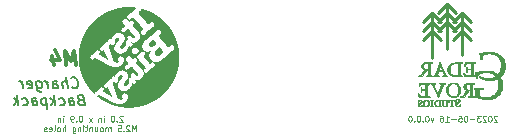
<source format=gbo>
G04 #@! TF.GenerationSoftware,KiCad,Pcbnew,(6.0.0-0)*
G04 #@! TF.CreationDate,2023-05-16T16:06:40-07:00*
G04 #@! TF.ProjectId,ItsyBitsy breadboard,49747379-4269-4747-9379-206272656164,0.0.0*
G04 #@! TF.SameCoordinates,Original*
G04 #@! TF.FileFunction,Legend,Bot*
G04 #@! TF.FilePolarity,Positive*
%FSLAX46Y46*%
G04 Gerber Fmt 4.6, Leading zero omitted, Abs format (unit mm)*
G04 Created by KiCad (PCBNEW (6.0.0-0)) date 2023-05-16 16:06:40*
%MOMM*%
%LPD*%
G01*
G04 APERTURE LIST*
%ADD10C,0.100000*%
%ADD11C,0.300000*%
%ADD12C,0.200000*%
%ADD13C,0.250000*%
%ADD14C,0.010000*%
G04 APERTURE END LIST*
D10*
X155461904Y-112973809D02*
X155438095Y-112950000D01*
X155390476Y-112926190D01*
X155271428Y-112926190D01*
X155223809Y-112950000D01*
X155200000Y-112973809D01*
X155176190Y-113021428D01*
X155176190Y-113069047D01*
X155200000Y-113140476D01*
X155485714Y-113426190D01*
X155176190Y-113426190D01*
X154866666Y-112926190D02*
X154819047Y-112926190D01*
X154771428Y-112950000D01*
X154747619Y-112973809D01*
X154723809Y-113021428D01*
X154700000Y-113116666D01*
X154700000Y-113235714D01*
X154723809Y-113330952D01*
X154747619Y-113378571D01*
X154771428Y-113402380D01*
X154819047Y-113426190D01*
X154866666Y-113426190D01*
X154914285Y-113402380D01*
X154938095Y-113378571D01*
X154961904Y-113330952D01*
X154985714Y-113235714D01*
X154985714Y-113116666D01*
X154961904Y-113021428D01*
X154938095Y-112973809D01*
X154914285Y-112950000D01*
X154866666Y-112926190D01*
X154509523Y-112973809D02*
X154485714Y-112950000D01*
X154438095Y-112926190D01*
X154319047Y-112926190D01*
X154271428Y-112950000D01*
X154247619Y-112973809D01*
X154223809Y-113021428D01*
X154223809Y-113069047D01*
X154247619Y-113140476D01*
X154533333Y-113426190D01*
X154223809Y-113426190D01*
X154057142Y-112926190D02*
X153747619Y-112926190D01*
X153914285Y-113116666D01*
X153842857Y-113116666D01*
X153795238Y-113140476D01*
X153771428Y-113164285D01*
X153747619Y-113211904D01*
X153747619Y-113330952D01*
X153771428Y-113378571D01*
X153795238Y-113402380D01*
X153842857Y-113426190D01*
X153985714Y-113426190D01*
X154033333Y-113402380D01*
X154057142Y-113378571D01*
X153533333Y-113235714D02*
X153152380Y-113235714D01*
X152819047Y-112926190D02*
X152771428Y-112926190D01*
X152723809Y-112950000D01*
X152700000Y-112973809D01*
X152676190Y-113021428D01*
X152652380Y-113116666D01*
X152652380Y-113235714D01*
X152676190Y-113330952D01*
X152700000Y-113378571D01*
X152723809Y-113402380D01*
X152771428Y-113426190D01*
X152819047Y-113426190D01*
X152866666Y-113402380D01*
X152890476Y-113378571D01*
X152914285Y-113330952D01*
X152938095Y-113235714D01*
X152938095Y-113116666D01*
X152914285Y-113021428D01*
X152890476Y-112973809D01*
X152866666Y-112950000D01*
X152819047Y-112926190D01*
X152200000Y-112926190D02*
X152438095Y-112926190D01*
X152461904Y-113164285D01*
X152438095Y-113140476D01*
X152390476Y-113116666D01*
X152271428Y-113116666D01*
X152223809Y-113140476D01*
X152200000Y-113164285D01*
X152176190Y-113211904D01*
X152176190Y-113330952D01*
X152200000Y-113378571D01*
X152223809Y-113402380D01*
X152271428Y-113426190D01*
X152390476Y-113426190D01*
X152438095Y-113402380D01*
X152461904Y-113378571D01*
X151961904Y-113235714D02*
X151580952Y-113235714D01*
X151080952Y-113426190D02*
X151366666Y-113426190D01*
X151223809Y-113426190D02*
X151223809Y-112926190D01*
X151271428Y-112997619D01*
X151319047Y-113045238D01*
X151366666Y-113069047D01*
X150652380Y-112926190D02*
X150747619Y-112926190D01*
X150795238Y-112950000D01*
X150819047Y-112973809D01*
X150866666Y-113045238D01*
X150890476Y-113140476D01*
X150890476Y-113330952D01*
X150866666Y-113378571D01*
X150842857Y-113402380D01*
X150795238Y-113426190D01*
X150700000Y-113426190D01*
X150652380Y-113402380D01*
X150628571Y-113378571D01*
X150604761Y-113330952D01*
X150604761Y-113211904D01*
X150628571Y-113164285D01*
X150652380Y-113140476D01*
X150700000Y-113116666D01*
X150795238Y-113116666D01*
X150842857Y-113140476D01*
X150866666Y-113164285D01*
X150890476Y-113211904D01*
X150057142Y-113092857D02*
X149938095Y-113426190D01*
X149819047Y-113092857D01*
X149533333Y-112926190D02*
X149485714Y-112926190D01*
X149438095Y-112950000D01*
X149414285Y-112973809D01*
X149390476Y-113021428D01*
X149366666Y-113116666D01*
X149366666Y-113235714D01*
X149390476Y-113330952D01*
X149414285Y-113378571D01*
X149438095Y-113402380D01*
X149485714Y-113426190D01*
X149533333Y-113426190D01*
X149580952Y-113402380D01*
X149604761Y-113378571D01*
X149628571Y-113330952D01*
X149652380Y-113235714D01*
X149652380Y-113116666D01*
X149628571Y-113021428D01*
X149604761Y-112973809D01*
X149580952Y-112950000D01*
X149533333Y-112926190D01*
X149152380Y-113378571D02*
X149128571Y-113402380D01*
X149152380Y-113426190D01*
X149176190Y-113402380D01*
X149152380Y-113378571D01*
X149152380Y-113426190D01*
X148819047Y-112926190D02*
X148771428Y-112926190D01*
X148723809Y-112950000D01*
X148700000Y-112973809D01*
X148676190Y-113021428D01*
X148652380Y-113116666D01*
X148652380Y-113235714D01*
X148676190Y-113330952D01*
X148700000Y-113378571D01*
X148723809Y-113402380D01*
X148771428Y-113426190D01*
X148819047Y-113426190D01*
X148866666Y-113402380D01*
X148890476Y-113378571D01*
X148914285Y-113330952D01*
X148938095Y-113235714D01*
X148938095Y-113116666D01*
X148914285Y-113021428D01*
X148890476Y-112973809D01*
X148866666Y-112950000D01*
X148819047Y-112926190D01*
X148438095Y-113378571D02*
X148414285Y-113402380D01*
X148438095Y-113426190D01*
X148461904Y-113402380D01*
X148438095Y-113378571D01*
X148438095Y-113426190D01*
X148104761Y-112926190D02*
X148057142Y-112926190D01*
X148009523Y-112950000D01*
X147985714Y-112973809D01*
X147961904Y-113021428D01*
X147938095Y-113116666D01*
X147938095Y-113235714D01*
X147961904Y-113330952D01*
X147985714Y-113378571D01*
X148009523Y-113402380D01*
X148057142Y-113426190D01*
X148104761Y-113426190D01*
X148152380Y-113402380D01*
X148176190Y-113378571D01*
X148200000Y-113330952D01*
X148223809Y-113235714D01*
X148223809Y-113116666D01*
X148200000Y-113021428D01*
X148176190Y-112973809D01*
X148152380Y-112950000D01*
X148104761Y-112926190D01*
D11*
X119785035Y-108642857D02*
X119635035Y-107442857D01*
X119342178Y-108300000D01*
X118835035Y-107442857D01*
X118985035Y-108642857D01*
X117799321Y-107842857D02*
X117899321Y-108642857D01*
X118027892Y-107385714D02*
X118420750Y-108242857D01*
X117677892Y-108242857D01*
D12*
X119460205Y-110496928D02*
X119508419Y-110539785D01*
X119642348Y-110582642D01*
X119728062Y-110582642D01*
X119851276Y-110539785D01*
X119926276Y-110454071D01*
X119958419Y-110368357D01*
X119979848Y-110196928D01*
X119963776Y-110068357D01*
X119899491Y-109896928D01*
X119845919Y-109811214D01*
X119749491Y-109725500D01*
X119615562Y-109682642D01*
X119529848Y-109682642D01*
X119406633Y-109725500D01*
X119369133Y-109768357D01*
X119085205Y-110582642D02*
X118972705Y-109682642D01*
X118699491Y-110582642D02*
X118640562Y-110111214D01*
X118672705Y-110025500D01*
X118753062Y-109982642D01*
X118881633Y-109982642D01*
X118972705Y-110025500D01*
X119020919Y-110068357D01*
X117885205Y-110582642D02*
X117826276Y-110111214D01*
X117858419Y-110025500D01*
X117938776Y-109982642D01*
X118110205Y-109982642D01*
X118201276Y-110025500D01*
X117879848Y-110539785D02*
X117970919Y-110582642D01*
X118185205Y-110582642D01*
X118265562Y-110539785D01*
X118297705Y-110454071D01*
X118286991Y-110368357D01*
X118233419Y-110282642D01*
X118142348Y-110239785D01*
X117928062Y-110239785D01*
X117836991Y-110196928D01*
X117456633Y-110582642D02*
X117381633Y-109982642D01*
X117403062Y-110154071D02*
X117349491Y-110068357D01*
X117301276Y-110025500D01*
X117210205Y-109982642D01*
X117124491Y-109982642D01*
X116438776Y-109982642D02*
X116529848Y-110711214D01*
X116583419Y-110796928D01*
X116631633Y-110839785D01*
X116722705Y-110882642D01*
X116851276Y-110882642D01*
X116931633Y-110839785D01*
X116508419Y-110539785D02*
X116599491Y-110582642D01*
X116770919Y-110582642D01*
X116851276Y-110539785D01*
X116888776Y-110496928D01*
X116920919Y-110411214D01*
X116888776Y-110154071D01*
X116835205Y-110068357D01*
X116786991Y-110025500D01*
X116695919Y-109982642D01*
X116524491Y-109982642D01*
X116444133Y-110025500D01*
X115736991Y-110539785D02*
X115828062Y-110582642D01*
X115999491Y-110582642D01*
X116079848Y-110539785D01*
X116111991Y-110454071D01*
X116069133Y-110111214D01*
X116015562Y-110025500D01*
X115924491Y-109982642D01*
X115753062Y-109982642D01*
X115672705Y-110025500D01*
X115640562Y-110111214D01*
X115651276Y-110196928D01*
X116090562Y-110282642D01*
X115313776Y-110582642D02*
X115238776Y-109982642D01*
X115260205Y-110154071D02*
X115206633Y-110068357D01*
X115158419Y-110025500D01*
X115067348Y-109982642D01*
X114981633Y-109982642D01*
X120183419Y-111560214D02*
X120060205Y-111603071D01*
X120022705Y-111645928D01*
X119990562Y-111731642D01*
X120006633Y-111860214D01*
X120060205Y-111945928D01*
X120108419Y-111988785D01*
X120199491Y-112031642D01*
X120542348Y-112031642D01*
X120429848Y-111131642D01*
X120129848Y-111131642D01*
X120049491Y-111174500D01*
X120011991Y-111217357D01*
X119979848Y-111303071D01*
X119990562Y-111388785D01*
X120044133Y-111474500D01*
X120092348Y-111517357D01*
X120183419Y-111560214D01*
X120483419Y-111560214D01*
X119256633Y-112031642D02*
X119197705Y-111560214D01*
X119229848Y-111474500D01*
X119310205Y-111431642D01*
X119481633Y-111431642D01*
X119572705Y-111474500D01*
X119251276Y-111988785D02*
X119342348Y-112031642D01*
X119556633Y-112031642D01*
X119636991Y-111988785D01*
X119669133Y-111903071D01*
X119658419Y-111817357D01*
X119604848Y-111731642D01*
X119513776Y-111688785D01*
X119299491Y-111688785D01*
X119208419Y-111645928D01*
X118436991Y-111988785D02*
X118528062Y-112031642D01*
X118699491Y-112031642D01*
X118779848Y-111988785D01*
X118817348Y-111945928D01*
X118849491Y-111860214D01*
X118817348Y-111603071D01*
X118763776Y-111517357D01*
X118715562Y-111474500D01*
X118624491Y-111431642D01*
X118453062Y-111431642D01*
X118372705Y-111474500D01*
X118056633Y-112031642D02*
X117944133Y-111131642D01*
X117928062Y-111688785D02*
X117713776Y-112031642D01*
X117638776Y-111431642D02*
X118024491Y-111774500D01*
X117253062Y-111431642D02*
X117365562Y-112331642D01*
X117258419Y-111474500D02*
X117167348Y-111431642D01*
X116995919Y-111431642D01*
X116915562Y-111474500D01*
X116878062Y-111517357D01*
X116845919Y-111603071D01*
X116878062Y-111860214D01*
X116931633Y-111945928D01*
X116979848Y-111988785D01*
X117070919Y-112031642D01*
X117242348Y-112031642D01*
X117322705Y-111988785D01*
X116128062Y-112031642D02*
X116069133Y-111560214D01*
X116101276Y-111474500D01*
X116181633Y-111431642D01*
X116353062Y-111431642D01*
X116444133Y-111474500D01*
X116122705Y-111988785D02*
X116213776Y-112031642D01*
X116428062Y-112031642D01*
X116508419Y-111988785D01*
X116540562Y-111903071D01*
X116529848Y-111817357D01*
X116476276Y-111731642D01*
X116385205Y-111688785D01*
X116170919Y-111688785D01*
X116079848Y-111645928D01*
X115308419Y-111988785D02*
X115399491Y-112031642D01*
X115570919Y-112031642D01*
X115651276Y-111988785D01*
X115688776Y-111945928D01*
X115720919Y-111860214D01*
X115688776Y-111603071D01*
X115635205Y-111517357D01*
X115586991Y-111474500D01*
X115495919Y-111431642D01*
X115324491Y-111431642D01*
X115244133Y-111474500D01*
X114928062Y-112031642D02*
X114815562Y-111131642D01*
X114799491Y-111688785D02*
X114585205Y-112031642D01*
X114510205Y-111431642D02*
X114895919Y-111774500D01*
D13*
X149980010Y-104256991D02*
X150742010Y-105018991D01*
X149980010Y-105780991D02*
X149218010Y-106542991D01*
X149980010Y-105018991D02*
X149218010Y-105780991D01*
X149980010Y-104256991D02*
X149218010Y-105018991D01*
X149980010Y-108066991D02*
X149980010Y-104256991D01*
X149980010Y-105018991D02*
X150742010Y-105780991D01*
X149980010Y-105780991D02*
X150742010Y-106542991D01*
X151250010Y-103494991D02*
X150488010Y-104256991D01*
X151250010Y-107304991D02*
X151250010Y-103494991D01*
X151250010Y-105018991D02*
X150488010Y-105780991D01*
X151250010Y-104256991D02*
X152012010Y-105018991D01*
X151250010Y-103494991D02*
X152012010Y-104256991D01*
X151250010Y-105018991D02*
X152012010Y-105780991D01*
X151250010Y-104256991D02*
X150488010Y-105018991D01*
X152520010Y-107812991D02*
X152520010Y-104256991D01*
X152520010Y-105018991D02*
X151758010Y-105780991D01*
X152520010Y-104256991D02*
X151758010Y-105018991D01*
X152520010Y-104256991D02*
X153282010Y-105018991D01*
X152520010Y-105780991D02*
X153282010Y-106542991D01*
X152520010Y-105018991D02*
X153282010Y-105780991D01*
X152520010Y-105780991D02*
X151758010Y-106542991D01*
D10*
X123750000Y-112971309D02*
X123726190Y-112947500D01*
X123678571Y-112923690D01*
X123559523Y-112923690D01*
X123511904Y-112947500D01*
X123488095Y-112971309D01*
X123464285Y-113018928D01*
X123464285Y-113066547D01*
X123488095Y-113137976D01*
X123773809Y-113423690D01*
X123464285Y-113423690D01*
X123250000Y-113376071D02*
X123226190Y-113399880D01*
X123250000Y-113423690D01*
X123273809Y-113399880D01*
X123250000Y-113376071D01*
X123250000Y-113423690D01*
X122916666Y-112923690D02*
X122869047Y-112923690D01*
X122821428Y-112947500D01*
X122797619Y-112971309D01*
X122773809Y-113018928D01*
X122750000Y-113114166D01*
X122750000Y-113233214D01*
X122773809Y-113328452D01*
X122797619Y-113376071D01*
X122821428Y-113399880D01*
X122869047Y-113423690D01*
X122916666Y-113423690D01*
X122964285Y-113399880D01*
X122988095Y-113376071D01*
X123011904Y-113328452D01*
X123035714Y-113233214D01*
X123035714Y-113114166D01*
X123011904Y-113018928D01*
X122988095Y-112971309D01*
X122964285Y-112947500D01*
X122916666Y-112923690D01*
X122154761Y-113423690D02*
X122154761Y-113090357D01*
X122154761Y-112923690D02*
X122178571Y-112947500D01*
X122154761Y-112971309D01*
X122130952Y-112947500D01*
X122154761Y-112923690D01*
X122154761Y-112971309D01*
X121916666Y-113090357D02*
X121916666Y-113423690D01*
X121916666Y-113137976D02*
X121892857Y-113114166D01*
X121845238Y-113090357D01*
X121773809Y-113090357D01*
X121726190Y-113114166D01*
X121702380Y-113161785D01*
X121702380Y-113423690D01*
X121130952Y-113423690D02*
X120869047Y-113090357D01*
X121130952Y-113090357D02*
X120869047Y-113423690D01*
X120202380Y-112923690D02*
X120154761Y-112923690D01*
X120107142Y-112947500D01*
X120083333Y-112971309D01*
X120059523Y-113018928D01*
X120035714Y-113114166D01*
X120035714Y-113233214D01*
X120059523Y-113328452D01*
X120083333Y-113376071D01*
X120107142Y-113399880D01*
X120154761Y-113423690D01*
X120202380Y-113423690D01*
X120250000Y-113399880D01*
X120273809Y-113376071D01*
X120297619Y-113328452D01*
X120321428Y-113233214D01*
X120321428Y-113114166D01*
X120297619Y-113018928D01*
X120273809Y-112971309D01*
X120250000Y-112947500D01*
X120202380Y-112923690D01*
X119821428Y-113376071D02*
X119797619Y-113399880D01*
X119821428Y-113423690D01*
X119845238Y-113399880D01*
X119821428Y-113376071D01*
X119821428Y-113423690D01*
X119559523Y-113423690D02*
X119464285Y-113423690D01*
X119416666Y-113399880D01*
X119392857Y-113376071D01*
X119345238Y-113304642D01*
X119321428Y-113209404D01*
X119321428Y-113018928D01*
X119345238Y-112971309D01*
X119369047Y-112947500D01*
X119416666Y-112923690D01*
X119511904Y-112923690D01*
X119559523Y-112947500D01*
X119583333Y-112971309D01*
X119607142Y-113018928D01*
X119607142Y-113137976D01*
X119583333Y-113185595D01*
X119559523Y-113209404D01*
X119511904Y-113233214D01*
X119416666Y-113233214D01*
X119369047Y-113209404D01*
X119345238Y-113185595D01*
X119321428Y-113137976D01*
X118726190Y-113423690D02*
X118726190Y-113090357D01*
X118726190Y-112923690D02*
X118750000Y-112947500D01*
X118726190Y-112971309D01*
X118702380Y-112947500D01*
X118726190Y-112923690D01*
X118726190Y-112971309D01*
X118488095Y-113090357D02*
X118488095Y-113423690D01*
X118488095Y-113137976D02*
X118464285Y-113114166D01*
X118416666Y-113090357D01*
X118345238Y-113090357D01*
X118297619Y-113114166D01*
X118273809Y-113161785D01*
X118273809Y-113423690D01*
X124869047Y-114228690D02*
X124869047Y-113728690D01*
X124702380Y-114085833D01*
X124535714Y-113728690D01*
X124535714Y-114228690D01*
X124321428Y-113776309D02*
X124297619Y-113752500D01*
X124250000Y-113728690D01*
X124130952Y-113728690D01*
X124083333Y-113752500D01*
X124059523Y-113776309D01*
X124035714Y-113823928D01*
X124035714Y-113871547D01*
X124059523Y-113942976D01*
X124345238Y-114228690D01*
X124035714Y-114228690D01*
X123821428Y-114181071D02*
X123797619Y-114204880D01*
X123821428Y-114228690D01*
X123845238Y-114204880D01*
X123821428Y-114181071D01*
X123821428Y-114228690D01*
X123345238Y-113728690D02*
X123583333Y-113728690D01*
X123607142Y-113966785D01*
X123583333Y-113942976D01*
X123535714Y-113919166D01*
X123416666Y-113919166D01*
X123369047Y-113942976D01*
X123345238Y-113966785D01*
X123321428Y-114014404D01*
X123321428Y-114133452D01*
X123345238Y-114181071D01*
X123369047Y-114204880D01*
X123416666Y-114228690D01*
X123535714Y-114228690D01*
X123583333Y-114204880D01*
X123607142Y-114181071D01*
X122726190Y-114228690D02*
X122726190Y-113895357D01*
X122726190Y-113942976D02*
X122702380Y-113919166D01*
X122654761Y-113895357D01*
X122583333Y-113895357D01*
X122535714Y-113919166D01*
X122511904Y-113966785D01*
X122511904Y-114228690D01*
X122511904Y-113966785D02*
X122488095Y-113919166D01*
X122440476Y-113895357D01*
X122369047Y-113895357D01*
X122321428Y-113919166D01*
X122297619Y-113966785D01*
X122297619Y-114228690D01*
X121988095Y-114228690D02*
X122035714Y-114204880D01*
X122059523Y-114181071D01*
X122083333Y-114133452D01*
X122083333Y-113990595D01*
X122059523Y-113942976D01*
X122035714Y-113919166D01*
X121988095Y-113895357D01*
X121916666Y-113895357D01*
X121869047Y-113919166D01*
X121845238Y-113942976D01*
X121821428Y-113990595D01*
X121821428Y-114133452D01*
X121845238Y-114181071D01*
X121869047Y-114204880D01*
X121916666Y-114228690D01*
X121988095Y-114228690D01*
X121392857Y-113895357D02*
X121392857Y-114228690D01*
X121607142Y-113895357D02*
X121607142Y-114157261D01*
X121583333Y-114204880D01*
X121535714Y-114228690D01*
X121464285Y-114228690D01*
X121416666Y-114204880D01*
X121392857Y-114181071D01*
X121154761Y-113895357D02*
X121154761Y-114228690D01*
X121154761Y-113942976D02*
X121130952Y-113919166D01*
X121083333Y-113895357D01*
X121011904Y-113895357D01*
X120964285Y-113919166D01*
X120940476Y-113966785D01*
X120940476Y-114228690D01*
X120773809Y-113895357D02*
X120583333Y-113895357D01*
X120702380Y-113728690D02*
X120702380Y-114157261D01*
X120678571Y-114204880D01*
X120630952Y-114228690D01*
X120583333Y-114228690D01*
X120416666Y-114228690D02*
X120416666Y-113895357D01*
X120416666Y-113728690D02*
X120440476Y-113752500D01*
X120416666Y-113776309D01*
X120392857Y-113752500D01*
X120416666Y-113728690D01*
X120416666Y-113776309D01*
X120178571Y-113895357D02*
X120178571Y-114228690D01*
X120178571Y-113942976D02*
X120154761Y-113919166D01*
X120107142Y-113895357D01*
X120035714Y-113895357D01*
X119988095Y-113919166D01*
X119964285Y-113966785D01*
X119964285Y-114228690D01*
X119511904Y-113895357D02*
X119511904Y-114300119D01*
X119535714Y-114347738D01*
X119559523Y-114371547D01*
X119607142Y-114395357D01*
X119678571Y-114395357D01*
X119726190Y-114371547D01*
X119511904Y-114204880D02*
X119559523Y-114228690D01*
X119654761Y-114228690D01*
X119702380Y-114204880D01*
X119726190Y-114181071D01*
X119750000Y-114133452D01*
X119750000Y-113990595D01*
X119726190Y-113942976D01*
X119702380Y-113919166D01*
X119654761Y-113895357D01*
X119559523Y-113895357D01*
X119511904Y-113919166D01*
X118892857Y-114228690D02*
X118892857Y-113728690D01*
X118678571Y-114228690D02*
X118678571Y-113966785D01*
X118702380Y-113919166D01*
X118750000Y-113895357D01*
X118821428Y-113895357D01*
X118869047Y-113919166D01*
X118892857Y-113942976D01*
X118369047Y-114228690D02*
X118416666Y-114204880D01*
X118440476Y-114181071D01*
X118464285Y-114133452D01*
X118464285Y-113990595D01*
X118440476Y-113942976D01*
X118416666Y-113919166D01*
X118369047Y-113895357D01*
X118297619Y-113895357D01*
X118250000Y-113919166D01*
X118226190Y-113942976D01*
X118202380Y-113990595D01*
X118202380Y-114133452D01*
X118226190Y-114181071D01*
X118250000Y-114204880D01*
X118297619Y-114228690D01*
X118369047Y-114228690D01*
X117916666Y-114228690D02*
X117964285Y-114204880D01*
X117988095Y-114157261D01*
X117988095Y-113728690D01*
X117535714Y-114204880D02*
X117583333Y-114228690D01*
X117678571Y-114228690D01*
X117726190Y-114204880D01*
X117750000Y-114157261D01*
X117750000Y-113966785D01*
X117726190Y-113919166D01*
X117678571Y-113895357D01*
X117583333Y-113895357D01*
X117535714Y-113919166D01*
X117511904Y-113966785D01*
X117511904Y-114014404D01*
X117750000Y-114062023D01*
X117321428Y-114204880D02*
X117273809Y-114228690D01*
X117178571Y-114228690D01*
X117130952Y-114204880D01*
X117107142Y-114157261D01*
X117107142Y-114133452D01*
X117130952Y-114085833D01*
X117178571Y-114062023D01*
X117250000Y-114062023D01*
X117297619Y-114038214D01*
X117321428Y-113990595D01*
X117321428Y-113966785D01*
X117297619Y-113919166D01*
X117250000Y-113895357D01*
X117178571Y-113895357D01*
X117130952Y-113919166D01*
G36*
X122547228Y-110037425D02*
G01*
X120557641Y-110037425D01*
X120557641Y-110016259D01*
X122547228Y-110016259D01*
X122547228Y-110037425D01*
G37*
G36*
X127351869Y-105021125D02*
G01*
X126251247Y-105021125D01*
X126251247Y-104999959D01*
X127351869Y-104999959D01*
X127351869Y-105021125D01*
G37*
G36*
X125658603Y-109254291D02*
G01*
X125510444Y-109254291D01*
X125510444Y-109233125D01*
X125658603Y-109233125D01*
X125658603Y-109254291D01*
G37*
G36*
X127605859Y-110693566D02*
G01*
X124282825Y-110693566D01*
X124282825Y-110672400D01*
X127605859Y-110672400D01*
X127605859Y-110693566D01*
G37*
G36*
X128410159Y-106862553D02*
G01*
X127351869Y-106862553D01*
X127351869Y-106841388D01*
X128410159Y-106841388D01*
X128410159Y-106862553D01*
G37*
G36*
X125595106Y-106672059D02*
G01*
X124938966Y-106672059D01*
X124938966Y-106650894D01*
X125595106Y-106650894D01*
X125595106Y-106672059D01*
G37*
G36*
X125637438Y-108788644D02*
G01*
X125150625Y-108788644D01*
X125150625Y-108767478D01*
X125637438Y-108767478D01*
X125637438Y-108788644D01*
G37*
G36*
X123499691Y-109995094D02*
G01*
X123351528Y-109995094D01*
X123351528Y-109973928D01*
X123499691Y-109973928D01*
X123499691Y-109995094D01*
G37*
G36*
X126547569Y-106735559D02*
G01*
X126060753Y-106735559D01*
X126060753Y-106714391D01*
X126547569Y-106714391D01*
X126547569Y-106735559D01*
G37*
G36*
X125171794Y-105190453D02*
G01*
X124642644Y-105190453D01*
X124642644Y-105169288D01*
X125171794Y-105169288D01*
X125171794Y-105190453D01*
G37*
G36*
X123182203Y-106862553D02*
G01*
X123055206Y-106862553D01*
X123055206Y-106841388D01*
X123182203Y-106841388D01*
X123182203Y-106862553D01*
G37*
G36*
X124642644Y-104089831D02*
G01*
X122589559Y-104089831D01*
X122589559Y-104068666D01*
X124642644Y-104068666D01*
X124642644Y-104089831D01*
G37*
G36*
X121700597Y-110778228D02*
G01*
X121065622Y-110778228D01*
X121065622Y-110757063D01*
X121700597Y-110757063D01*
X121700597Y-110778228D01*
G37*
G36*
X128367828Y-106756725D02*
G01*
X127267206Y-106756725D01*
X127267206Y-106735559D01*
X128367828Y-106735559D01*
X128367828Y-106756725D01*
G37*
G36*
X124134666Y-106523900D02*
G01*
X123923006Y-106523900D01*
X123923006Y-106502734D01*
X124134666Y-106502734D01*
X124134666Y-106523900D01*
G37*
G36*
X126949719Y-104661306D02*
G01*
X125446947Y-104661306D01*
X125446947Y-104640141D01*
X126949719Y-104640141D01*
X126949719Y-104661306D01*
G37*
G36*
X128177338Y-109741103D02*
G01*
X125362281Y-109741103D01*
X125362281Y-109719938D01*
X128177338Y-109719938D01*
X128177338Y-109741103D01*
G37*
G36*
X124833138Y-103899338D02*
G01*
X123118706Y-103899338D01*
X123118706Y-103878172D01*
X124833138Y-103878172D01*
X124833138Y-103899338D01*
G37*
G36*
X121467772Y-107539859D02*
G01*
X120049663Y-107539859D01*
X120049663Y-107518694D01*
X121467772Y-107518694D01*
X121467772Y-107539859D01*
G37*
G36*
X128304331Y-109465950D02*
G01*
X125531609Y-109465950D01*
X125531609Y-109444784D01*
X128304331Y-109444784D01*
X128304331Y-109465950D01*
G37*
G36*
X127796350Y-107031878D02*
G01*
X127500031Y-107031878D01*
X127500031Y-107010713D01*
X127796350Y-107010713D01*
X127796350Y-107031878D01*
G37*
G36*
X127161378Y-104851800D02*
G01*
X125595106Y-104851800D01*
X125595106Y-104830634D01*
X127161378Y-104830634D01*
X127161378Y-104851800D01*
G37*
G36*
X123796013Y-111455534D02*
G01*
X123330363Y-111455534D01*
X123330363Y-111434369D01*
X123796013Y-111434369D01*
X123796013Y-111455534D01*
G37*
G36*
X124621478Y-104110997D02*
G01*
X122547228Y-104110997D01*
X122547228Y-104089831D01*
X124621478Y-104089831D01*
X124621478Y-104110997D01*
G37*
G36*
X122483731Y-108111338D02*
G01*
X122356734Y-108111338D01*
X122356734Y-108090172D01*
X122483731Y-108090172D01*
X122483731Y-108111338D01*
G37*
G36*
X124981297Y-107899678D02*
G01*
X122843550Y-107899678D01*
X122843550Y-107878513D01*
X124981297Y-107878513D01*
X124981297Y-107899678D01*
G37*
G36*
X123690181Y-109508281D02*
G01*
X123584353Y-109508281D01*
X123584353Y-109487116D01*
X123690181Y-109487116D01*
X123690181Y-109508281D01*
G37*
G36*
X126145419Y-111836522D02*
G01*
X123880675Y-111836522D01*
X123880675Y-111815353D01*
X126145419Y-111815353D01*
X126145419Y-111836522D01*
G37*
G36*
X123372694Y-111942350D02*
G01*
X122674222Y-111942350D01*
X122674222Y-111921184D01*
X123372694Y-111921184D01*
X123372694Y-111942350D01*
G37*
G36*
X122780053Y-106883719D02*
G01*
X122716553Y-106883719D01*
X122716553Y-106862553D01*
X122780053Y-106862553D01*
X122780053Y-106883719D01*
G37*
G36*
X127563528Y-105253950D02*
G01*
X126441738Y-105253950D01*
X126441738Y-105232784D01*
X127563528Y-105232784D01*
X127563528Y-105253950D01*
G37*
G36*
X123372694Y-110227919D02*
G01*
X122928213Y-110227919D01*
X122928213Y-110206753D01*
X123372694Y-110206753D01*
X123372694Y-110227919D01*
G37*
G36*
X127859850Y-105677266D02*
G01*
X126822725Y-105677266D01*
X126822725Y-105656100D01*
X127859850Y-105656100D01*
X127859850Y-105677266D01*
G37*
G36*
X123669016Y-105613769D02*
G01*
X120748134Y-105613769D01*
X120748134Y-105592603D01*
X123669016Y-105592603D01*
X123669016Y-105613769D01*
G37*
G36*
X128494825Y-108767478D02*
G01*
X126420572Y-108767478D01*
X126420572Y-108746309D01*
X128494825Y-108746309D01*
X128494825Y-108767478D01*
G37*
G36*
X124452153Y-105846594D02*
G01*
X123859509Y-105846594D01*
X123859509Y-105825428D01*
X124452153Y-105825428D01*
X124452153Y-105846594D01*
G37*
G36*
X125319950Y-105994753D02*
G01*
X125192956Y-105994753D01*
X125192956Y-105973588D01*
X125319950Y-105973588D01*
X125319950Y-105994753D01*
G37*
G36*
X126462906Y-106650894D02*
G01*
X126145419Y-106650894D01*
X126145419Y-106629728D01*
X126462906Y-106629728D01*
X126462906Y-106650894D01*
G37*
G36*
X124938966Y-104915297D02*
G01*
X124600316Y-104915297D01*
X124600316Y-104894131D01*
X124938966Y-104894131D01*
X124938966Y-104915297D01*
G37*
G36*
X123626684Y-110799394D02*
G01*
X123097541Y-110799394D01*
X123097541Y-110778228D01*
X123626684Y-110778228D01*
X123626684Y-110799394D01*
G37*
G36*
X124367488Y-105761931D02*
G01*
X123986503Y-105761931D01*
X123986503Y-105740766D01*
X124367488Y-105740766D01*
X124367488Y-105761931D01*
G37*
G36*
X123457359Y-106439238D02*
G01*
X123139875Y-106439238D01*
X123139875Y-106418072D01*
X123457359Y-106418072D01*
X123457359Y-106439238D01*
G37*
G36*
X125362281Y-108471156D02*
G01*
X124875472Y-108471156D01*
X124875472Y-108449991D01*
X125362281Y-108449991D01*
X125362281Y-108471156D01*
G37*
G36*
X126166584Y-104174494D02*
G01*
X125108294Y-104174494D01*
X125108294Y-104153328D01*
X126166584Y-104153328D01*
X126166584Y-104174494D01*
G37*
G36*
X124663809Y-107688019D02*
G01*
X122780053Y-107688019D01*
X122780053Y-107666853D01*
X124663809Y-107666853D01*
X124663809Y-107688019D01*
G37*
G36*
X127140213Y-107603356D02*
G01*
X126505238Y-107603356D01*
X126505238Y-107582191D01*
X127140213Y-107582191D01*
X127140213Y-107603356D01*
G37*
G36*
X125129459Y-105148122D02*
G01*
X124684975Y-105148122D01*
X124684975Y-105126956D01*
X125129459Y-105126956D01*
X125129459Y-105148122D01*
G37*
G36*
X126060753Y-111878853D02*
G01*
X123817178Y-111878853D01*
X123817178Y-111857688D01*
X126060753Y-111857688D01*
X126060753Y-111878853D01*
G37*
G36*
X125489278Y-108619316D02*
G01*
X125002463Y-108619316D01*
X125002463Y-108598150D01*
X125489278Y-108598150D01*
X125489278Y-108619316D01*
G37*
G36*
X125912594Y-111942350D02*
G01*
X123605519Y-111942350D01*
X123605519Y-111921184D01*
X125912594Y-111921184D01*
X125912594Y-111942350D01*
G37*
G36*
X121869922Y-107180041D02*
G01*
X120113159Y-107180041D01*
X120113159Y-107158875D01*
X121869922Y-107158875D01*
X121869922Y-107180041D01*
G37*
G36*
X127648191Y-110630069D02*
G01*
X124346322Y-110630069D01*
X124346322Y-110608903D01*
X127648191Y-110608903D01*
X127648191Y-110630069D01*
G37*
G36*
X122293241Y-107666853D02*
G01*
X121785259Y-107666853D01*
X121785259Y-107645688D01*
X122293241Y-107645688D01*
X122293241Y-107666853D01*
G37*
G36*
X124007672Y-106841388D02*
G01*
X123732516Y-106841388D01*
X123732516Y-106820222D01*
X124007672Y-106820222D01*
X124007672Y-106841388D01*
G37*
G36*
X122758888Y-111709525D02*
G01*
X122187409Y-111709525D01*
X122187409Y-111688359D01*
X122758888Y-111688359D01*
X122758888Y-111709525D01*
G37*
G36*
X122737722Y-111032219D02*
G01*
X122356734Y-111032219D01*
X122356734Y-111011053D01*
X122737722Y-111011053D01*
X122737722Y-111032219D01*
G37*
G36*
X124007672Y-106672059D02*
G01*
X123838344Y-106672059D01*
X123838344Y-106650894D01*
X124007672Y-106650894D01*
X124007672Y-106672059D01*
G37*
G36*
X126208916Y-104195659D02*
G01*
X125108294Y-104195659D01*
X125108294Y-104174494D01*
X126208916Y-104174494D01*
X126208916Y-104195659D01*
G37*
G36*
X122229741Y-107518694D02*
G01*
X121806425Y-107518694D01*
X121806425Y-107497528D01*
X122229741Y-107497528D01*
X122229741Y-107518694D01*
G37*
G36*
X124706141Y-104026334D02*
G01*
X122737722Y-104026334D01*
X122737722Y-104005166D01*
X124706141Y-104005166D01*
X124706141Y-104026334D01*
G37*
G36*
X128388994Y-106820222D02*
G01*
X127309538Y-106820222D01*
X127309538Y-106799056D01*
X128388994Y-106799056D01*
X128388994Y-106820222D01*
G37*
G36*
X123330363Y-110418409D02*
G01*
X122970544Y-110418409D01*
X122970544Y-110397244D01*
X123330363Y-110397244D01*
X123330363Y-110418409D01*
G37*
G36*
X124240494Y-104386153D02*
G01*
X122018081Y-104386153D01*
X122018081Y-104364988D01*
X124240494Y-104364988D01*
X124240494Y-104386153D01*
G37*
G36*
X121848756Y-107328200D02*
G01*
X120091994Y-107328200D01*
X120091994Y-107307034D01*
X121848756Y-107307034D01*
X121848756Y-107328200D01*
G37*
G36*
X123012875Y-111836522D02*
G01*
X122441400Y-111836522D01*
X122441400Y-111815353D01*
X123012875Y-111815353D01*
X123012875Y-111836522D01*
G37*
G36*
X123351528Y-108196000D02*
G01*
X122949378Y-108196000D01*
X122949378Y-108174834D01*
X123351528Y-108174834D01*
X123351528Y-108196000D01*
G37*
G36*
X127246041Y-111074550D02*
G01*
X124050000Y-111074550D01*
X124050000Y-111053384D01*
X127246041Y-111053384D01*
X127246041Y-111074550D01*
G37*
G36*
X128537156Y-107539859D02*
G01*
X127817519Y-107539859D01*
X127817519Y-107518694D01*
X128537156Y-107518694D01*
X128537156Y-107539859D01*
G37*
G36*
X123859509Y-105169288D02*
G01*
X121107953Y-105169288D01*
X121107953Y-105148122D01*
X123859509Y-105148122D01*
X123859509Y-105169288D01*
G37*
G36*
X128494825Y-107307034D02*
G01*
X128092672Y-107307034D01*
X128092672Y-107285869D01*
X128494825Y-107285869D01*
X128494825Y-107307034D01*
G37*
G36*
X127711688Y-110545406D02*
G01*
X124409819Y-110545406D01*
X124409819Y-110524241D01*
X127711688Y-110524241D01*
X127711688Y-110545406D01*
G37*
G36*
X125235288Y-105253950D02*
G01*
X124600316Y-105253950D01*
X124600316Y-105232784D01*
X125235288Y-105232784D01*
X125235288Y-105253950D01*
G37*
G36*
X123393859Y-110164422D02*
G01*
X122928213Y-110164422D01*
X122928213Y-110143256D01*
X123393859Y-110143256D01*
X123393859Y-110164422D01*
G37*
G36*
X124134666Y-104597809D02*
G01*
X121721763Y-104597809D01*
X121721763Y-104576644D01*
X124134666Y-104576644D01*
X124134666Y-104597809D01*
G37*
G36*
X126568734Y-106756725D02*
G01*
X126039591Y-106756725D01*
X126039591Y-106735559D01*
X126568734Y-106735559D01*
X126568734Y-106756725D01*
G37*
G36*
X126230081Y-107116544D02*
G01*
X126124253Y-107116544D01*
X126124253Y-107095378D01*
X126230081Y-107095378D01*
X126230081Y-107116544D01*
G37*
G36*
X124176997Y-106375738D02*
G01*
X123944172Y-106375738D01*
X123944172Y-106354572D01*
X124176997Y-106354572D01*
X124176997Y-106375738D01*
G37*
G36*
X127563528Y-110735897D02*
G01*
X124219328Y-110735897D01*
X124219328Y-110714731D01*
X127563528Y-110714731D01*
X127563528Y-110735897D01*
G37*
G36*
X122801219Y-111180381D02*
G01*
X122589559Y-111180381D01*
X122589559Y-111159216D01*
X122801219Y-111159216D01*
X122801219Y-111180381D01*
G37*
G36*
X125108294Y-105126956D02*
G01*
X124706141Y-105126956D01*
X124706141Y-105105791D01*
X125108294Y-105105791D01*
X125108294Y-105126956D01*
G37*
G36*
X123055206Y-107328200D02*
G01*
X122653056Y-107328200D01*
X122653056Y-107307034D01*
X123055206Y-107307034D01*
X123055206Y-107328200D01*
G37*
G36*
X126505238Y-106693225D02*
G01*
X126103084Y-106693225D01*
X126103084Y-106672059D01*
X126505238Y-106672059D01*
X126505238Y-106693225D01*
G37*
G36*
X128050344Y-110037425D02*
G01*
X124875472Y-110037425D01*
X124875472Y-110016259D01*
X128050344Y-110016259D01*
X128050344Y-110037425D01*
G37*
G36*
X125425778Y-106968381D02*
G01*
X124579150Y-106968381D01*
X124579150Y-106947216D01*
X125425778Y-106947216D01*
X125425778Y-106968381D01*
G37*
G36*
X121552434Y-107455197D02*
G01*
X120070828Y-107455197D01*
X120070828Y-107434031D01*
X121552434Y-107434031D01*
X121552434Y-107455197D01*
G37*
G36*
X123351528Y-110249084D02*
G01*
X122928213Y-110249084D01*
X122928213Y-110227919D01*
X123351528Y-110227919D01*
X123351528Y-110249084D01*
G37*
G36*
X128219669Y-109677606D02*
G01*
X125425778Y-109677606D01*
X125425778Y-109656441D01*
X128219669Y-109656441D01*
X128219669Y-109677606D01*
G37*
G36*
X124282825Y-110185588D02*
G01*
X123880675Y-110185588D01*
X123880675Y-110164422D01*
X124282825Y-110164422D01*
X124282825Y-110185588D01*
G37*
G36*
X126018425Y-111900019D02*
G01*
X123774847Y-111900019D01*
X123774847Y-111878853D01*
X126018425Y-111878853D01*
X126018425Y-111900019D01*
G37*
G36*
X121869922Y-108280663D02*
G01*
X120049663Y-108280663D01*
X120049663Y-108259497D01*
X121869922Y-108259497D01*
X121869922Y-108280663D01*
G37*
G36*
X128515991Y-108534653D02*
G01*
X126462906Y-108534653D01*
X126462906Y-108513488D01*
X128515991Y-108513488D01*
X128515991Y-108534653D01*
G37*
G36*
X128452491Y-107095378D02*
G01*
X128092672Y-107095378D01*
X128092672Y-107074213D01*
X128452491Y-107074213D01*
X128452491Y-107095378D01*
G37*
G36*
X121658263Y-108174834D02*
G01*
X121256113Y-108174834D01*
X121256113Y-108153669D01*
X121658263Y-108153669D01*
X121658263Y-108174834D01*
G37*
G36*
X123351528Y-108174834D02*
G01*
X122928213Y-108174834D01*
X122928213Y-108153669D01*
X123351528Y-108153669D01*
X123351528Y-108174834D01*
G37*
G36*
X121023288Y-108005506D02*
G01*
X120028497Y-108005506D01*
X120028497Y-107984341D01*
X121023288Y-107984341D01*
X121023288Y-108005506D01*
G37*
G36*
X126589903Y-106799056D02*
G01*
X126018425Y-106799056D01*
X126018425Y-106777891D01*
X126589903Y-106777891D01*
X126589903Y-106799056D01*
G37*
G36*
X126399406Y-105973588D02*
G01*
X125700934Y-105973588D01*
X125700934Y-105952422D01*
X126399406Y-105952422D01*
X126399406Y-105973588D01*
G37*
G36*
X121827591Y-107222372D02*
G01*
X120113159Y-107222372D01*
X120113159Y-107201206D01*
X121827591Y-107201206D01*
X121827591Y-107222372D01*
G37*
G36*
X125446947Y-106883719D02*
G01*
X124579150Y-106883719D01*
X124579150Y-106862553D01*
X125446947Y-106862553D01*
X125446947Y-106883719D01*
G37*
G36*
X124303994Y-105677266D02*
G01*
X124071166Y-105677266D01*
X124071166Y-105656100D01*
X124303994Y-105656100D01*
X124303994Y-105677266D01*
G37*
G36*
X123224534Y-106820222D02*
G01*
X123076375Y-106820222D01*
X123076375Y-106799056D01*
X123224534Y-106799056D01*
X123224534Y-106820222D01*
G37*
G36*
X123372694Y-107645688D02*
G01*
X122758888Y-107645688D01*
X122758888Y-107624522D01*
X123372694Y-107624522D01*
X123372694Y-107645688D01*
G37*
G36*
X128388994Y-109169628D02*
G01*
X125954925Y-109169628D01*
X125954925Y-109148463D01*
X128388994Y-109148463D01*
X128388994Y-109169628D01*
G37*
G36*
X124536816Y-108788644D02*
G01*
X124430988Y-108788644D01*
X124430988Y-108767478D01*
X124536816Y-108767478D01*
X124536816Y-108788644D01*
G37*
G36*
X126420572Y-106587397D02*
G01*
X126230081Y-106587397D01*
X126230081Y-106566231D01*
X126420572Y-106566231D01*
X126420572Y-106587397D01*
G37*
G36*
X123330363Y-110333747D02*
G01*
X122949378Y-110333747D01*
X122949378Y-110312581D01*
X123330363Y-110312581D01*
X123330363Y-110333747D01*
G37*
G36*
X123034041Y-107180041D02*
G01*
X122610725Y-107180041D01*
X122610725Y-107158875D01*
X123034041Y-107158875D01*
X123034041Y-107180041D01*
G37*
G36*
X124811972Y-104767138D02*
G01*
X124452153Y-104767138D01*
X124452153Y-104745972D01*
X124811972Y-104745972D01*
X124811972Y-104767138D01*
G37*
G36*
X124367488Y-104301488D02*
G01*
X122166244Y-104301488D01*
X122166244Y-104280322D01*
X124367488Y-104280322D01*
X124367488Y-104301488D01*
G37*
G36*
X128325500Y-109402450D02*
G01*
X125552775Y-109402450D01*
X125552775Y-109381284D01*
X128325500Y-109381284D01*
X128325500Y-109402450D01*
G37*
G36*
X122780053Y-108746309D02*
G01*
X120091994Y-108746309D01*
X120091994Y-108725144D01*
X122780053Y-108725144D01*
X122780053Y-108746309D01*
G37*
G36*
X128452491Y-108957969D02*
G01*
X126166584Y-108957969D01*
X126166584Y-108936803D01*
X128452491Y-108936803D01*
X128452491Y-108957969D01*
G37*
G36*
X121891088Y-107158875D02*
G01*
X120113159Y-107158875D01*
X120113159Y-107137709D01*
X121891088Y-107137709D01*
X121891088Y-107158875D01*
G37*
G36*
X124303994Y-110143256D02*
G01*
X123923006Y-110143256D01*
X123923006Y-110122091D01*
X124303994Y-110122091D01*
X124303994Y-110143256D01*
G37*
G36*
X124198163Y-107942009D02*
G01*
X123711350Y-107942009D01*
X123711350Y-107920844D01*
X124198163Y-107920844D01*
X124198163Y-107942009D01*
G37*
G36*
X122399069Y-106714391D02*
G01*
X120218988Y-106714391D01*
X120218988Y-106693225D01*
X122399069Y-106693225D01*
X122399069Y-106714391D01*
G37*
G36*
X126886225Y-104618975D02*
G01*
X125404613Y-104618975D01*
X125404613Y-104597809D01*
X126886225Y-104597809D01*
X126886225Y-104618975D01*
G37*
G36*
X126611069Y-106841388D02*
G01*
X125997256Y-106841388D01*
X125997256Y-106820222D01*
X126611069Y-106820222D01*
X126611069Y-106841388D01*
G37*
G36*
X122737722Y-111053384D02*
G01*
X122377900Y-111053384D01*
X122377900Y-111032219D01*
X122737722Y-111032219D01*
X122737722Y-111053384D01*
G37*
G36*
X125425778Y-107180041D02*
G01*
X124896638Y-107180041D01*
X124896638Y-107158875D01*
X125425778Y-107158875D01*
X125425778Y-107180041D01*
G37*
G36*
X126886225Y-111392038D02*
G01*
X124219328Y-111392038D01*
X124219328Y-111370872D01*
X126886225Y-111370872D01*
X126886225Y-111392038D01*
G37*
G36*
X128452491Y-108979134D02*
G01*
X126145419Y-108979134D01*
X126145419Y-108957969D01*
X128452491Y-108957969D01*
X128452491Y-108979134D01*
G37*
G36*
X124155831Y-104618975D02*
G01*
X121700597Y-104618975D01*
X121700597Y-104597809D01*
X124155831Y-104597809D01*
X124155831Y-104618975D01*
G37*
G36*
X124769641Y-106269909D02*
G01*
X124473319Y-106269909D01*
X124473319Y-106248744D01*
X124769641Y-106248744D01*
X124769641Y-106269909D01*
G37*
G36*
X124536816Y-107455197D02*
G01*
X124050000Y-107455197D01*
X124050000Y-107434031D01*
X124536816Y-107434031D01*
X124536816Y-107455197D01*
G37*
G36*
X127436531Y-105126956D02*
G01*
X126399406Y-105126956D01*
X126399406Y-105105791D01*
X127436531Y-105105791D01*
X127436531Y-105126956D01*
G37*
G36*
X124050000Y-110418409D02*
G01*
X123880675Y-110418409D01*
X123880675Y-110397244D01*
X124050000Y-110397244D01*
X124050000Y-110418409D01*
G37*
G36*
X126843891Y-107857347D02*
G01*
X126653397Y-107857347D01*
X126653397Y-107836181D01*
X126843891Y-107836181D01*
X126843891Y-107857347D01*
G37*
G36*
X124579150Y-107603356D02*
G01*
X123859509Y-107603356D01*
X123859509Y-107582191D01*
X124579150Y-107582191D01*
X124579150Y-107603356D01*
G37*
G36*
X123901841Y-104767138D02*
G01*
X121510103Y-104767138D01*
X121510103Y-104745972D01*
X123901841Y-104745972D01*
X123901841Y-104767138D01*
G37*
G36*
X127923347Y-110249084D02*
G01*
X124727306Y-110249084D01*
X124727306Y-110227919D01*
X127923347Y-110227919D01*
X127923347Y-110249084D01*
G37*
G36*
X123457359Y-106502734D02*
G01*
X123118706Y-106502734D01*
X123118706Y-106481569D01*
X123457359Y-106481569D01*
X123457359Y-106502734D01*
G37*
G36*
X128558322Y-107793850D02*
G01*
X127521197Y-107793850D01*
X127521197Y-107772684D01*
X128558322Y-107772684D01*
X128558322Y-107793850D01*
G37*
G36*
X125065959Y-105063459D02*
G01*
X124706141Y-105063459D01*
X124706141Y-105042294D01*
X125065959Y-105042294D01*
X125065959Y-105063459D01*
G37*
G36*
X121531269Y-110905225D02*
G01*
X121171450Y-110905225D01*
X121171450Y-110884059D01*
X121531269Y-110884059D01*
X121531269Y-110905225D01*
G37*
G36*
X127584694Y-105296281D02*
G01*
X126420572Y-105296281D01*
X126420572Y-105275116D01*
X127584694Y-105275116D01*
X127584694Y-105296281D01*
G37*
G36*
X124621478Y-106037084D02*
G01*
X123732516Y-106037084D01*
X123732516Y-106015919D01*
X124621478Y-106015919D01*
X124621478Y-106037084D01*
G37*
G36*
X123372694Y-110185588D02*
G01*
X122928213Y-110185588D01*
X122928213Y-110164422D01*
X123372694Y-110164422D01*
X123372694Y-110185588D01*
G37*
G36*
X123796013Y-111476700D02*
G01*
X123351528Y-111476700D01*
X123351528Y-111455534D01*
X123796013Y-111455534D01*
X123796013Y-111476700D01*
G37*
G36*
X123330363Y-110439575D02*
G01*
X122991709Y-110439575D01*
X122991709Y-110418409D01*
X123330363Y-110418409D01*
X123330363Y-110439575D01*
G37*
G36*
X123986503Y-107031878D02*
G01*
X123584353Y-107031878D01*
X123584353Y-107010713D01*
X123986503Y-107010713D01*
X123986503Y-107031878D01*
G37*
G36*
X128283166Y-106502734D02*
G01*
X127034381Y-106502734D01*
X127034381Y-106481569D01*
X128283166Y-106481569D01*
X128283166Y-106502734D01*
G37*
G36*
X122653056Y-109931597D02*
G01*
X120494144Y-109931597D01*
X120494144Y-109910431D01*
X122653056Y-109910431D01*
X122653056Y-109931597D01*
G37*
G36*
X123732516Y-111392038D02*
G01*
X123309197Y-111392038D01*
X123309197Y-111370872D01*
X123732516Y-111370872D01*
X123732516Y-111392038D01*
G37*
G36*
X125446947Y-106904884D02*
G01*
X124600316Y-106904884D01*
X124600316Y-106883719D01*
X125446947Y-106883719D01*
X125446947Y-106904884D01*
G37*
G36*
X126103084Y-107539859D02*
G01*
X125573941Y-107539859D01*
X125573941Y-107518694D01*
X126103084Y-107518694D01*
X126103084Y-107539859D01*
G37*
G36*
X123436194Y-110100922D02*
G01*
X123288031Y-110100922D01*
X123288031Y-110079756D01*
X123436194Y-110079756D01*
X123436194Y-110100922D01*
G37*
G36*
X121848756Y-110608903D02*
G01*
X120917463Y-110608903D01*
X120917463Y-110587738D01*
X121848756Y-110587738D01*
X121848756Y-110608903D01*
G37*
G36*
X124579150Y-104132163D02*
G01*
X122504897Y-104132163D01*
X122504897Y-104110997D01*
X124579150Y-104110997D01*
X124579150Y-104132163D01*
G37*
G36*
X128558322Y-107878513D02*
G01*
X127436531Y-107878513D01*
X127436531Y-107857347D01*
X128558322Y-107857347D01*
X128558322Y-107878513D01*
G37*
G36*
X123055206Y-107307034D02*
G01*
X122653056Y-107307034D01*
X122653056Y-107285869D01*
X123055206Y-107285869D01*
X123055206Y-107307034D01*
G37*
G36*
X127902181Y-110270250D02*
G01*
X124557981Y-110270250D01*
X124557981Y-110249084D01*
X127902181Y-110249084D01*
X127902181Y-110270250D01*
G37*
G36*
X123457359Y-106460403D02*
G01*
X123139875Y-106460403D01*
X123139875Y-106439238D01*
X123457359Y-106439238D01*
X123457359Y-106460403D01*
G37*
G36*
X127161378Y-107518694D02*
G01*
X126505238Y-107518694D01*
X126505238Y-107497528D01*
X127161378Y-107497528D01*
X127161378Y-107518694D01*
G37*
G36*
X124706141Y-104661306D02*
G01*
X124536816Y-104661306D01*
X124536816Y-104640141D01*
X124706141Y-104640141D01*
X124706141Y-104661306D01*
G37*
G36*
X121975750Y-107095378D02*
G01*
X120134325Y-107095378D01*
X120134325Y-107074213D01*
X121975750Y-107074213D01*
X121975750Y-107095378D01*
G37*
G36*
X124536816Y-107497528D02*
G01*
X124007672Y-107497528D01*
X124007672Y-107476363D01*
X124536816Y-107476363D01*
X124536816Y-107497528D01*
G37*
G36*
X124176997Y-108386491D02*
G01*
X123838344Y-108386491D01*
X123838344Y-108365325D01*
X124176997Y-108365325D01*
X124176997Y-108386491D01*
G37*
G36*
X122780053Y-111159216D02*
G01*
X122568397Y-111159216D01*
X122568397Y-111138047D01*
X122780053Y-111138047D01*
X122780053Y-111159216D01*
G37*
G36*
X124155831Y-104491981D02*
G01*
X121869922Y-104491981D01*
X121869922Y-104470816D01*
X124155831Y-104470816D01*
X124155831Y-104491981D01*
G37*
G36*
X126441738Y-105931256D02*
G01*
X125722100Y-105931256D01*
X125722100Y-105910091D01*
X126441738Y-105910091D01*
X126441738Y-105931256D01*
G37*
G36*
X124642644Y-110227919D02*
G01*
X124579150Y-110227919D01*
X124579150Y-110206753D01*
X124642644Y-110206753D01*
X124642644Y-110227919D01*
G37*
G36*
X123034041Y-106100584D02*
G01*
X120472978Y-106100584D01*
X120472978Y-106079419D01*
X123034041Y-106079419D01*
X123034041Y-106100584D01*
G37*
G36*
X125849097Y-106418072D02*
G01*
X125192956Y-106418072D01*
X125192956Y-106396906D01*
X125849097Y-106396906D01*
X125849097Y-106418072D01*
G37*
G36*
X125679769Y-108852141D02*
G01*
X125214122Y-108852141D01*
X125214122Y-108830975D01*
X125679769Y-108830975D01*
X125679769Y-108852141D01*
G37*
G36*
X123626684Y-109846934D02*
G01*
X123372694Y-109846934D01*
X123372694Y-109825769D01*
X123626684Y-109825769D01*
X123626684Y-109846934D01*
G37*
G36*
X126674563Y-104470816D02*
G01*
X125277619Y-104470816D01*
X125277619Y-104449650D01*
X126674563Y-104449650D01*
X126674563Y-104470816D01*
G37*
G36*
X124325156Y-104788303D02*
G01*
X124113500Y-104788303D01*
X124113500Y-104767138D01*
X124325156Y-104767138D01*
X124325156Y-104788303D01*
G37*
G36*
X125108294Y-105105791D02*
G01*
X124706141Y-105105791D01*
X124706141Y-105084625D01*
X125108294Y-105084625D01*
X125108294Y-105105791D01*
G37*
G36*
X122674222Y-111667194D02*
G01*
X122123913Y-111667194D01*
X122123913Y-111646028D01*
X122674222Y-111646028D01*
X122674222Y-111667194D01*
G37*
G36*
X122822384Y-106418072D02*
G01*
X120324819Y-106418072D01*
X120324819Y-106396906D01*
X122822384Y-106396906D01*
X122822384Y-106418072D01*
G37*
G36*
X124219328Y-107920844D02*
G01*
X123647850Y-107920844D01*
X123647850Y-107899678D01*
X124219328Y-107899678D01*
X124219328Y-107920844D01*
G37*
G36*
X123055206Y-106079419D02*
G01*
X120494144Y-106079419D01*
X120494144Y-106058253D01*
X123055206Y-106058253D01*
X123055206Y-106079419D01*
G37*
G36*
X123076375Y-107370531D02*
G01*
X122674222Y-107370531D01*
X122674222Y-107349366D01*
X123076375Y-107349366D01*
X123076375Y-107370531D01*
G37*
G36*
X124557981Y-107391697D02*
G01*
X124113500Y-107391697D01*
X124113500Y-107370531D01*
X124557981Y-107370531D01*
X124557981Y-107391697D01*
G37*
G36*
X126039591Y-105148122D02*
G01*
X125870263Y-105148122D01*
X125870263Y-105126956D01*
X126039591Y-105126956D01*
X126039591Y-105148122D01*
G37*
G36*
X123012875Y-106121750D02*
G01*
X120472978Y-106121750D01*
X120472978Y-106100584D01*
X123012875Y-106100584D01*
X123012875Y-106121750D01*
G37*
G36*
X126759225Y-111476700D02*
G01*
X124198163Y-111476700D01*
X124198163Y-111455534D01*
X126759225Y-111455534D01*
X126759225Y-111476700D01*
G37*
G36*
X127224875Y-111095716D02*
G01*
X124071166Y-111095716D01*
X124071166Y-111074550D01*
X127224875Y-111074550D01*
X127224875Y-111095716D01*
G37*
G36*
X126505238Y-106968381D02*
G01*
X125976091Y-106968381D01*
X125976091Y-106947216D01*
X126505238Y-106947216D01*
X126505238Y-106968381D01*
G37*
G36*
X121425441Y-110989888D02*
G01*
X121256113Y-110989888D01*
X121256113Y-110968722D01*
X121425441Y-110968722D01*
X121425441Y-110989888D01*
G37*
G36*
X123076375Y-107349366D02*
G01*
X122653056Y-107349366D01*
X122653056Y-107328200D01*
X123076375Y-107328200D01*
X123076375Y-107349366D01*
G37*
G36*
X124071166Y-108259497D02*
G01*
X123880675Y-108259497D01*
X123880675Y-108238331D01*
X124071166Y-108238331D01*
X124071166Y-108259497D01*
G37*
G36*
X128537156Y-108428825D02*
G01*
X126335913Y-108428825D01*
X126335913Y-108407656D01*
X128537156Y-108407656D01*
X128537156Y-108428825D01*
G37*
G36*
X124409819Y-104957628D02*
G01*
X124261659Y-104957628D01*
X124261659Y-104936463D01*
X124409819Y-104936463D01*
X124409819Y-104957628D01*
G37*
G36*
X123266866Y-106756725D02*
G01*
X123076375Y-106756725D01*
X123076375Y-106735559D01*
X123266866Y-106735559D01*
X123266866Y-106756725D01*
G37*
G36*
X128050344Y-110016259D02*
G01*
X124854303Y-110016259D01*
X124854303Y-109995094D01*
X128050344Y-109995094D01*
X128050344Y-110016259D01*
G37*
G36*
X123076375Y-107053044D02*
G01*
X122589559Y-107053044D01*
X122589559Y-107031878D01*
X123076375Y-107031878D01*
X123076375Y-107053044D01*
G37*
G36*
X124684975Y-108957969D02*
G01*
X124240494Y-108957969D01*
X124240494Y-108936803D01*
X124684975Y-108936803D01*
X124684975Y-108957969D01*
G37*
G36*
X125256453Y-107666853D02*
G01*
X125002463Y-107666853D01*
X125002463Y-107645688D01*
X125256453Y-107645688D01*
X125256453Y-107666853D01*
G37*
G36*
X124282825Y-109910431D02*
G01*
X124092334Y-109910431D01*
X124092334Y-109889266D01*
X124282825Y-109889266D01*
X124282825Y-109910431D01*
G37*
G36*
X122949378Y-109614109D02*
G01*
X120345984Y-109614109D01*
X120345984Y-109592944D01*
X122949378Y-109592944D01*
X122949378Y-109614109D01*
G37*
G36*
X123436194Y-108365325D02*
G01*
X123034041Y-108365325D01*
X123034041Y-108344159D01*
X123436194Y-108344159D01*
X123436194Y-108365325D01*
G37*
G36*
X127859850Y-110354913D02*
G01*
X124536816Y-110354913D01*
X124536816Y-110333747D01*
X127859850Y-110333747D01*
X127859850Y-110354913D01*
G37*
G36*
X125319950Y-108428825D02*
G01*
X124875472Y-108428825D01*
X124875472Y-108407656D01*
X125319950Y-108407656D01*
X125319950Y-108428825D01*
G37*
G36*
X124663809Y-107222372D02*
G01*
X124219328Y-107222372D01*
X124219328Y-107201206D01*
X124663809Y-107201206D01*
X124663809Y-107222372D01*
G37*
G36*
X125595106Y-109190794D02*
G01*
X125489278Y-109190794D01*
X125489278Y-109169628D01*
X125595106Y-109169628D01*
X125595106Y-109190794D01*
G37*
G36*
X128008009Y-110079756D02*
G01*
X124875472Y-110079756D01*
X124875472Y-110058591D01*
X128008009Y-110058591D01*
X128008009Y-110079756D01*
G37*
G36*
X124388653Y-105783097D02*
G01*
X123944172Y-105783097D01*
X123944172Y-105761931D01*
X124388653Y-105761931D01*
X124388653Y-105783097D01*
G37*
G36*
X124219328Y-106206413D02*
G01*
X123880675Y-106206413D01*
X123880675Y-106185247D01*
X124219328Y-106185247D01*
X124219328Y-106206413D01*
G37*
G36*
X124642644Y-106058253D02*
G01*
X123753681Y-106058253D01*
X123753681Y-106037084D01*
X124642644Y-106037084D01*
X124642644Y-106058253D01*
G37*
G36*
X127436531Y-110884059D02*
G01*
X123139875Y-110884059D01*
X123139875Y-110862894D01*
X127436531Y-110862894D01*
X127436531Y-110884059D01*
G37*
G36*
X127076713Y-107349366D02*
G01*
X126611069Y-107349366D01*
X126611069Y-107328200D01*
X127076713Y-107328200D01*
X127076713Y-107349366D01*
G37*
G36*
X122547228Y-110587738D02*
G01*
X122102747Y-110587738D01*
X122102747Y-110566572D01*
X122547228Y-110566572D01*
X122547228Y-110587738D01*
G37*
G36*
X124282825Y-109952763D02*
G01*
X124071166Y-109952763D01*
X124071166Y-109931597D01*
X124282825Y-109931597D01*
X124282825Y-109952763D01*
G37*
G36*
X122589559Y-108661647D02*
G01*
X120091994Y-108661647D01*
X120091994Y-108640481D01*
X122589559Y-108640481D01*
X122589559Y-108661647D01*
G37*
G36*
X128177338Y-109783438D02*
G01*
X125319950Y-109783438D01*
X125319950Y-109762269D01*
X128177338Y-109762269D01*
X128177338Y-109783438D01*
G37*
G36*
X126462906Y-106629728D02*
G01*
X126166584Y-106629728D01*
X126166584Y-106608563D01*
X126462906Y-106608563D01*
X126462906Y-106629728D01*
G37*
G36*
X128537156Y-108407656D02*
G01*
X125933759Y-108407656D01*
X125933759Y-108386491D01*
X128537156Y-108386491D01*
X128537156Y-108407656D01*
G37*
G36*
X126124253Y-108153669D02*
G01*
X125700934Y-108153669D01*
X125700934Y-108132503D01*
X126124253Y-108132503D01*
X126124253Y-108153669D01*
G37*
G36*
X122229741Y-111434369D02*
G01*
X121764094Y-111434369D01*
X121764094Y-111413203D01*
X122229741Y-111413203D01*
X122229741Y-111434369D01*
G37*
G36*
X124833138Y-104809469D02*
G01*
X124134666Y-104809469D01*
X124134666Y-104788303D01*
X124833138Y-104788303D01*
X124833138Y-104809469D01*
G37*
G36*
X126505238Y-111646028D02*
G01*
X124092334Y-111646028D01*
X124092334Y-111624863D01*
X126505238Y-111624863D01*
X126505238Y-111646028D01*
G37*
G36*
X123753681Y-111540200D02*
G01*
X123436194Y-111540200D01*
X123436194Y-111519034D01*
X123753681Y-111519034D01*
X123753681Y-111540200D01*
G37*
G36*
X122483731Y-108090172D02*
G01*
X122335569Y-108090172D01*
X122335569Y-108069003D01*
X122483731Y-108069003D01*
X122483731Y-108090172D01*
G37*
G36*
X123415028Y-108005506D02*
G01*
X122885881Y-108005506D01*
X122885881Y-107984341D01*
X123415028Y-107984341D01*
X123415028Y-108005506D01*
G37*
G36*
X127859850Y-105656100D02*
G01*
X126018425Y-105656100D01*
X126018425Y-105634934D01*
X127859850Y-105634934D01*
X127859850Y-105656100D01*
G37*
G36*
X125256453Y-112154006D02*
G01*
X123351528Y-112154006D01*
X123351528Y-112132841D01*
X125256453Y-112132841D01*
X125256453Y-112154006D01*
G37*
G36*
X121594766Y-110862894D02*
G01*
X121129122Y-110862894D01*
X121129122Y-110841728D01*
X121594766Y-110841728D01*
X121594766Y-110862894D01*
G37*
G36*
X124050000Y-106608563D02*
G01*
X123880675Y-106608563D01*
X123880675Y-106587397D01*
X124050000Y-106587397D01*
X124050000Y-106608563D01*
G37*
G36*
X125700934Y-106545066D02*
G01*
X125108294Y-106545066D01*
X125108294Y-106523900D01*
X125700934Y-106523900D01*
X125700934Y-106545066D01*
G37*
G36*
X126018425Y-107730350D02*
G01*
X125700934Y-107730350D01*
X125700934Y-107709184D01*
X126018425Y-107709184D01*
X126018425Y-107730350D01*
G37*
G36*
X122822384Y-106926050D02*
G01*
X122695388Y-106926050D01*
X122695388Y-106904884D01*
X122822384Y-106904884D01*
X122822384Y-106926050D01*
G37*
G36*
X125573941Y-106693225D02*
G01*
X124917800Y-106693225D01*
X124917800Y-106672059D01*
X125573941Y-106672059D01*
X125573941Y-106693225D01*
G37*
G36*
X128558322Y-108153669D02*
G01*
X127140213Y-108153669D01*
X127140213Y-108132503D01*
X128558322Y-108132503D01*
X128558322Y-108153669D01*
G37*
G36*
X123520856Y-110735897D02*
G01*
X123076375Y-110735897D01*
X123076375Y-110714731D01*
X123520856Y-110714731D01*
X123520856Y-110735897D01*
G37*
G36*
X124155831Y-108344159D02*
G01*
X123859509Y-108344159D01*
X123859509Y-108322994D01*
X124155831Y-108322994D01*
X124155831Y-108344159D01*
G37*
G36*
X122377900Y-108555819D02*
G01*
X120070828Y-108555819D01*
X120070828Y-108534653D01*
X122377900Y-108534653D01*
X122377900Y-108555819D01*
G37*
G36*
X123944172Y-107095378D02*
G01*
X123563188Y-107095378D01*
X123563188Y-107074213D01*
X123944172Y-107074213D01*
X123944172Y-107095378D01*
G37*
G36*
X123309197Y-106714391D02*
G01*
X123097541Y-106714391D01*
X123097541Y-106693225D01*
X123309197Y-106693225D01*
X123309197Y-106714391D01*
G37*
G36*
X126018425Y-107751519D02*
G01*
X125679769Y-107751519D01*
X125679769Y-107730350D01*
X126018425Y-107730350D01*
X126018425Y-107751519D01*
G37*
G36*
X124769641Y-104724806D02*
G01*
X124494484Y-104724806D01*
X124494484Y-104703641D01*
X124769641Y-104703641D01*
X124769641Y-104724806D01*
G37*
G36*
X125700934Y-107497528D02*
G01*
X125108294Y-107497528D01*
X125108294Y-107476363D01*
X125700934Y-107476363D01*
X125700934Y-107497528D01*
G37*
G36*
X128304331Y-109444784D02*
G01*
X125552775Y-109444784D01*
X125552775Y-109423616D01*
X128304331Y-109423616D01*
X128304331Y-109444784D01*
G37*
G36*
X125679769Y-109275456D02*
G01*
X125531609Y-109275456D01*
X125531609Y-109254291D01*
X125679769Y-109254291D01*
X125679769Y-109275456D01*
G37*
G36*
X124198163Y-110312581D02*
G01*
X123838344Y-110312581D01*
X123838344Y-110291416D01*
X124198163Y-110291416D01*
X124198163Y-110312581D01*
G37*
G36*
X124769641Y-106312241D02*
G01*
X124515650Y-106312241D01*
X124515650Y-106291075D01*
X124769641Y-106291075D01*
X124769641Y-106312241D01*
G37*
G36*
X123266866Y-111921184D02*
G01*
X122631891Y-111921184D01*
X122631891Y-111900019D01*
X123266866Y-111900019D01*
X123266866Y-111921184D01*
G37*
G36*
X122166244Y-111392038D02*
G01*
X121721763Y-111392038D01*
X121721763Y-111370872D01*
X122166244Y-111370872D01*
X122166244Y-111392038D01*
G37*
G36*
X128198503Y-106291075D02*
G01*
X126865056Y-106291075D01*
X126865056Y-106269909D01*
X128198503Y-106269909D01*
X128198503Y-106291075D01*
G37*
G36*
X125298784Y-105973588D02*
G01*
X125171794Y-105973588D01*
X125171794Y-105952422D01*
X125298784Y-105952422D01*
X125298784Y-105973588D01*
G37*
G36*
X124727306Y-106142916D02*
G01*
X123838344Y-106142916D01*
X123838344Y-106121750D01*
X124727306Y-106121750D01*
X124727306Y-106142916D01*
G37*
G36*
X122589559Y-106481569D02*
G01*
X120303653Y-106481569D01*
X120303653Y-106460403D01*
X122589559Y-106460403D01*
X122589559Y-106481569D01*
G37*
G36*
X121425441Y-107582191D02*
G01*
X120049663Y-107582191D01*
X120049663Y-107561025D01*
X121425441Y-107561025D01*
X121425441Y-107582191D01*
G37*
G36*
X124515650Y-109656441D02*
G01*
X124219328Y-109656441D01*
X124219328Y-109635275D01*
X124515650Y-109635275D01*
X124515650Y-109656441D01*
G37*
G36*
X128240834Y-106375738D02*
G01*
X126928553Y-106375738D01*
X126928553Y-106354572D01*
X128240834Y-106354572D01*
X128240834Y-106375738D01*
G37*
G36*
X122843550Y-109698772D02*
G01*
X120388316Y-109698772D01*
X120388316Y-109677606D01*
X122843550Y-109677606D01*
X122843550Y-109698772D01*
G37*
G36*
X128219669Y-106312241D02*
G01*
X126886225Y-106312241D01*
X126886225Y-106291075D01*
X128219669Y-106291075D01*
X128219669Y-106312241D01*
G37*
G36*
X127690522Y-110566572D02*
G01*
X124409819Y-110566572D01*
X124409819Y-110545406D01*
X127690522Y-110545406D01*
X127690522Y-110566572D01*
G37*
G36*
X126399406Y-107053044D02*
G01*
X126018425Y-107053044D01*
X126018425Y-107031878D01*
X126399406Y-107031878D01*
X126399406Y-107053044D01*
G37*
G36*
X123732516Y-104915297D02*
G01*
X121340775Y-104915297D01*
X121340775Y-104894131D01*
X123732516Y-104894131D01*
X123732516Y-104915297D01*
G37*
G36*
X127881016Y-110312581D02*
G01*
X124536816Y-110312581D01*
X124536816Y-110291416D01*
X127881016Y-110291416D01*
X127881016Y-110312581D01*
G37*
G36*
X122504897Y-108619316D02*
G01*
X120070828Y-108619316D01*
X120070828Y-108598150D01*
X122504897Y-108598150D01*
X122504897Y-108619316D01*
G37*
G36*
X128388994Y-109211959D02*
G01*
X125912594Y-109211959D01*
X125912594Y-109190794D01*
X128388994Y-109190794D01*
X128388994Y-109211959D01*
G37*
G36*
X122272072Y-107624522D02*
G01*
X121806425Y-107624522D01*
X121806425Y-107603356D01*
X122272072Y-107603356D01*
X122272072Y-107624522D01*
G37*
G36*
X126484072Y-108386491D02*
G01*
X125912594Y-108386491D01*
X125912594Y-108365325D01*
X126484072Y-108365325D01*
X126484072Y-108386491D01*
G37*
G36*
X124515650Y-106735559D02*
G01*
X124473319Y-106735559D01*
X124473319Y-106714391D01*
X124515650Y-106714391D01*
X124515650Y-106735559D01*
G37*
G36*
X128410159Y-109106131D02*
G01*
X126018425Y-109106131D01*
X126018425Y-109084963D01*
X128410159Y-109084963D01*
X128410159Y-109106131D01*
G37*
G36*
X128537156Y-107688019D02*
G01*
X127627025Y-107688019D01*
X127627025Y-107666853D01*
X128537156Y-107666853D01*
X128537156Y-107688019D01*
G37*
G36*
X126780391Y-104534313D02*
G01*
X125319950Y-104534313D01*
X125319950Y-104513147D01*
X126780391Y-104513147D01*
X126780391Y-104534313D01*
G37*
G36*
X127478866Y-105169288D02*
G01*
X126420572Y-105169288D01*
X126420572Y-105148122D01*
X127478866Y-105148122D01*
X127478866Y-105169288D01*
G37*
G36*
X125319950Y-107603356D02*
G01*
X125065959Y-107603356D01*
X125065959Y-107582191D01*
X125319950Y-107582191D01*
X125319950Y-107603356D01*
G37*
G36*
X126018425Y-106291075D02*
G01*
X125256453Y-106291075D01*
X125256453Y-106269909D01*
X126018425Y-106269909D01*
X126018425Y-106291075D01*
G37*
G36*
X122907047Y-106248744D02*
G01*
X120409484Y-106248744D01*
X120409484Y-106227578D01*
X122907047Y-106227578D01*
X122907047Y-106248744D01*
G37*
G36*
X125489278Y-112090509D02*
G01*
X123097541Y-112090509D01*
X123097541Y-112069344D01*
X125489278Y-112069344D01*
X125489278Y-112090509D01*
G37*
G36*
X125235288Y-107688019D02*
G01*
X124981297Y-107688019D01*
X124981297Y-107666853D01*
X125235288Y-107666853D01*
X125235288Y-107688019D01*
G37*
G36*
X127394200Y-105063459D02*
G01*
X126335913Y-105063459D01*
X126335913Y-105042294D01*
X127394200Y-105042294D01*
X127394200Y-105063459D01*
G37*
G36*
X128558322Y-107815016D02*
G01*
X127500031Y-107815016D01*
X127500031Y-107793850D01*
X128558322Y-107793850D01*
X128558322Y-107815016D01*
G37*
G36*
X127457700Y-110862894D02*
G01*
X123118706Y-110862894D01*
X123118706Y-110841728D01*
X127457700Y-110841728D01*
X127457700Y-110862894D01*
G37*
G36*
X122018081Y-108365325D02*
G01*
X120049663Y-108365325D01*
X120049663Y-108344159D01*
X122018081Y-108344159D01*
X122018081Y-108365325D01*
G37*
G36*
X123944172Y-108852141D02*
G01*
X120113159Y-108852141D01*
X120113159Y-108830975D01*
X123944172Y-108830975D01*
X123944172Y-108852141D01*
G37*
G36*
X123711350Y-111349706D02*
G01*
X123288031Y-111349706D01*
X123288031Y-111328541D01*
X123711350Y-111328541D01*
X123711350Y-111349706D01*
G37*
G36*
X125531609Y-107349366D02*
G01*
X125087125Y-107349366D01*
X125087125Y-107328200D01*
X125531609Y-107328200D01*
X125531609Y-107349366D01*
G37*
G36*
X124240494Y-108471156D02*
G01*
X123796013Y-108471156D01*
X123796013Y-108449991D01*
X124240494Y-108449991D01*
X124240494Y-108471156D01*
G37*
G36*
X124811972Y-103920503D02*
G01*
X123055206Y-103920503D01*
X123055206Y-103899338D01*
X124811972Y-103899338D01*
X124811972Y-103920503D01*
G37*
G36*
X124473319Y-104216825D02*
G01*
X122314403Y-104216825D01*
X122314403Y-104195659D01*
X124473319Y-104195659D01*
X124473319Y-104216825D01*
G37*
G36*
X128367828Y-109233125D02*
G01*
X125891428Y-109233125D01*
X125891428Y-109211959D01*
X128367828Y-109211959D01*
X128367828Y-109233125D01*
G37*
G36*
X121827591Y-110651234D02*
G01*
X120959794Y-110651234D01*
X120959794Y-110630069D01*
X121827591Y-110630069D01*
X121827591Y-110651234D01*
G37*
G36*
X124007672Y-108746309D02*
G01*
X123478525Y-108746309D01*
X123478525Y-108725144D01*
X124007672Y-108725144D01*
X124007672Y-108746309D01*
G37*
G36*
X123711350Y-109719938D02*
G01*
X123393859Y-109719938D01*
X123393859Y-109698772D01*
X123711350Y-109698772D01*
X123711350Y-109719938D01*
G37*
G36*
X128367828Y-106735559D02*
G01*
X127246041Y-106735559D01*
X127246041Y-106714391D01*
X128367828Y-106714391D01*
X128367828Y-106735559D01*
G37*
G36*
X121065622Y-108069003D02*
G01*
X120028497Y-108069003D01*
X120028497Y-108047838D01*
X121065622Y-108047838D01*
X121065622Y-108069003D01*
G37*
G36*
X124282825Y-104364988D02*
G01*
X122060416Y-104364988D01*
X122060416Y-104343819D01*
X124282825Y-104343819D01*
X124282825Y-104364988D01*
G37*
G36*
X125192956Y-108280663D02*
G01*
X125002463Y-108280663D01*
X125002463Y-108259497D01*
X125192956Y-108259497D01*
X125192956Y-108280663D01*
G37*
G36*
X125171794Y-108238331D02*
G01*
X125002463Y-108238331D01*
X125002463Y-108217166D01*
X125171794Y-108217166D01*
X125171794Y-108238331D01*
G37*
G36*
X122547228Y-110630069D02*
G01*
X122145078Y-110630069D01*
X122145078Y-110608903D01*
X122547228Y-110608903D01*
X122547228Y-110630069D01*
G37*
G36*
X128135003Y-106142916D02*
G01*
X126801559Y-106142916D01*
X126801559Y-106121750D01*
X128135003Y-106121750D01*
X128135003Y-106142916D01*
G37*
G36*
X122229741Y-107539859D02*
G01*
X121827591Y-107539859D01*
X121827591Y-107518694D01*
X122229741Y-107518694D01*
X122229741Y-107539859D01*
G37*
G36*
X125425778Y-108534653D02*
G01*
X124938966Y-108534653D01*
X124938966Y-108513488D01*
X125425778Y-108513488D01*
X125425778Y-108534653D01*
G37*
G36*
X126589903Y-105783097D02*
G01*
X125870263Y-105783097D01*
X125870263Y-105761931D01*
X126589903Y-105761931D01*
X126589903Y-105783097D01*
G37*
G36*
X123393859Y-110587738D02*
G01*
X123034041Y-110587738D01*
X123034041Y-110566572D01*
X123393859Y-110566572D01*
X123393859Y-110587738D01*
G37*
G36*
X121319609Y-107688019D02*
G01*
X120049663Y-107688019D01*
X120049663Y-107666853D01*
X121319609Y-107666853D01*
X121319609Y-107688019D01*
G37*
G36*
X125446947Y-108555819D02*
G01*
X124960131Y-108555819D01*
X124960131Y-108534653D01*
X125446947Y-108534653D01*
X125446947Y-108555819D01*
G37*
G36*
X123372694Y-108238331D02*
G01*
X122949378Y-108238331D01*
X122949378Y-108217166D01*
X123372694Y-108217166D01*
X123372694Y-108238331D01*
G37*
G36*
X125277619Y-107645688D02*
G01*
X125023628Y-107645688D01*
X125023628Y-107624522D01*
X125277619Y-107624522D01*
X125277619Y-107645688D01*
G37*
G36*
X123986503Y-108767478D02*
G01*
X123436194Y-108767478D01*
X123436194Y-108746309D01*
X123986503Y-108746309D01*
X123986503Y-108767478D01*
G37*
G36*
X124134666Y-104555478D02*
G01*
X121785259Y-104555478D01*
X121785259Y-104534313D01*
X124134666Y-104534313D01*
X124134666Y-104555478D01*
G37*
G36*
X126187750Y-108238331D02*
G01*
X125785600Y-108238331D01*
X125785600Y-108217166D01*
X126187750Y-108217166D01*
X126187750Y-108238331D01*
G37*
G36*
X128240834Y-109635275D02*
G01*
X125468113Y-109635275D01*
X125468113Y-109614109D01*
X128240834Y-109614109D01*
X128240834Y-109635275D01*
G37*
G36*
X124600316Y-107624522D02*
G01*
X123817178Y-107624522D01*
X123817178Y-107603356D01*
X124600316Y-107603356D01*
X124600316Y-107624522D01*
G37*
G36*
X128410159Y-106904884D02*
G01*
X127394200Y-106904884D01*
X127394200Y-106883719D01*
X128410159Y-106883719D01*
X128410159Y-106904884D01*
G37*
G36*
X127902181Y-105719600D02*
G01*
X126907391Y-105719600D01*
X126907391Y-105698431D01*
X127902181Y-105698431D01*
X127902181Y-105719600D01*
G37*
G36*
X123774847Y-111497869D02*
G01*
X123372694Y-111497869D01*
X123372694Y-111476700D01*
X123774847Y-111476700D01*
X123774847Y-111497869D01*
G37*
G36*
X123817178Y-104830634D02*
G01*
X121446606Y-104830634D01*
X121446606Y-104809469D01*
X123817178Y-104809469D01*
X123817178Y-104830634D01*
G37*
G36*
X124007672Y-108111338D02*
G01*
X123859509Y-108111338D01*
X123859509Y-108090172D01*
X124007672Y-108090172D01*
X124007672Y-108111338D01*
G37*
G36*
X126314747Y-108322994D02*
G01*
X125849097Y-108322994D01*
X125849097Y-108301828D01*
X126314747Y-108301828D01*
X126314747Y-108322994D01*
G37*
G36*
X127013216Y-107264703D02*
G01*
X126695728Y-107264703D01*
X126695728Y-107243538D01*
X127013216Y-107243538D01*
X127013216Y-107264703D01*
G37*
G36*
X123711350Y-109741103D02*
G01*
X123372694Y-109741103D01*
X123372694Y-109719938D01*
X123711350Y-109719938D01*
X123711350Y-109741103D01*
G37*
G36*
X128494825Y-108682813D02*
G01*
X126484072Y-108682813D01*
X126484072Y-108661647D01*
X128494825Y-108661647D01*
X128494825Y-108682813D01*
G37*
G36*
X124981297Y-109275456D02*
G01*
X124092334Y-109275456D01*
X124092334Y-109254291D01*
X124981297Y-109254291D01*
X124981297Y-109275456D01*
G37*
G36*
X122272072Y-106841388D02*
G01*
X120197822Y-106841388D01*
X120197822Y-106820222D01*
X122272072Y-106820222D01*
X122272072Y-106841388D01*
G37*
G36*
X123563188Y-109127297D02*
G01*
X120176656Y-109127297D01*
X120176656Y-109106131D01*
X123563188Y-109106131D01*
X123563188Y-109127297D01*
G37*
G36*
X124748472Y-106354572D02*
G01*
X124557981Y-106354572D01*
X124557981Y-106333406D01*
X124748472Y-106333406D01*
X124748472Y-106354572D01*
G37*
G36*
X125531609Y-108661647D02*
G01*
X125044794Y-108661647D01*
X125044794Y-108640481D01*
X125531609Y-108640481D01*
X125531609Y-108661647D01*
G37*
G36*
X128156172Y-109804603D02*
G01*
X125298784Y-109804603D01*
X125298784Y-109783438D01*
X128156172Y-109783438D01*
X128156172Y-109804603D01*
G37*
G36*
X123055206Y-110058591D02*
G01*
X123034041Y-110058591D01*
X123034041Y-110037425D01*
X123055206Y-110037425D01*
X123055206Y-110058591D01*
G37*
G36*
X128558322Y-108005506D02*
G01*
X127309538Y-108005506D01*
X127309538Y-107984341D01*
X128558322Y-107984341D01*
X128558322Y-108005506D01*
G37*
G36*
X126526403Y-105846594D02*
G01*
X125806766Y-105846594D01*
X125806766Y-105825428D01*
X126526403Y-105825428D01*
X126526403Y-105846594D01*
G37*
G36*
X123817178Y-105126956D02*
G01*
X121150284Y-105126956D01*
X121150284Y-105105791D01*
X123817178Y-105105791D01*
X123817178Y-105126956D01*
G37*
G36*
X124854303Y-103878172D02*
G01*
X123203369Y-103878172D01*
X123203369Y-103857006D01*
X124854303Y-103857006D01*
X124854303Y-103878172D01*
G37*
G36*
X125044794Y-109381284D02*
G01*
X124727306Y-109381284D01*
X124727306Y-109360119D01*
X125044794Y-109360119D01*
X125044794Y-109381284D01*
G37*
G36*
X122462566Y-108069003D02*
G01*
X122293241Y-108069003D01*
X122293241Y-108047838D01*
X122462566Y-108047838D01*
X122462566Y-108069003D01*
G37*
G36*
X125446947Y-105529106D02*
G01*
X124790806Y-105529106D01*
X124790806Y-105507941D01*
X125446947Y-105507941D01*
X125446947Y-105529106D01*
G37*
G36*
X123880675Y-104788303D02*
G01*
X121488938Y-104788303D01*
X121488938Y-104767138D01*
X123880675Y-104767138D01*
X123880675Y-104788303D01*
G37*
G36*
X123732516Y-105550272D02*
G01*
X120811631Y-105550272D01*
X120811631Y-105529106D01*
X123732516Y-105529106D01*
X123732516Y-105550272D01*
G37*
G36*
X122674222Y-109910431D02*
G01*
X120472978Y-109910431D01*
X120472978Y-109889266D01*
X122674222Y-109889266D01*
X122674222Y-109910431D01*
G37*
G36*
X128537156Y-108471156D02*
G01*
X126399406Y-108471156D01*
X126399406Y-108449991D01*
X128537156Y-108449991D01*
X128537156Y-108471156D01*
G37*
G36*
X123944172Y-105275116D02*
G01*
X121002122Y-105275116D01*
X121002122Y-105253950D01*
X123944172Y-105253950D01*
X123944172Y-105275116D01*
G37*
G36*
X125277619Y-105910091D02*
G01*
X125129459Y-105910091D01*
X125129459Y-105888925D01*
X125277619Y-105888925D01*
X125277619Y-105910091D01*
G37*
G36*
X122822384Y-109741103D02*
G01*
X120409484Y-109741103D01*
X120409484Y-109719938D01*
X122822384Y-109719938D01*
X122822384Y-109741103D01*
G37*
G36*
X124600316Y-108852141D02*
G01*
X124367488Y-108852141D01*
X124367488Y-108830975D01*
X124600316Y-108830975D01*
X124600316Y-108852141D01*
G37*
G36*
X122674222Y-106439238D02*
G01*
X120324819Y-106439238D01*
X120324819Y-106418072D01*
X122674222Y-106418072D01*
X122674222Y-106439238D01*
G37*
G36*
X128283166Y-106481569D02*
G01*
X127013216Y-106481569D01*
X127013216Y-106460403D01*
X128283166Y-106460403D01*
X128283166Y-106481569D01*
G37*
G36*
X127754022Y-105507941D02*
G01*
X126230081Y-105507941D01*
X126230081Y-105486775D01*
X127754022Y-105486775D01*
X127754022Y-105507941D01*
G37*
G36*
X128537156Y-107709184D02*
G01*
X127605859Y-107709184D01*
X127605859Y-107688019D01*
X128537156Y-107688019D01*
X128537156Y-107709184D01*
G37*
G36*
X128262000Y-109550613D02*
G01*
X125510444Y-109550613D01*
X125510444Y-109529447D01*
X128262000Y-109529447D01*
X128262000Y-109550613D01*
G37*
G36*
X121383109Y-111053384D02*
G01*
X121319609Y-111053384D01*
X121319609Y-111032219D01*
X121383109Y-111032219D01*
X121383109Y-111053384D01*
G37*
G36*
X124198163Y-106227578D02*
G01*
X123901841Y-106227578D01*
X123901841Y-106206413D01*
X124198163Y-106206413D01*
X124198163Y-106227578D01*
G37*
G36*
X128346666Y-109317788D02*
G01*
X125531609Y-109317788D01*
X125531609Y-109296622D01*
X128346666Y-109296622D01*
X128346666Y-109317788D01*
G37*
G36*
X128198503Y-106269909D02*
G01*
X126843891Y-106269909D01*
X126843891Y-106248744D01*
X128198503Y-106248744D01*
X128198503Y-106269909D01*
G37*
G36*
X123817178Y-107222372D02*
G01*
X123584353Y-107222372D01*
X123584353Y-107201206D01*
X123817178Y-107201206D01*
X123817178Y-107222372D01*
G37*
G36*
X124960131Y-104936463D02*
G01*
X124642644Y-104936463D01*
X124642644Y-104915297D01*
X124960131Y-104915297D01*
X124960131Y-104936463D01*
G37*
G36*
X123880675Y-111053384D02*
G01*
X123182203Y-111053384D01*
X123182203Y-111032219D01*
X123880675Y-111032219D01*
X123880675Y-111053384D01*
G37*
G36*
X125700934Y-108915638D02*
G01*
X125277619Y-108915638D01*
X125277619Y-108894472D01*
X125700934Y-108894472D01*
X125700934Y-108915638D01*
G37*
G36*
X123690181Y-111265044D02*
G01*
X123266866Y-111265044D01*
X123266866Y-111243878D01*
X123690181Y-111243878D01*
X123690181Y-111265044D01*
G37*
G36*
X123245700Y-106777891D02*
G01*
X123076375Y-106777891D01*
X123076375Y-106756725D01*
X123245700Y-106756725D01*
X123245700Y-106777891D01*
G37*
G36*
X124706141Y-107709184D02*
G01*
X122780053Y-107709184D01*
X122780053Y-107688019D01*
X124706141Y-107688019D01*
X124706141Y-107709184D01*
G37*
G36*
X125065959Y-108132503D02*
G01*
X124938966Y-108132503D01*
X124938966Y-108111338D01*
X125065959Y-108111338D01*
X125065959Y-108132503D01*
G37*
G36*
X128473656Y-108809809D02*
G01*
X126378241Y-108809809D01*
X126378241Y-108788644D01*
X128473656Y-108788644D01*
X128473656Y-108809809D01*
G37*
G36*
X126187750Y-106164081D02*
G01*
X125256453Y-106164081D01*
X125256453Y-106142916D01*
X126187750Y-106142916D01*
X126187750Y-106164081D01*
G37*
G36*
X125341116Y-105380947D02*
G01*
X124663809Y-105380947D01*
X124663809Y-105359778D01*
X125341116Y-105359778D01*
X125341116Y-105380947D01*
G37*
G36*
X122377900Y-107857347D02*
G01*
X121933419Y-107857347D01*
X121933419Y-107836181D01*
X122377900Y-107836181D01*
X122377900Y-107857347D01*
G37*
G36*
X124282825Y-109868100D02*
G01*
X124113500Y-109868100D01*
X124113500Y-109846934D01*
X124282825Y-109846934D01*
X124282825Y-109868100D01*
G37*
G36*
X125468113Y-105634934D02*
G01*
X124896638Y-105634934D01*
X124896638Y-105613769D01*
X125468113Y-105613769D01*
X125468113Y-105634934D01*
G37*
G36*
X126632231Y-111561366D02*
G01*
X124155831Y-111561366D01*
X124155831Y-111540200D01*
X126632231Y-111540200D01*
X126632231Y-111561366D01*
G37*
G36*
X125383447Y-108492322D02*
G01*
X124896638Y-108492322D01*
X124896638Y-108471156D01*
X125383447Y-108471156D01*
X125383447Y-108492322D01*
G37*
G36*
X122356734Y-106756725D02*
G01*
X120218988Y-106756725D01*
X120218988Y-106735559D01*
X122356734Y-106735559D01*
X122356734Y-106756725D01*
G37*
G36*
X123542022Y-110757063D02*
G01*
X123097541Y-110757063D01*
X123097541Y-110735897D01*
X123542022Y-110735897D01*
X123542022Y-110757063D01*
G37*
G36*
X124176997Y-106396906D02*
G01*
X123944172Y-106396906D01*
X123944172Y-106375738D01*
X124176997Y-106375738D01*
X124176997Y-106396906D01*
G37*
G36*
X124917800Y-104894131D02*
G01*
X124536816Y-104894131D01*
X124536816Y-104872966D01*
X124917800Y-104872966D01*
X124917800Y-104894131D01*
G37*
G36*
X124409819Y-105804263D02*
G01*
X123923006Y-105804263D01*
X123923006Y-105783097D01*
X124409819Y-105783097D01*
X124409819Y-105804263D01*
G37*
G36*
X123732516Y-109698772D02*
G01*
X123393859Y-109698772D01*
X123393859Y-109677606D01*
X123732516Y-109677606D01*
X123732516Y-109698772D01*
G37*
G36*
X122589559Y-109995094D02*
G01*
X120536475Y-109995094D01*
X120536475Y-109973928D01*
X122589559Y-109973928D01*
X122589559Y-109995094D01*
G37*
G36*
X127161378Y-107497528D02*
G01*
X126526403Y-107497528D01*
X126526403Y-107476363D01*
X127161378Y-107476363D01*
X127161378Y-107497528D01*
G37*
G36*
X124769641Y-106333406D02*
G01*
X124536816Y-106333406D01*
X124536816Y-106312241D01*
X124769641Y-106312241D01*
X124769641Y-106333406D01*
G37*
G36*
X127330703Y-104999959D02*
G01*
X125743269Y-104999959D01*
X125743269Y-104978794D01*
X127330703Y-104978794D01*
X127330703Y-104999959D01*
G37*
G36*
X124494484Y-109402450D02*
G01*
X124176997Y-109402450D01*
X124176997Y-109381284D01*
X124494484Y-109381284D01*
X124494484Y-109402450D01*
G37*
G36*
X123372694Y-110545406D02*
G01*
X123012875Y-110545406D01*
X123012875Y-110524241D01*
X123372694Y-110524241D01*
X123372694Y-110545406D01*
G37*
G36*
X125552775Y-109084963D02*
G01*
X125425778Y-109084963D01*
X125425778Y-109063797D01*
X125552775Y-109063797D01*
X125552775Y-109084963D01*
G37*
G36*
X124303994Y-104343819D02*
G01*
X122102747Y-104343819D01*
X122102747Y-104322653D01*
X124303994Y-104322653D01*
X124303994Y-104343819D01*
G37*
G36*
X122568397Y-106502734D02*
G01*
X120303653Y-106502734D01*
X120303653Y-106481569D01*
X122568397Y-106481569D01*
X122568397Y-106502734D01*
G37*
G36*
X128494825Y-108703978D02*
G01*
X126462906Y-108703978D01*
X126462906Y-108682813D01*
X128494825Y-108682813D01*
X128494825Y-108703978D01*
G37*
G36*
X127161378Y-111159216D02*
G01*
X124134666Y-111159216D01*
X124134666Y-111138047D01*
X127161378Y-111138047D01*
X127161378Y-111159216D01*
G37*
G36*
X128537156Y-108492322D02*
G01*
X126420572Y-108492322D01*
X126420572Y-108471156D01*
X128537156Y-108471156D01*
X128537156Y-108492322D01*
G37*
G36*
X126335913Y-106037084D02*
G01*
X125637438Y-106037084D01*
X125637438Y-106015919D01*
X126335913Y-106015919D01*
X126335913Y-106037084D01*
G37*
G36*
X126589903Y-104407319D02*
G01*
X125214122Y-104407319D01*
X125214122Y-104386153D01*
X126589903Y-104386153D01*
X126589903Y-104407319D01*
G37*
G36*
X126251247Y-108280663D02*
G01*
X125806766Y-108280663D01*
X125806766Y-108259497D01*
X126251247Y-108259497D01*
X126251247Y-108280663D01*
G37*
G36*
X127923347Y-105761931D02*
G01*
X126949719Y-105761931D01*
X126949719Y-105740766D01*
X127923347Y-105740766D01*
X127923347Y-105761931D01*
G37*
G36*
X124727306Y-109000300D02*
G01*
X124198163Y-109000300D01*
X124198163Y-108979134D01*
X124727306Y-108979134D01*
X124727306Y-109000300D01*
G37*
G36*
X122314403Y-107730350D02*
G01*
X121785259Y-107730350D01*
X121785259Y-107709184D01*
X122314403Y-107709184D01*
X122314403Y-107730350D01*
G37*
G36*
X123097541Y-106989547D02*
G01*
X122631891Y-106989547D01*
X122631891Y-106968381D01*
X123097541Y-106968381D01*
X123097541Y-106989547D01*
G37*
G36*
X121700597Y-108196000D02*
G01*
X120028497Y-108196000D01*
X120028497Y-108174834D01*
X121700597Y-108174834D01*
X121700597Y-108196000D01*
G37*
G36*
X122631891Y-106460403D02*
G01*
X120324819Y-106460403D01*
X120324819Y-106439238D01*
X122631891Y-106439238D01*
X122631891Y-106460403D01*
G37*
G36*
X125044794Y-105042294D02*
G01*
X124706141Y-105042294D01*
X124706141Y-105021125D01*
X125044794Y-105021125D01*
X125044794Y-105042294D01*
G37*
G36*
X124303994Y-109825769D02*
G01*
X124155831Y-109825769D01*
X124155831Y-109804603D01*
X124303994Y-109804603D01*
X124303994Y-109825769D01*
G37*
G36*
X123330363Y-110312581D02*
G01*
X122949378Y-110312581D01*
X122949378Y-110291416D01*
X123330363Y-110291416D01*
X123330363Y-110312581D01*
G37*
G36*
X127373034Y-105042294D02*
G01*
X126293578Y-105042294D01*
X126293578Y-105021125D01*
X127373034Y-105021125D01*
X127373034Y-105042294D01*
G37*
G36*
X126230081Y-111794188D02*
G01*
X123944172Y-111794188D01*
X123944172Y-111773022D01*
X126230081Y-111773022D01*
X126230081Y-111794188D01*
G37*
G36*
X125425778Y-112111675D02*
G01*
X123182203Y-112111675D01*
X123182203Y-112090509D01*
X125425778Y-112090509D01*
X125425778Y-112111675D01*
G37*
G36*
X123690181Y-111222713D02*
G01*
X123245700Y-111222713D01*
X123245700Y-111201547D01*
X123690181Y-111201547D01*
X123690181Y-111222713D01*
G37*
G36*
X121806425Y-110672400D02*
G01*
X120980959Y-110672400D01*
X120980959Y-110651234D01*
X121806425Y-110651234D01*
X121806425Y-110672400D01*
G37*
G36*
X122250906Y-106862553D02*
G01*
X120176656Y-106862553D01*
X120176656Y-106841388D01*
X122250906Y-106841388D01*
X122250906Y-106862553D01*
G37*
G36*
X121848756Y-107201206D02*
G01*
X120113159Y-107201206D01*
X120113159Y-107180041D01*
X121848756Y-107180041D01*
X121848756Y-107201206D01*
G37*
G36*
X128346666Y-106672059D02*
G01*
X127182544Y-106672059D01*
X127182544Y-106650894D01*
X128346666Y-106650894D01*
X128346666Y-106672059D01*
G37*
G36*
X122039247Y-111328541D02*
G01*
X121637097Y-111328541D01*
X121637097Y-111307375D01*
X122039247Y-111307375D01*
X122039247Y-111328541D01*
G37*
G36*
X124452153Y-109529447D02*
G01*
X124219328Y-109529447D01*
X124219328Y-109508281D01*
X124452153Y-109508281D01*
X124452153Y-109529447D01*
G37*
G36*
X123478525Y-109169628D02*
G01*
X120197822Y-109169628D01*
X120197822Y-109148463D01*
X123478525Y-109148463D01*
X123478525Y-109169628D01*
G37*
G36*
X128410159Y-109148463D02*
G01*
X125976091Y-109148463D01*
X125976091Y-109127297D01*
X128410159Y-109127297D01*
X128410159Y-109148463D01*
G37*
G36*
X123372694Y-109233125D02*
G01*
X120218988Y-109233125D01*
X120218988Y-109211959D01*
X123372694Y-109211959D01*
X123372694Y-109233125D01*
G37*
G36*
X125023628Y-109529447D02*
G01*
X124854303Y-109529447D01*
X124854303Y-109508281D01*
X125023628Y-109508281D01*
X125023628Y-109529447D01*
G37*
G36*
X123457359Y-108344159D02*
G01*
X123012875Y-108344159D01*
X123012875Y-108322994D01*
X123457359Y-108322994D01*
X123457359Y-108344159D01*
G37*
G36*
X127203713Y-111116881D02*
G01*
X124113500Y-111116881D01*
X124113500Y-111095716D01*
X127203713Y-111095716D01*
X127203713Y-111116881D01*
G37*
G36*
X124430988Y-109698772D02*
G01*
X124219328Y-109698772D01*
X124219328Y-109677606D01*
X124430988Y-109677606D01*
X124430988Y-109698772D01*
G37*
G36*
X127605859Y-105317447D02*
G01*
X126420572Y-105317447D01*
X126420572Y-105296281D01*
X127605859Y-105296281D01*
X127605859Y-105317447D01*
G37*
G36*
X122674222Y-110905225D02*
G01*
X122145078Y-110905225D01*
X122145078Y-110884059D01*
X122674222Y-110884059D01*
X122674222Y-110905225D01*
G37*
G36*
X126928553Y-111349706D02*
G01*
X124219328Y-111349706D01*
X124219328Y-111328541D01*
X126928553Y-111328541D01*
X126928553Y-111349706D01*
G37*
G36*
X121615931Y-107412866D02*
G01*
X120070828Y-107412866D01*
X120070828Y-107391697D01*
X121615931Y-107391697D01*
X121615931Y-107412866D01*
G37*
G36*
X126441738Y-106608563D02*
G01*
X126187750Y-106608563D01*
X126187750Y-106587397D01*
X126441738Y-106587397D01*
X126441738Y-106608563D01*
G37*
G36*
X128325500Y-109381284D02*
G01*
X125552775Y-109381284D01*
X125552775Y-109360119D01*
X128325500Y-109360119D01*
X128325500Y-109381284D01*
G37*
G36*
X122504897Y-110545406D02*
G01*
X122399069Y-110545406D01*
X122399069Y-110524241D01*
X122504897Y-110524241D01*
X122504897Y-110545406D01*
G37*
G36*
X122208575Y-107455197D02*
G01*
X121764094Y-107455197D01*
X121764094Y-107434031D01*
X122208575Y-107434031D01*
X122208575Y-107455197D01*
G37*
G36*
X124409819Y-104259156D02*
G01*
X122250906Y-104259156D01*
X122250906Y-104237991D01*
X124409819Y-104237991D01*
X124409819Y-104259156D01*
G37*
G36*
X125277619Y-105888925D02*
G01*
X125129459Y-105888925D01*
X125129459Y-105867759D01*
X125277619Y-105867759D01*
X125277619Y-105888925D01*
G37*
G36*
X124007672Y-106968381D02*
G01*
X123626684Y-106968381D01*
X123626684Y-106947216D01*
X124007672Y-106947216D01*
X124007672Y-106968381D01*
G37*
G36*
X128558322Y-107920844D02*
G01*
X127394200Y-107920844D01*
X127394200Y-107899678D01*
X128558322Y-107899678D01*
X128558322Y-107920844D01*
G37*
G36*
X123055206Y-107137709D02*
G01*
X122589559Y-107137709D01*
X122589559Y-107116544D01*
X123055206Y-107116544D01*
X123055206Y-107137709D01*
G37*
G36*
X122885881Y-111773022D02*
G01*
X122314403Y-111773022D01*
X122314403Y-111751856D01*
X122885881Y-111751856D01*
X122885881Y-111773022D01*
G37*
G36*
X122589559Y-111624863D02*
G01*
X122060416Y-111624863D01*
X122060416Y-111603697D01*
X122589559Y-111603697D01*
X122589559Y-111624863D01*
G37*
G36*
X126674563Y-105698431D02*
G01*
X125976091Y-105698431D01*
X125976091Y-105677266D01*
X126674563Y-105677266D01*
X126674563Y-105698431D01*
G37*
G36*
X124282825Y-109889266D02*
G01*
X124113500Y-109889266D01*
X124113500Y-109868100D01*
X124282825Y-109868100D01*
X124282825Y-109889266D01*
G37*
G36*
X122547228Y-106650894D02*
G01*
X120240153Y-106650894D01*
X120240153Y-106629728D01*
X122547228Y-106629728D01*
X122547228Y-106650894D01*
G37*
G36*
X127161378Y-107582191D02*
G01*
X126505238Y-107582191D01*
X126505238Y-107561025D01*
X127161378Y-107561025D01*
X127161378Y-107582191D01*
G37*
G36*
X121912253Y-111265044D02*
G01*
X121658263Y-111265044D01*
X121658263Y-111243878D01*
X121912253Y-111243878D01*
X121912253Y-111265044D01*
G37*
G36*
X122335569Y-107751519D02*
G01*
X121785259Y-107751519D01*
X121785259Y-107730350D01*
X122335569Y-107730350D01*
X122335569Y-107751519D01*
G37*
G36*
X128113838Y-106100584D02*
G01*
X126822725Y-106100584D01*
X126822725Y-106079419D01*
X128113838Y-106079419D01*
X128113838Y-106100584D01*
G37*
G36*
X122504897Y-110079756D02*
G01*
X120578806Y-110079756D01*
X120578806Y-110058591D01*
X122504897Y-110058591D01*
X122504897Y-110079756D01*
G37*
G36*
X128156172Y-106206413D02*
G01*
X126801559Y-106206413D01*
X126801559Y-106185247D01*
X128156172Y-106185247D01*
X128156172Y-106206413D01*
G37*
G36*
X121933419Y-107116544D02*
G01*
X120134325Y-107116544D01*
X120134325Y-107095378D01*
X121933419Y-107095378D01*
X121933419Y-107116544D01*
G37*
G36*
X121827591Y-107264703D02*
G01*
X120091994Y-107264703D01*
X120091994Y-107243538D01*
X121827591Y-107243538D01*
X121827591Y-107264703D01*
G37*
G36*
X125383447Y-105444444D02*
G01*
X124706141Y-105444444D01*
X124706141Y-105423278D01*
X125383447Y-105423278D01*
X125383447Y-105444444D01*
G37*
G36*
X124282825Y-106164081D02*
G01*
X123859509Y-106164081D01*
X123859509Y-106142916D01*
X124282825Y-106142916D01*
X124282825Y-106164081D01*
G37*
G36*
X128219669Y-106333406D02*
G01*
X126886225Y-106333406D01*
X126886225Y-106312241D01*
X128219669Y-106312241D01*
X128219669Y-106333406D01*
G37*
G36*
X128071509Y-109973928D02*
G01*
X124811972Y-109973928D01*
X124811972Y-109952763D01*
X128071509Y-109952763D01*
X128071509Y-109973928D01*
G37*
G36*
X122399069Y-107920844D02*
G01*
X122039247Y-107920844D01*
X122039247Y-107899678D01*
X122399069Y-107899678D01*
X122399069Y-107920844D01*
G37*
G36*
X123584353Y-109910431D02*
G01*
X123372694Y-109910431D01*
X123372694Y-109889266D01*
X123584353Y-109889266D01*
X123584353Y-109910431D01*
G37*
G36*
X123118706Y-109635275D02*
G01*
X123076375Y-109635275D01*
X123076375Y-109614109D01*
X123118706Y-109614109D01*
X123118706Y-109635275D01*
G37*
G36*
X126166584Y-108217166D02*
G01*
X125764431Y-108217166D01*
X125764431Y-108196000D01*
X126166584Y-108196000D01*
X126166584Y-108217166D01*
G37*
G36*
X123097541Y-107391697D02*
G01*
X122674222Y-107391697D01*
X122674222Y-107370531D01*
X123097541Y-107370531D01*
X123097541Y-107391697D01*
G37*
G36*
X128092672Y-109952763D02*
G01*
X124790806Y-109952763D01*
X124790806Y-109931597D01*
X128092672Y-109931597D01*
X128092672Y-109952763D01*
G37*
G36*
X123203369Y-109402450D02*
G01*
X120261322Y-109402450D01*
X120261322Y-109381284D01*
X123203369Y-109381284D01*
X123203369Y-109402450D01*
G37*
G36*
X127838684Y-106989547D02*
G01*
X127457700Y-106989547D01*
X127457700Y-106968381D01*
X127838684Y-106968381D01*
X127838684Y-106989547D01*
G37*
G36*
X123520856Y-109973928D02*
G01*
X123372694Y-109973928D01*
X123372694Y-109952763D01*
X123520856Y-109952763D01*
X123520856Y-109973928D01*
G37*
G36*
X125214122Y-105232784D02*
G01*
X124600316Y-105232784D01*
X124600316Y-105211619D01*
X125214122Y-105211619D01*
X125214122Y-105232784D01*
G37*
G36*
X125658603Y-107476363D02*
G01*
X125108294Y-107476363D01*
X125108294Y-107455197D01*
X125658603Y-107455197D01*
X125658603Y-107476363D01*
G37*
G36*
X121404275Y-107603356D02*
G01*
X120049663Y-107603356D01*
X120049663Y-107582191D01*
X121404275Y-107582191D01*
X121404275Y-107603356D01*
G37*
G36*
X124176997Y-106269909D02*
G01*
X123923006Y-106269909D01*
X123923006Y-106248744D01*
X124176997Y-106248744D01*
X124176997Y-106269909D01*
G37*
G36*
X126462906Y-106989547D02*
G01*
X125997256Y-106989547D01*
X125997256Y-106968381D01*
X126462906Y-106968381D01*
X126462906Y-106989547D01*
G37*
G36*
X121383109Y-111032219D02*
G01*
X121298444Y-111032219D01*
X121298444Y-111011053D01*
X121383109Y-111011053D01*
X121383109Y-111032219D01*
G37*
G36*
X121912253Y-110566572D02*
G01*
X120896297Y-110566572D01*
X120896297Y-110545406D01*
X121912253Y-110545406D01*
X121912253Y-110566572D01*
G37*
G36*
X126441738Y-104322653D02*
G01*
X125150625Y-104322653D01*
X125150625Y-104301488D01*
X126441738Y-104301488D01*
X126441738Y-104322653D01*
G37*
G36*
X125362281Y-106037084D02*
G01*
X125214122Y-106037084D01*
X125214122Y-106015919D01*
X125362281Y-106015919D01*
X125362281Y-106037084D01*
G37*
G36*
X125595106Y-108725144D02*
G01*
X125108294Y-108725144D01*
X125108294Y-108703978D01*
X125595106Y-108703978D01*
X125595106Y-108725144D01*
G37*
G36*
X128515991Y-108598150D02*
G01*
X126484072Y-108598150D01*
X126484072Y-108576984D01*
X128515991Y-108576984D01*
X128515991Y-108598150D01*
G37*
G36*
X122314403Y-111476700D02*
G01*
X121827591Y-111476700D01*
X121827591Y-111455534D01*
X122314403Y-111455534D01*
X122314403Y-111476700D01*
G37*
G36*
X126187750Y-105021125D02*
G01*
X125743269Y-105021125D01*
X125743269Y-104999959D01*
X126187750Y-104999959D01*
X126187750Y-105021125D01*
G37*
G36*
X124557981Y-105952422D02*
G01*
X123563188Y-105952422D01*
X123563188Y-105931256D01*
X124557981Y-105931256D01*
X124557981Y-105952422D01*
G37*
G36*
X121065622Y-108090172D02*
G01*
X120028497Y-108090172D01*
X120028497Y-108069003D01*
X121065622Y-108069003D01*
X121065622Y-108090172D01*
G37*
G36*
X125573941Y-112069344D02*
G01*
X123034041Y-112069344D01*
X123034041Y-112048178D01*
X125573941Y-112048178D01*
X125573941Y-112069344D01*
G37*
G36*
X122335569Y-108534653D02*
G01*
X120070828Y-108534653D01*
X120070828Y-108513488D01*
X122335569Y-108513488D01*
X122335569Y-108534653D01*
G37*
G36*
X127267206Y-104936463D02*
G01*
X125679769Y-104936463D01*
X125679769Y-104915297D01*
X127267206Y-104915297D01*
X127267206Y-104936463D01*
G37*
G36*
X128537156Y-108449991D02*
G01*
X126378241Y-108449991D01*
X126378241Y-108428825D01*
X128537156Y-108428825D01*
X128537156Y-108449991D01*
G37*
G36*
X123711350Y-107264703D02*
G01*
X123647850Y-107264703D01*
X123647850Y-107243538D01*
X123711350Y-107243538D01*
X123711350Y-107264703D01*
G37*
G36*
X124240494Y-106185247D02*
G01*
X123859509Y-106185247D01*
X123859509Y-106164081D01*
X124240494Y-106164081D01*
X124240494Y-106185247D01*
G37*
G36*
X123753681Y-109677606D02*
G01*
X123393859Y-109677606D01*
X123393859Y-109656441D01*
X123753681Y-109656441D01*
X123753681Y-109677606D01*
G37*
G36*
X125997256Y-107793850D02*
G01*
X125658603Y-107793850D01*
X125658603Y-107772684D01*
X125997256Y-107772684D01*
X125997256Y-107793850D01*
G37*
G36*
X123372694Y-108428825D02*
G01*
X123161041Y-108428825D01*
X123161041Y-108407656D01*
X123372694Y-108407656D01*
X123372694Y-108428825D01*
G37*
G36*
X125214122Y-107709184D02*
G01*
X124938966Y-107709184D01*
X124938966Y-107688019D01*
X125214122Y-107688019D01*
X125214122Y-107709184D01*
G37*
G36*
X125425778Y-107074213D02*
G01*
X124430988Y-107074213D01*
X124430988Y-107053044D01*
X125425778Y-107053044D01*
X125425778Y-107074213D01*
G37*
G36*
X123076375Y-106058253D02*
G01*
X120494144Y-106058253D01*
X120494144Y-106037084D01*
X123076375Y-106037084D01*
X123076375Y-106058253D01*
G37*
G36*
X127034381Y-111265044D02*
G01*
X124198163Y-111265044D01*
X124198163Y-111243878D01*
X127034381Y-111243878D01*
X127034381Y-111265044D01*
G37*
G36*
X124557981Y-105973588D02*
G01*
X123626684Y-105973588D01*
X123626684Y-105952422D01*
X124557981Y-105952422D01*
X124557981Y-105973588D01*
G37*
G36*
X124303994Y-109846934D02*
G01*
X124134666Y-109846934D01*
X124134666Y-109825769D01*
X124303994Y-109825769D01*
X124303994Y-109846934D01*
G37*
G36*
X121404275Y-111011053D02*
G01*
X121277278Y-111011053D01*
X121277278Y-110989888D01*
X121404275Y-110989888D01*
X121404275Y-111011053D01*
G37*
G36*
X122568397Y-110016259D02*
G01*
X120536475Y-110016259D01*
X120536475Y-109995094D01*
X122568397Y-109995094D01*
X122568397Y-110016259D01*
G37*
G36*
X125891428Y-104047500D02*
G01*
X125277619Y-104047500D01*
X125277619Y-104026334D01*
X125891428Y-104026334D01*
X125891428Y-104047500D01*
G37*
G36*
X122441400Y-111540200D02*
G01*
X121912253Y-111540200D01*
X121912253Y-111519034D01*
X122441400Y-111519034D01*
X122441400Y-111540200D01*
G37*
G36*
X124007672Y-106756725D02*
G01*
X123796013Y-106756725D01*
X123796013Y-106735559D01*
X124007672Y-106735559D01*
X124007672Y-106756725D01*
G37*
G36*
X123690181Y-105783097D02*
G01*
X120642303Y-105783097D01*
X120642303Y-105761931D01*
X123690181Y-105761931D01*
X123690181Y-105783097D01*
G37*
G36*
X122843550Y-111286209D02*
G01*
X122780053Y-111286209D01*
X122780053Y-111265044D01*
X122843550Y-111265044D01*
X122843550Y-111286209D01*
G37*
G36*
X124452153Y-109550613D02*
G01*
X124240494Y-109550613D01*
X124240494Y-109529447D01*
X124452153Y-109529447D01*
X124452153Y-109550613D01*
G37*
G36*
X126208916Y-106142916D02*
G01*
X125256453Y-106142916D01*
X125256453Y-106121750D01*
X126208916Y-106121750D01*
X126208916Y-106142916D01*
G37*
G36*
X128537156Y-107666853D02*
G01*
X127648191Y-107666853D01*
X127648191Y-107645688D01*
X128537156Y-107645688D01*
X128537156Y-107666853D01*
G37*
G36*
X125997256Y-105190453D02*
G01*
X125933759Y-105190453D01*
X125933759Y-105169288D01*
X125997256Y-105169288D01*
X125997256Y-105190453D01*
G37*
G36*
X122293241Y-108513488D02*
G01*
X120070828Y-108513488D01*
X120070828Y-108492322D01*
X122293241Y-108492322D01*
X122293241Y-108513488D01*
G37*
G36*
X127013216Y-107285869D02*
G01*
X126674563Y-107285869D01*
X126674563Y-107264703D01*
X127013216Y-107264703D01*
X127013216Y-107285869D01*
G37*
G36*
X125531609Y-107370531D02*
G01*
X125087125Y-107370531D01*
X125087125Y-107349366D01*
X125531609Y-107349366D01*
X125531609Y-107370531D01*
G37*
G36*
X124769641Y-106291075D02*
G01*
X124494484Y-106291075D01*
X124494484Y-106269909D01*
X124769641Y-106269909D01*
X124769641Y-106291075D01*
G37*
G36*
X128431325Y-106926050D02*
G01*
X127415366Y-106926050D01*
X127415366Y-106904884D01*
X128431325Y-106904884D01*
X128431325Y-106926050D01*
G37*
G36*
X128558322Y-108217166D02*
G01*
X127055547Y-108217166D01*
X127055547Y-108196000D01*
X128558322Y-108196000D01*
X128558322Y-108217166D01*
G37*
G36*
X124325156Y-109804603D02*
G01*
X124155831Y-109804603D01*
X124155831Y-109783438D01*
X124325156Y-109783438D01*
X124325156Y-109804603D01*
G37*
G36*
X123330363Y-107624522D02*
G01*
X122758888Y-107624522D01*
X122758888Y-107603356D01*
X123330363Y-107603356D01*
X123330363Y-107624522D01*
G37*
G36*
X127859850Y-110333747D02*
G01*
X124536816Y-110333747D01*
X124536816Y-110312581D01*
X127859850Y-110312581D01*
X127859850Y-110333747D01*
G37*
G36*
X127965678Y-110185588D02*
G01*
X124833138Y-110185588D01*
X124833138Y-110164422D01*
X127965678Y-110164422D01*
X127965678Y-110185588D01*
G37*
G36*
X128452491Y-107031878D02*
G01*
X128050344Y-107031878D01*
X128050344Y-107010713D01*
X128452491Y-107010713D01*
X128452491Y-107031878D01*
G37*
G36*
X125552775Y-107391697D02*
G01*
X125108294Y-107391697D01*
X125108294Y-107370531D01*
X125552775Y-107370531D01*
X125552775Y-107391697D01*
G37*
G36*
X126568734Y-106904884D02*
G01*
X125976091Y-106904884D01*
X125976091Y-106883719D01*
X126568734Y-106883719D01*
X126568734Y-106904884D01*
G37*
G36*
X124748472Y-109021466D02*
G01*
X124155831Y-109021466D01*
X124155831Y-109000300D01*
X124748472Y-109000300D01*
X124748472Y-109021466D01*
G37*
G36*
X126992050Y-107243538D02*
G01*
X126716894Y-107243538D01*
X126716894Y-107222372D01*
X126992050Y-107222372D01*
X126992050Y-107243538D01*
G37*
G36*
X122166244Y-106947216D02*
G01*
X120155491Y-106947216D01*
X120155491Y-106926050D01*
X122166244Y-106926050D01*
X122166244Y-106947216D01*
G37*
G36*
X122526063Y-106587397D02*
G01*
X120261322Y-106587397D01*
X120261322Y-106566231D01*
X122526063Y-106566231D01*
X122526063Y-106587397D01*
G37*
G36*
X124325156Y-104322653D02*
G01*
X122123913Y-104322653D01*
X122123913Y-104301488D01*
X124325156Y-104301488D01*
X124325156Y-104322653D01*
G37*
G36*
X124155831Y-106312241D02*
G01*
X123923006Y-106312241D01*
X123923006Y-106291075D01*
X124155831Y-106291075D01*
X124155831Y-106312241D01*
G37*
G36*
X121785259Y-111201547D02*
G01*
X121721763Y-111201547D01*
X121721763Y-111180381D01*
X121785259Y-111180381D01*
X121785259Y-111201547D01*
G37*
G36*
X124875472Y-109169628D02*
G01*
X123965338Y-109169628D01*
X123965338Y-109148463D01*
X124875472Y-109148463D01*
X124875472Y-109169628D01*
G37*
G36*
X124261659Y-110227919D02*
G01*
X123859509Y-110227919D01*
X123859509Y-110206753D01*
X124261659Y-110206753D01*
X124261659Y-110227919D01*
G37*
G36*
X124811972Y-103772344D02*
G01*
X123732516Y-103772344D01*
X123732516Y-103751178D01*
X124811972Y-103751178D01*
X124811972Y-103772344D01*
G37*
G36*
X126653397Y-105719600D02*
G01*
X125933759Y-105719600D01*
X125933759Y-105698431D01*
X126653397Y-105698431D01*
X126653397Y-105719600D01*
G37*
G36*
X124769641Y-109042631D02*
G01*
X120155491Y-109042631D01*
X120155491Y-109021466D01*
X124769641Y-109021466D01*
X124769641Y-109042631D01*
G37*
G36*
X122314403Y-110227919D02*
G01*
X120663469Y-110227919D01*
X120663469Y-110206753D01*
X122314403Y-110206753D01*
X122314403Y-110227919D01*
G37*
G36*
X128325500Y-106629728D02*
G01*
X127140213Y-106629728D01*
X127140213Y-106608563D01*
X128325500Y-106608563D01*
X128325500Y-106629728D01*
G37*
G36*
X121446606Y-107561025D02*
G01*
X120049663Y-107561025D01*
X120049663Y-107539859D01*
X121446606Y-107539859D01*
X121446606Y-107561025D01*
G37*
G36*
X124176997Y-104449650D02*
G01*
X121933419Y-104449650D01*
X121933419Y-104428484D01*
X124176997Y-104428484D01*
X124176997Y-104449650D01*
G37*
G36*
X123690181Y-111328541D02*
G01*
X123288031Y-111328541D01*
X123288031Y-111307375D01*
X123690181Y-111307375D01*
X123690181Y-111328541D01*
G37*
G36*
X127140213Y-104830634D02*
G01*
X125595106Y-104830634D01*
X125595106Y-104809469D01*
X127140213Y-104809469D01*
X127140213Y-104830634D01*
G37*
G36*
X128558322Y-108047838D02*
G01*
X127246041Y-108047838D01*
X127246041Y-108026672D01*
X128558322Y-108026672D01*
X128558322Y-108047838D01*
G37*
G36*
X127161378Y-107561025D02*
G01*
X126505238Y-107561025D01*
X126505238Y-107539859D01*
X127161378Y-107539859D01*
X127161378Y-107561025D01*
G37*
G36*
X125679769Y-108957969D02*
G01*
X125319950Y-108957969D01*
X125319950Y-108936803D01*
X125679769Y-108936803D01*
X125679769Y-108957969D01*
G37*
G36*
X124176997Y-106418072D02*
G01*
X123944172Y-106418072D01*
X123944172Y-106396906D01*
X124176997Y-106396906D01*
X124176997Y-106418072D01*
G37*
G36*
X126378241Y-104280322D02*
G01*
X125108294Y-104280322D01*
X125108294Y-104259156D01*
X126378241Y-104259156D01*
X126378241Y-104280322D01*
G37*
G36*
X123076375Y-107074213D02*
G01*
X122589559Y-107074213D01*
X122589559Y-107053044D01*
X123076375Y-107053044D01*
X123076375Y-107074213D01*
G37*
G36*
X122970544Y-106164081D02*
G01*
X120451813Y-106164081D01*
X120451813Y-106142916D01*
X122970544Y-106142916D01*
X122970544Y-106164081D01*
G37*
G36*
X123542022Y-107920844D02*
G01*
X122843550Y-107920844D01*
X122843550Y-107899678D01*
X123542022Y-107899678D01*
X123542022Y-107920844D01*
G37*
G36*
X128156172Y-109825769D02*
G01*
X125256453Y-109825769D01*
X125256453Y-109804603D01*
X128156172Y-109804603D01*
X128156172Y-109825769D01*
G37*
G36*
X127203713Y-104894131D02*
G01*
X125637438Y-104894131D01*
X125637438Y-104872966D01*
X127203713Y-104872966D01*
X127203713Y-104894131D01*
G37*
G36*
X126124253Y-105063459D02*
G01*
X125785600Y-105063459D01*
X125785600Y-105042294D01*
X126124253Y-105042294D01*
X126124253Y-105063459D01*
G37*
G36*
X122314403Y-106799056D02*
G01*
X120197822Y-106799056D01*
X120197822Y-106777891D01*
X122314403Y-106777891D01*
X122314403Y-106799056D01*
G37*
G36*
X123944172Y-108894472D02*
G01*
X120134325Y-108894472D01*
X120134325Y-108873306D01*
X123944172Y-108873306D01*
X123944172Y-108894472D01*
G37*
G36*
X123499691Y-107942009D02*
G01*
X122864719Y-107942009D01*
X122864719Y-107920844D01*
X123499691Y-107920844D01*
X123499691Y-107942009D01*
G37*
G36*
X123118706Y-109592944D02*
G01*
X120345984Y-109592944D01*
X120345984Y-109571778D01*
X123118706Y-109571778D01*
X123118706Y-109592944D01*
G37*
G36*
X122420234Y-110143256D02*
G01*
X120599972Y-110143256D01*
X120599972Y-110122091D01*
X122420234Y-110122091D01*
X122420234Y-110143256D01*
G37*
G36*
X125256453Y-105275116D02*
G01*
X124600316Y-105275116D01*
X124600316Y-105253950D01*
X125256453Y-105253950D01*
X125256453Y-105275116D01*
G37*
G36*
X121361941Y-107645688D02*
G01*
X120049663Y-107645688D01*
X120049663Y-107624522D01*
X121361941Y-107624522D01*
X121361941Y-107645688D01*
G37*
G36*
X128113838Y-106121750D02*
G01*
X126801559Y-106121750D01*
X126801559Y-106100584D01*
X128113838Y-106100584D01*
X128113838Y-106121750D01*
G37*
G36*
X121742928Y-108217166D02*
G01*
X120028497Y-108217166D01*
X120028497Y-108196000D01*
X121742928Y-108196000D01*
X121742928Y-108217166D01*
G37*
G36*
X122526063Y-111582531D02*
G01*
X121975750Y-111582531D01*
X121975750Y-111561366D01*
X122526063Y-111561366D01*
X122526063Y-111582531D01*
G37*
G36*
X125425778Y-107137709D02*
G01*
X124261659Y-107137709D01*
X124261659Y-107116544D01*
X125425778Y-107116544D01*
X125425778Y-107137709D01*
G37*
G36*
X124303994Y-110100922D02*
G01*
X123944172Y-110100922D01*
X123944172Y-110079756D01*
X124303994Y-110079756D01*
X124303994Y-110100922D01*
G37*
G36*
X124346322Y-107053044D02*
G01*
X124282825Y-107053044D01*
X124282825Y-107031878D01*
X124346322Y-107031878D01*
X124346322Y-107053044D01*
G37*
G36*
X124473319Y-109423616D02*
G01*
X124198163Y-109423616D01*
X124198163Y-109402450D01*
X124473319Y-109402450D01*
X124473319Y-109423616D01*
G37*
G36*
X128198503Y-109698772D02*
G01*
X125404613Y-109698772D01*
X125404613Y-109677606D01*
X128198503Y-109677606D01*
X128198503Y-109698772D01*
G37*
G36*
X125510444Y-107328200D02*
G01*
X125065959Y-107328200D01*
X125065959Y-107307034D01*
X125510444Y-107307034D01*
X125510444Y-107328200D01*
G37*
G36*
X124684975Y-104047500D02*
G01*
X122695388Y-104047500D01*
X122695388Y-104026334D01*
X124684975Y-104026334D01*
X124684975Y-104047500D01*
G37*
G36*
X122483731Y-106672059D02*
G01*
X120240153Y-106672059D01*
X120240153Y-106650894D01*
X122483731Y-106650894D01*
X122483731Y-106672059D01*
G37*
G36*
X122843550Y-106947216D02*
G01*
X122695388Y-106947216D01*
X122695388Y-106926050D01*
X122843550Y-106926050D01*
X122843550Y-106947216D01*
G37*
G36*
X127309538Y-104978794D02*
G01*
X125722100Y-104978794D01*
X125722100Y-104957628D01*
X127309538Y-104957628D01*
X127309538Y-104978794D01*
G37*
G36*
X126738059Y-111497869D02*
G01*
X124176997Y-111497869D01*
X124176997Y-111476700D01*
X126738059Y-111476700D01*
X126738059Y-111497869D01*
G37*
G36*
X128473656Y-107201206D02*
G01*
X128135003Y-107201206D01*
X128135003Y-107180041D01*
X128473656Y-107180041D01*
X128473656Y-107201206D01*
G37*
G36*
X124134666Y-107984341D02*
G01*
X123774847Y-107984341D01*
X123774847Y-107963175D01*
X124134666Y-107963175D01*
X124134666Y-107984341D01*
G37*
G36*
X125446947Y-107201206D02*
G01*
X124938966Y-107201206D01*
X124938966Y-107180041D01*
X125446947Y-107180041D01*
X125446947Y-107201206D01*
G37*
G36*
X124240494Y-110270250D02*
G01*
X123838344Y-110270250D01*
X123838344Y-110249084D01*
X124240494Y-110249084D01*
X124240494Y-110270250D01*
G37*
G36*
X123732516Y-104936463D02*
G01*
X121319609Y-104936463D01*
X121319609Y-104915297D01*
X123732516Y-104915297D01*
X123732516Y-104936463D01*
G37*
G36*
X127817519Y-105592603D02*
G01*
X126103084Y-105592603D01*
X126103084Y-105571438D01*
X127817519Y-105571438D01*
X127817519Y-105592603D01*
G37*
G36*
X124790806Y-108069003D02*
G01*
X124494484Y-108069003D01*
X124494484Y-108047838D01*
X124790806Y-108047838D01*
X124790806Y-108069003D01*
G37*
G36*
X126081919Y-105105791D02*
G01*
X125827931Y-105105791D01*
X125827931Y-105084625D01*
X126081919Y-105084625D01*
X126081919Y-105105791D01*
G37*
G36*
X122716553Y-110989888D02*
G01*
X122272072Y-110989888D01*
X122272072Y-110968722D01*
X122716553Y-110968722D01*
X122716553Y-110989888D01*
G37*
G36*
X124240494Y-108492322D02*
G01*
X123774847Y-108492322D01*
X123774847Y-108471156D01*
X124240494Y-108471156D01*
X124240494Y-108492322D01*
G37*
G36*
X123415028Y-110630069D02*
G01*
X123055206Y-110630069D01*
X123055206Y-110608903D01*
X123415028Y-110608903D01*
X123415028Y-110630069D01*
G37*
G36*
X123923006Y-105232784D02*
G01*
X121044456Y-105232784D01*
X121044456Y-105211619D01*
X123923006Y-105211619D01*
X123923006Y-105232784D01*
G37*
G36*
X125552775Y-109063797D02*
G01*
X125404613Y-109063797D01*
X125404613Y-109042631D01*
X125552775Y-109042631D01*
X125552775Y-109063797D01*
G37*
G36*
X128304331Y-106545066D02*
G01*
X127076713Y-106545066D01*
X127076713Y-106523900D01*
X128304331Y-106523900D01*
X128304331Y-106545066D01*
G37*
G36*
X128494825Y-108746309D02*
G01*
X126441738Y-108746309D01*
X126441738Y-108725144D01*
X128494825Y-108725144D01*
X128494825Y-108746309D01*
G37*
G36*
X125997256Y-104089831D02*
G01*
X125214122Y-104089831D01*
X125214122Y-104068666D01*
X125997256Y-104068666D01*
X125997256Y-104089831D01*
G37*
G36*
X123690181Y-111243878D02*
G01*
X123245700Y-111243878D01*
X123245700Y-111222713D01*
X123690181Y-111222713D01*
X123690181Y-111243878D01*
G37*
G36*
X123118706Y-106037084D02*
G01*
X120515309Y-106037084D01*
X120515309Y-106015919D01*
X123118706Y-106015919D01*
X123118706Y-106037084D01*
G37*
G36*
X123669016Y-105761931D02*
G01*
X120663469Y-105761931D01*
X120663469Y-105740766D01*
X123669016Y-105740766D01*
X123669016Y-105761931D01*
G37*
G36*
X127965678Y-105846594D02*
G01*
X126992050Y-105846594D01*
X126992050Y-105825428D01*
X127965678Y-105825428D01*
X127965678Y-105846594D01*
G37*
G36*
X123817178Y-105486775D02*
G01*
X120853966Y-105486775D01*
X120853966Y-105465609D01*
X123817178Y-105465609D01*
X123817178Y-105486775D01*
G37*
G36*
X127182544Y-111138047D02*
G01*
X124134666Y-111138047D01*
X124134666Y-111116881D01*
X127182544Y-111116881D01*
X127182544Y-111138047D01*
G37*
G36*
X125425778Y-107031878D02*
G01*
X124515650Y-107031878D01*
X124515650Y-107010713D01*
X125425778Y-107010713D01*
X125425778Y-107031878D01*
G37*
G36*
X123944172Y-108809809D02*
G01*
X123266866Y-108809809D01*
X123266866Y-108788644D01*
X123944172Y-108788644D01*
X123944172Y-108809809D01*
G37*
G36*
X124155831Y-106291075D02*
G01*
X123923006Y-106291075D01*
X123923006Y-106269909D01*
X124155831Y-106269909D01*
X124155831Y-106291075D01*
G37*
G36*
X128050344Y-105994753D02*
G01*
X126970884Y-105994753D01*
X126970884Y-105973588D01*
X128050344Y-105973588D01*
X128050344Y-105994753D01*
G37*
G36*
X123118706Y-109614109D02*
G01*
X123055206Y-109614109D01*
X123055206Y-109592944D01*
X123118706Y-109592944D01*
X123118706Y-109614109D01*
G37*
G36*
X121869922Y-107370531D02*
G01*
X120070828Y-107370531D01*
X120070828Y-107349366D01*
X121869922Y-107349366D01*
X121869922Y-107370531D01*
G37*
G36*
X127923347Y-110227919D02*
G01*
X124769641Y-110227919D01*
X124769641Y-110206753D01*
X127923347Y-110206753D01*
X127923347Y-110227919D01*
G37*
G36*
X125870263Y-106396906D02*
G01*
X125214122Y-106396906D01*
X125214122Y-106375738D01*
X125870263Y-106375738D01*
X125870263Y-106396906D01*
G37*
G36*
X126716894Y-104491981D02*
G01*
X125298784Y-104491981D01*
X125298784Y-104470816D01*
X126716894Y-104470816D01*
X126716894Y-104491981D01*
G37*
G36*
X121848756Y-110630069D02*
G01*
X120938628Y-110630069D01*
X120938628Y-110608903D01*
X121848756Y-110608903D01*
X121848756Y-110630069D01*
G37*
G36*
X127881016Y-110291416D02*
G01*
X124557981Y-110291416D01*
X124557981Y-110270250D01*
X127881016Y-110270250D01*
X127881016Y-110291416D01*
G37*
G36*
X127013216Y-107751519D02*
G01*
X126526403Y-107751519D01*
X126526403Y-107730350D01*
X127013216Y-107730350D01*
X127013216Y-107751519D01*
G37*
G36*
X122187409Y-110460741D02*
G01*
X120811631Y-110460741D01*
X120811631Y-110439575D01*
X122187409Y-110439575D01*
X122187409Y-110460741D01*
G37*
G36*
X127817519Y-110397244D02*
G01*
X124515650Y-110397244D01*
X124515650Y-110376078D01*
X127817519Y-110376078D01*
X127817519Y-110397244D01*
G37*
G36*
X124325156Y-107031878D02*
G01*
X124282825Y-107031878D01*
X124282825Y-107010713D01*
X124325156Y-107010713D01*
X124325156Y-107031878D01*
G37*
G36*
X124621478Y-107264703D02*
G01*
X124198163Y-107264703D01*
X124198163Y-107243538D01*
X124621478Y-107243538D01*
X124621478Y-107264703D01*
G37*
G36*
X128262000Y-106439238D02*
G01*
X126992050Y-106439238D01*
X126992050Y-106418072D01*
X128262000Y-106418072D01*
X128262000Y-106439238D01*
G37*
G36*
X126526403Y-106947216D02*
G01*
X125976091Y-106947216D01*
X125976091Y-106926050D01*
X126526403Y-106926050D01*
X126526403Y-106947216D01*
G37*
G36*
X124769641Y-106206413D02*
G01*
X124430988Y-106206413D01*
X124430988Y-106185247D01*
X124769641Y-106185247D01*
X124769641Y-106206413D01*
G37*
G36*
X123436194Y-110079756D02*
G01*
X123309197Y-110079756D01*
X123309197Y-110058591D01*
X123436194Y-110058591D01*
X123436194Y-110079756D01*
G37*
G36*
X128515991Y-107412866D02*
G01*
X127986844Y-107412866D01*
X127986844Y-107391697D01*
X128515991Y-107391697D01*
X128515991Y-107412866D01*
G37*
G36*
X128262000Y-109571778D02*
G01*
X125510444Y-109571778D01*
X125510444Y-109550613D01*
X128262000Y-109550613D01*
X128262000Y-109571778D01*
G37*
G36*
X122631891Y-109952763D02*
G01*
X120494144Y-109952763D01*
X120494144Y-109931597D01*
X122631891Y-109931597D01*
X122631891Y-109952763D01*
G37*
G36*
X125362281Y-107561025D02*
G01*
X125087125Y-107561025D01*
X125087125Y-107539859D01*
X125362281Y-107539859D01*
X125362281Y-107561025D01*
G37*
G36*
X125700934Y-108936803D02*
G01*
X125298784Y-108936803D01*
X125298784Y-108915638D01*
X125700934Y-108915638D01*
X125700934Y-108936803D01*
G37*
G36*
X123732516Y-105825428D02*
G01*
X120621138Y-105825428D01*
X120621138Y-105804263D01*
X123732516Y-105804263D01*
X123732516Y-105825428D01*
G37*
G36*
X127965678Y-110164422D02*
G01*
X124833138Y-110164422D01*
X124833138Y-110143256D01*
X127965678Y-110143256D01*
X127965678Y-110164422D01*
G37*
G36*
X122293241Y-107688019D02*
G01*
X121785259Y-107688019D01*
X121785259Y-107666853D01*
X122293241Y-107666853D01*
X122293241Y-107688019D01*
G37*
G36*
X122123913Y-111370872D02*
G01*
X121679428Y-111370872D01*
X121679428Y-111349706D01*
X122123913Y-111349706D01*
X122123913Y-111370872D01*
G37*
G36*
X124028838Y-108196000D02*
G01*
X123880675Y-108196000D01*
X123880675Y-108174834D01*
X124028838Y-108174834D01*
X124028838Y-108196000D01*
G37*
G36*
X128537156Y-107603356D02*
G01*
X127732853Y-107603356D01*
X127732853Y-107582191D01*
X128537156Y-107582191D01*
X128537156Y-107603356D01*
G37*
G36*
X126039591Y-108005506D02*
G01*
X125573941Y-108005506D01*
X125573941Y-107984341D01*
X126039591Y-107984341D01*
X126039591Y-108005506D01*
G37*
G36*
X123986503Y-107053044D02*
G01*
X123563188Y-107053044D01*
X123563188Y-107031878D01*
X123986503Y-107031878D01*
X123986503Y-107053044D01*
G37*
G36*
X123266866Y-109338953D02*
G01*
X120240153Y-109338953D01*
X120240153Y-109317788D01*
X123266866Y-109317788D01*
X123266866Y-109338953D01*
G37*
G36*
X124515650Y-104894131D02*
G01*
X124198163Y-104894131D01*
X124198163Y-104872966D01*
X124515650Y-104872966D01*
X124515650Y-104894131D01*
G37*
G36*
X125997256Y-107857347D02*
G01*
X125552775Y-107857347D01*
X125552775Y-107836181D01*
X125997256Y-107836181D01*
X125997256Y-107857347D01*
G37*
G36*
X123478525Y-110037425D02*
G01*
X123330363Y-110037425D01*
X123330363Y-110016259D01*
X123478525Y-110016259D01*
X123478525Y-110037425D01*
G37*
G36*
X127986844Y-110122091D02*
G01*
X124875472Y-110122091D01*
X124875472Y-110100922D01*
X127986844Y-110100922D01*
X127986844Y-110122091D01*
G37*
G36*
X123034041Y-107222372D02*
G01*
X122610725Y-107222372D01*
X122610725Y-107201206D01*
X123034041Y-107201206D01*
X123034041Y-107222372D01*
G37*
G36*
X123774847Y-111519034D02*
G01*
X123393859Y-111519034D01*
X123393859Y-111497869D01*
X123774847Y-111497869D01*
X123774847Y-111519034D01*
G37*
G36*
X126547569Y-104386153D02*
G01*
X125192956Y-104386153D01*
X125192956Y-104364988D01*
X126547569Y-104364988D01*
X126547569Y-104386153D01*
G37*
G36*
X123711350Y-111561366D02*
G01*
X123499691Y-111561366D01*
X123499691Y-111540200D01*
X123711350Y-111540200D01*
X123711350Y-111561366D01*
G37*
G36*
X122060416Y-107031878D02*
G01*
X120134325Y-107031878D01*
X120134325Y-107010713D01*
X122060416Y-107010713D01*
X122060416Y-107031878D01*
G37*
G36*
X121785259Y-110693566D02*
G01*
X120980959Y-110693566D01*
X120980959Y-110672400D01*
X121785259Y-110672400D01*
X121785259Y-110693566D01*
G37*
G36*
X124642644Y-107243538D02*
G01*
X124219328Y-107243538D01*
X124219328Y-107222372D01*
X124642644Y-107222372D01*
X124642644Y-107243538D01*
G37*
G36*
X123774847Y-111434369D02*
G01*
X123330363Y-111434369D01*
X123330363Y-111413203D01*
X123774847Y-111413203D01*
X123774847Y-111434369D01*
G37*
G36*
X123986503Y-108979134D02*
G01*
X120155491Y-108979134D01*
X120155491Y-108957969D01*
X123986503Y-108957969D01*
X123986503Y-108979134D01*
G37*
G36*
X127309538Y-111011053D02*
G01*
X123182203Y-111011053D01*
X123182203Y-110989888D01*
X127309538Y-110989888D01*
X127309538Y-111011053D01*
G37*
G36*
X126462906Y-105910091D02*
G01*
X125743269Y-105910091D01*
X125743269Y-105888925D01*
X126462906Y-105888925D01*
X126462906Y-105910091D01*
G37*
G36*
X128346666Y-109296622D02*
G01*
X125785600Y-109296622D01*
X125785600Y-109275456D01*
X128346666Y-109275456D01*
X128346666Y-109296622D01*
G37*
G36*
X123457359Y-108322994D02*
G01*
X122991709Y-108322994D01*
X122991709Y-108301828D01*
X123457359Y-108301828D01*
X123457359Y-108322994D01*
G37*
G36*
X125446947Y-106926050D02*
G01*
X124579150Y-106926050D01*
X124579150Y-106904884D01*
X125446947Y-106904884D01*
X125446947Y-106926050D01*
G37*
G36*
X124769641Y-109063797D02*
G01*
X120155491Y-109063797D01*
X120155491Y-109042631D01*
X124769641Y-109042631D01*
X124769641Y-109063797D01*
G37*
G36*
X124176997Y-110333747D02*
G01*
X123838344Y-110333747D01*
X123838344Y-110312581D01*
X124176997Y-110312581D01*
X124176997Y-110333747D01*
G37*
G36*
X127119044Y-107645688D02*
G01*
X126505238Y-107645688D01*
X126505238Y-107624522D01*
X127119044Y-107624522D01*
X127119044Y-107645688D01*
G37*
G36*
X123647850Y-105719600D02*
G01*
X120684634Y-105719600D01*
X120684634Y-105698431D01*
X123647850Y-105698431D01*
X123647850Y-105719600D01*
G37*
G36*
X125552775Y-106714391D02*
G01*
X124875472Y-106714391D01*
X124875472Y-106693225D01*
X125552775Y-106693225D01*
X125552775Y-106714391D01*
G37*
G36*
X122166244Y-110376078D02*
G01*
X120748134Y-110376078D01*
X120748134Y-110354913D01*
X122166244Y-110354913D01*
X122166244Y-110376078D01*
G37*
G36*
X127796350Y-105571438D02*
G01*
X126124253Y-105571438D01*
X126124253Y-105550272D01*
X127796350Y-105550272D01*
X127796350Y-105571438D01*
G37*
G36*
X123774847Y-105063459D02*
G01*
X121192616Y-105063459D01*
X121192616Y-105042294D01*
X123774847Y-105042294D01*
X123774847Y-105063459D01*
G37*
G36*
X128240834Y-109614109D02*
G01*
X125468113Y-109614109D01*
X125468113Y-109592944D01*
X128240834Y-109592944D01*
X128240834Y-109614109D01*
G37*
G36*
X121107953Y-108132503D02*
G01*
X120028497Y-108132503D01*
X120028497Y-108111338D01*
X121107953Y-108111338D01*
X121107953Y-108132503D01*
G37*
G36*
X123880675Y-107158875D02*
G01*
X123542022Y-107158875D01*
X123542022Y-107137709D01*
X123880675Y-107137709D01*
X123880675Y-107158875D01*
G37*
G36*
X124134666Y-104534313D02*
G01*
X121806425Y-104534313D01*
X121806425Y-104513147D01*
X124134666Y-104513147D01*
X124134666Y-104534313D01*
G37*
G36*
X122610725Y-110757063D02*
G01*
X122145078Y-110757063D01*
X122145078Y-110735897D01*
X122610725Y-110735897D01*
X122610725Y-110757063D01*
G37*
G36*
X124007672Y-106926050D02*
G01*
X123669016Y-106926050D01*
X123669016Y-106904884D01*
X124007672Y-106904884D01*
X124007672Y-106926050D01*
G37*
G36*
X123245700Y-109360119D02*
G01*
X120261322Y-109360119D01*
X120261322Y-109338953D01*
X123245700Y-109338953D01*
X123245700Y-109360119D01*
G37*
G36*
X127944513Y-110206753D02*
G01*
X124790806Y-110206753D01*
X124790806Y-110185588D01*
X127944513Y-110185588D01*
X127944513Y-110206753D01*
G37*
G36*
X127097878Y-107370531D02*
G01*
X126589903Y-107370531D01*
X126589903Y-107349366D01*
X127097878Y-107349366D01*
X127097878Y-107370531D01*
G37*
G36*
X128240834Y-109592944D02*
G01*
X125489278Y-109592944D01*
X125489278Y-109571778D01*
X128240834Y-109571778D01*
X128240834Y-109592944D01*
G37*
G36*
X125298784Y-108386491D02*
G01*
X124896638Y-108386491D01*
X124896638Y-108365325D01*
X125298784Y-108365325D01*
X125298784Y-108386491D01*
G37*
G36*
X123351528Y-110460741D02*
G01*
X122991709Y-110460741D01*
X122991709Y-110439575D01*
X123351528Y-110439575D01*
X123351528Y-110460741D01*
G37*
G36*
X122229741Y-106883719D02*
G01*
X120176656Y-106883719D01*
X120176656Y-106862553D01*
X122229741Y-106862553D01*
X122229741Y-106883719D01*
G37*
G36*
X123669016Y-109106131D02*
G01*
X120176656Y-109106131D01*
X120176656Y-109084963D01*
X123669016Y-109084963D01*
X123669016Y-109106131D01*
G37*
G36*
X122822384Y-109762269D02*
G01*
X120409484Y-109762269D01*
X120409484Y-109741103D01*
X122822384Y-109741103D01*
X122822384Y-109762269D01*
G37*
G36*
X123923006Y-105253950D02*
G01*
X121023288Y-105253950D01*
X121023288Y-105232784D01*
X123923006Y-105232784D01*
X123923006Y-105253950D01*
G37*
G36*
X126907391Y-104640141D02*
G01*
X125425778Y-104640141D01*
X125425778Y-104618975D01*
X126907391Y-104618975D01*
X126907391Y-104640141D01*
G37*
G36*
X128473656Y-108873306D02*
G01*
X126293578Y-108873306D01*
X126293578Y-108852141D01*
X128473656Y-108852141D01*
X128473656Y-108873306D01*
G37*
G36*
X122166244Y-110397244D02*
G01*
X120769300Y-110397244D01*
X120769300Y-110376078D01*
X122166244Y-110376078D01*
X122166244Y-110397244D01*
G37*
G36*
X124240494Y-108449991D02*
G01*
X123796013Y-108449991D01*
X123796013Y-108428825D01*
X124240494Y-108428825D01*
X124240494Y-108449991D01*
G37*
G36*
X124938966Y-109233125D02*
G01*
X124050000Y-109233125D01*
X124050000Y-109211959D01*
X124938966Y-109211959D01*
X124938966Y-109233125D01*
G37*
G36*
X125489278Y-107307034D02*
G01*
X125065959Y-107307034D01*
X125065959Y-107285869D01*
X125489278Y-107285869D01*
X125489278Y-107307034D01*
G37*
G36*
X123182203Y-109444784D02*
G01*
X120282488Y-109444784D01*
X120282488Y-109423616D01*
X123182203Y-109423616D01*
X123182203Y-109444784D01*
G37*
G36*
X124261659Y-110249084D02*
G01*
X123859509Y-110249084D01*
X123859509Y-110227919D01*
X124261659Y-110227919D01*
X124261659Y-110249084D01*
G37*
G36*
X123139875Y-110122091D02*
G01*
X122970544Y-110122091D01*
X122970544Y-110100922D01*
X123139875Y-110100922D01*
X123139875Y-110122091D01*
G37*
G36*
X127542363Y-105232784D02*
G01*
X126441738Y-105232784D01*
X126441738Y-105211619D01*
X127542363Y-105211619D01*
X127542363Y-105232784D01*
G37*
G36*
X124113500Y-106545066D02*
G01*
X123923006Y-106545066D01*
X123923006Y-106523900D01*
X124113500Y-106523900D01*
X124113500Y-106545066D01*
G37*
G36*
X124473319Y-109571778D02*
G01*
X124240494Y-109571778D01*
X124240494Y-109550613D01*
X124473319Y-109550613D01*
X124473319Y-109571778D01*
G37*
G36*
X123647850Y-105656100D02*
G01*
X120726969Y-105656100D01*
X120726969Y-105634934D01*
X123647850Y-105634934D01*
X123647850Y-105656100D01*
G37*
G36*
X121552434Y-110884059D02*
G01*
X121150284Y-110884059D01*
X121150284Y-110862894D01*
X121552434Y-110862894D01*
X121552434Y-110884059D01*
G37*
G36*
X128346666Y-106650894D02*
G01*
X127161378Y-106650894D01*
X127161378Y-106629728D01*
X128346666Y-106629728D01*
X128346666Y-106650894D01*
G37*
G36*
X123161041Y-109465950D02*
G01*
X120282488Y-109465950D01*
X120282488Y-109444784D01*
X123161041Y-109444784D01*
X123161041Y-109465950D01*
G37*
G36*
X125002463Y-109550613D02*
G01*
X124875472Y-109550613D01*
X124875472Y-109529447D01*
X125002463Y-109529447D01*
X125002463Y-109550613D01*
G37*
G36*
X126992050Y-104703641D02*
G01*
X125468113Y-104703641D01*
X125468113Y-104682472D01*
X126992050Y-104682472D01*
X126992050Y-104703641D01*
G37*
G36*
X125044794Y-107857347D02*
G01*
X122822384Y-107857347D01*
X122822384Y-107836181D01*
X125044794Y-107836181D01*
X125044794Y-107857347D01*
G37*
G36*
X125743269Y-109296622D02*
G01*
X125531609Y-109296622D01*
X125531609Y-109275456D01*
X125743269Y-109275456D01*
X125743269Y-109296622D01*
G37*
G36*
X122589559Y-110693566D02*
G01*
X122166244Y-110693566D01*
X122166244Y-110672400D01*
X122589559Y-110672400D01*
X122589559Y-110693566D01*
G37*
G36*
X123330363Y-109275456D02*
G01*
X120218988Y-109275456D01*
X120218988Y-109254291D01*
X123330363Y-109254291D01*
X123330363Y-109275456D01*
G37*
G36*
X123901841Y-107137709D02*
G01*
X123542022Y-107137709D01*
X123542022Y-107116544D01*
X123901841Y-107116544D01*
X123901841Y-107137709D01*
G37*
G36*
X123309197Y-106693225D02*
G01*
X123076375Y-106693225D01*
X123076375Y-106672059D01*
X123309197Y-106672059D01*
X123309197Y-106693225D01*
G37*
G36*
X123923006Y-105380947D02*
G01*
X120917463Y-105380947D01*
X120917463Y-105359778D01*
X123923006Y-105359778D01*
X123923006Y-105380947D01*
G37*
G36*
X126547569Y-111624863D02*
G01*
X124113500Y-111624863D01*
X124113500Y-111603697D01*
X126547569Y-111603697D01*
X126547569Y-111624863D01*
G37*
G36*
X121996919Y-107074213D02*
G01*
X120134325Y-107074213D01*
X120134325Y-107053044D01*
X121996919Y-107053044D01*
X121996919Y-107074213D01*
G37*
G36*
X127055547Y-111243878D02*
G01*
X124198163Y-111243878D01*
X124198163Y-111222713D01*
X127055547Y-111222713D01*
X127055547Y-111243878D01*
G37*
G36*
X123351528Y-108153669D02*
G01*
X122928213Y-108153669D01*
X122928213Y-108132503D01*
X123351528Y-108132503D01*
X123351528Y-108153669D01*
G37*
G36*
X128240834Y-106396906D02*
G01*
X126949719Y-106396906D01*
X126949719Y-106375738D01*
X128240834Y-106375738D01*
X128240834Y-106396906D01*
G37*
G36*
X123055206Y-107095378D02*
G01*
X122589559Y-107095378D01*
X122589559Y-107074213D01*
X123055206Y-107074213D01*
X123055206Y-107095378D01*
G37*
G36*
X122610725Y-110735897D02*
G01*
X122166244Y-110735897D01*
X122166244Y-110714731D01*
X122610725Y-110714731D01*
X122610725Y-110735897D01*
G37*
G36*
X125023628Y-105021125D02*
G01*
X124706141Y-105021125D01*
X124706141Y-104999959D01*
X125023628Y-104999959D01*
X125023628Y-105021125D01*
G37*
G36*
X121213781Y-107751519D02*
G01*
X120049663Y-107751519D01*
X120049663Y-107730350D01*
X121213781Y-107730350D01*
X121213781Y-107751519D01*
G37*
G36*
X124748472Y-104703641D02*
G01*
X124494484Y-104703641D01*
X124494484Y-104682472D01*
X124748472Y-104682472D01*
X124748472Y-104703641D01*
G37*
G36*
X123584353Y-110778228D02*
G01*
X123097541Y-110778228D01*
X123097541Y-110757063D01*
X123584353Y-110757063D01*
X123584353Y-110778228D01*
G37*
G36*
X124769641Y-103962834D02*
G01*
X122928213Y-103962834D01*
X122928213Y-103941669D01*
X124769641Y-103941669D01*
X124769641Y-103962834D01*
G37*
G36*
X128219669Y-106354572D02*
G01*
X126907391Y-106354572D01*
X126907391Y-106333406D01*
X128219669Y-106333406D01*
X128219669Y-106354572D01*
G37*
G36*
X125552775Y-109127297D02*
G01*
X125446947Y-109127297D01*
X125446947Y-109106131D01*
X125552775Y-109106131D01*
X125552775Y-109127297D01*
G37*
G36*
X123076375Y-107031878D02*
G01*
X122589559Y-107031878D01*
X122589559Y-107010713D01*
X123076375Y-107010713D01*
X123076375Y-107031878D01*
G37*
G36*
X128113838Y-109910431D02*
G01*
X125108294Y-109910431D01*
X125108294Y-109889266D01*
X128113838Y-109889266D01*
X128113838Y-109910431D01*
G37*
G36*
X122441400Y-108026672D02*
G01*
X122229741Y-108026672D01*
X122229741Y-108005506D01*
X122441400Y-108005506D01*
X122441400Y-108026672D01*
G37*
G36*
X128367828Y-106714391D02*
G01*
X127224875Y-106714391D01*
X127224875Y-106693225D01*
X128367828Y-106693225D01*
X128367828Y-106714391D01*
G37*
G36*
X123732516Y-104999959D02*
G01*
X121256113Y-104999959D01*
X121256113Y-104978794D01*
X123732516Y-104978794D01*
X123732516Y-104999959D01*
G37*
G36*
X121954584Y-111286209D02*
G01*
X121637097Y-111286209D01*
X121637097Y-111265044D01*
X121954584Y-111265044D01*
X121954584Y-111286209D01*
G37*
G36*
X124219328Y-106481569D02*
G01*
X123944172Y-106481569D01*
X123944172Y-106460403D01*
X124219328Y-106460403D01*
X124219328Y-106481569D01*
G37*
G36*
X121764094Y-110714731D02*
G01*
X121002122Y-110714731D01*
X121002122Y-110693566D01*
X121764094Y-110693566D01*
X121764094Y-110714731D01*
G37*
G36*
X125383447Y-105423278D02*
G01*
X124706141Y-105423278D01*
X124706141Y-105402113D01*
X125383447Y-105402113D01*
X125383447Y-105423278D01*
G37*
G36*
X123203369Y-109423616D02*
G01*
X120282488Y-109423616D01*
X120282488Y-109402450D01*
X123203369Y-109402450D01*
X123203369Y-109423616D01*
G37*
G36*
X128537156Y-108259497D02*
G01*
X126992050Y-108259497D01*
X126992050Y-108238331D01*
X128537156Y-108238331D01*
X128537156Y-108259497D01*
G37*
G36*
X122822384Y-106460403D02*
G01*
X122780053Y-106460403D01*
X122780053Y-106439238D01*
X122822384Y-106439238D01*
X122822384Y-106460403D01*
G37*
G36*
X123224534Y-107561025D02*
G01*
X122737722Y-107561025D01*
X122737722Y-107539859D01*
X123224534Y-107539859D01*
X123224534Y-107561025D01*
G37*
G36*
X127161378Y-107476363D02*
G01*
X126526403Y-107476363D01*
X126526403Y-107455197D01*
X127161378Y-107455197D01*
X127161378Y-107476363D01*
G37*
G36*
X125595106Y-108746309D02*
G01*
X125129459Y-108746309D01*
X125129459Y-108725144D01*
X125595106Y-108725144D01*
X125595106Y-108746309D01*
G37*
G36*
X122420234Y-106693225D02*
G01*
X120240153Y-106693225D01*
X120240153Y-106672059D01*
X122420234Y-106672059D01*
X122420234Y-106693225D01*
G37*
G36*
X126399406Y-111709525D02*
G01*
X124050000Y-111709525D01*
X124050000Y-111688359D01*
X126399406Y-111688359D01*
X126399406Y-111709525D01*
G37*
G36*
X125362281Y-105719600D02*
G01*
X124981297Y-105719600D01*
X124981297Y-105698431D01*
X125362281Y-105698431D01*
X125362281Y-105719600D01*
G37*
G36*
X126060753Y-105126956D02*
G01*
X125849097Y-105126956D01*
X125849097Y-105105791D01*
X126060753Y-105105791D01*
X126060753Y-105126956D01*
G37*
G36*
X125531609Y-106735559D02*
G01*
X124811972Y-106735559D01*
X124811972Y-106714391D01*
X125531609Y-106714391D01*
X125531609Y-106735559D01*
G37*
G36*
X124621478Y-108894472D02*
G01*
X124325156Y-108894472D01*
X124325156Y-108873306D01*
X124621478Y-108873306D01*
X124621478Y-108894472D01*
G37*
G36*
X124579150Y-107328200D02*
G01*
X124155831Y-107328200D01*
X124155831Y-107307034D01*
X124579150Y-107307034D01*
X124579150Y-107328200D01*
G37*
G36*
X123859509Y-105444444D02*
G01*
X120875131Y-105444444D01*
X120875131Y-105423278D01*
X123859509Y-105423278D01*
X123859509Y-105444444D01*
G37*
G36*
X128262000Y-106418072D02*
G01*
X126970884Y-106418072D01*
X126970884Y-106396906D01*
X128262000Y-106396906D01*
X128262000Y-106418072D01*
G37*
G36*
X122801219Y-111201547D02*
G01*
X122631891Y-111201547D01*
X122631891Y-111180381D01*
X122801219Y-111180381D01*
X122801219Y-111201547D01*
G37*
G36*
X125002463Y-108047838D02*
G01*
X124473319Y-108047838D01*
X124473319Y-108026672D01*
X125002463Y-108026672D01*
X125002463Y-108047838D01*
G37*
G36*
X124748472Y-103984000D02*
G01*
X122864719Y-103984000D01*
X122864719Y-103962834D01*
X124748472Y-103962834D01*
X124748472Y-103984000D01*
G37*
G36*
X122547228Y-106545066D02*
G01*
X120282488Y-106545066D01*
X120282488Y-106523900D01*
X122547228Y-106523900D01*
X122547228Y-106545066D01*
G37*
G36*
X128008009Y-105910091D02*
G01*
X127013216Y-105910091D01*
X127013216Y-105888925D01*
X128008009Y-105888925D01*
X128008009Y-105910091D01*
G37*
G36*
X123393859Y-106587397D02*
G01*
X123097541Y-106587397D01*
X123097541Y-106566231D01*
X123393859Y-106566231D01*
X123393859Y-106587397D01*
G37*
G36*
X123901841Y-105402113D02*
G01*
X120917463Y-105402113D01*
X120917463Y-105380947D01*
X123901841Y-105380947D01*
X123901841Y-105402113D01*
G37*
G36*
X128071509Y-106037084D02*
G01*
X126928553Y-106037084D01*
X126928553Y-106015919D01*
X128071509Y-106015919D01*
X128071509Y-106037084D01*
G37*
G36*
X123690181Y-111286209D02*
G01*
X123266866Y-111286209D01*
X123266866Y-111265044D01*
X123690181Y-111265044D01*
X123690181Y-111286209D01*
G37*
G36*
X124854303Y-104830634D02*
G01*
X124155831Y-104830634D01*
X124155831Y-104809469D01*
X124854303Y-104809469D01*
X124854303Y-104830634D01*
G37*
G36*
X124282825Y-110206753D02*
G01*
X123880675Y-110206753D01*
X123880675Y-110185588D01*
X124282825Y-110185588D01*
X124282825Y-110206753D01*
G37*
G36*
X123669016Y-105634934D02*
G01*
X120748134Y-105634934D01*
X120748134Y-105613769D01*
X123669016Y-105613769D01*
X123669016Y-105634934D01*
G37*
G36*
X124960131Y-108005506D02*
G01*
X124430988Y-108005506D01*
X124430988Y-107984341D01*
X124960131Y-107984341D01*
X124960131Y-108005506D01*
G37*
G36*
X127627025Y-105338613D02*
G01*
X126420572Y-105338613D01*
X126420572Y-105317447D01*
X127627025Y-105317447D01*
X127627025Y-105338613D01*
G37*
G36*
X124028838Y-109000300D02*
G01*
X120155491Y-109000300D01*
X120155491Y-108979134D01*
X124028838Y-108979134D01*
X124028838Y-109000300D01*
G37*
G36*
X124727306Y-106375738D02*
G01*
X124600316Y-106375738D01*
X124600316Y-106354572D01*
X124727306Y-106354572D01*
X124727306Y-106375738D01*
G37*
G36*
X127013216Y-111286209D02*
G01*
X124198163Y-111286209D01*
X124198163Y-111265044D01*
X127013216Y-111265044D01*
X127013216Y-111286209D01*
G37*
G36*
X125065959Y-109402450D02*
G01*
X124748472Y-109402450D01*
X124748472Y-109381284D01*
X125065959Y-109381284D01*
X125065959Y-109402450D01*
G37*
G36*
X125277619Y-105867759D02*
G01*
X125108294Y-105867759D01*
X125108294Y-105846594D01*
X125277619Y-105846594D01*
X125277619Y-105867759D01*
G37*
G36*
X128537156Y-107624522D02*
G01*
X127690522Y-107624522D01*
X127690522Y-107603356D01*
X128537156Y-107603356D01*
X128537156Y-107624522D01*
G37*
G36*
X123669016Y-109783438D02*
G01*
X123372694Y-109783438D01*
X123372694Y-109762269D01*
X123669016Y-109762269D01*
X123669016Y-109783438D01*
G37*
G36*
X124663809Y-104068666D02*
G01*
X122631891Y-104068666D01*
X122631891Y-104047500D01*
X124663809Y-104047500D01*
X124663809Y-104068666D01*
G37*
G36*
X125637438Y-108979134D02*
G01*
X125341116Y-108979134D01*
X125341116Y-108957969D01*
X125637438Y-108957969D01*
X125637438Y-108979134D01*
G37*
G36*
X126081919Y-107582191D02*
G01*
X125637438Y-107582191D01*
X125637438Y-107561025D01*
X126081919Y-107561025D01*
X126081919Y-107582191D01*
G37*
G36*
X123139875Y-109529447D02*
G01*
X120324819Y-109529447D01*
X120324819Y-109508281D01*
X123139875Y-109508281D01*
X123139875Y-109529447D01*
G37*
G36*
X125468113Y-106862553D02*
G01*
X124579150Y-106862553D01*
X124579150Y-106841388D01*
X125468113Y-106841388D01*
X125468113Y-106862553D01*
G37*
G36*
X125044794Y-112196341D02*
G01*
X123563188Y-112196341D01*
X123563188Y-112175175D01*
X125044794Y-112175175D01*
X125044794Y-112196341D01*
G37*
G36*
X124854303Y-109148463D02*
G01*
X123923006Y-109148463D01*
X123923006Y-109127297D01*
X124854303Y-109127297D01*
X124854303Y-109148463D01*
G37*
G36*
X124536816Y-107434031D02*
G01*
X124071166Y-107434031D01*
X124071166Y-107412866D01*
X124536816Y-107412866D01*
X124536816Y-107434031D01*
G37*
G36*
X128262000Y-106460403D02*
G01*
X127013216Y-106460403D01*
X127013216Y-106439238D01*
X128262000Y-106439238D01*
X128262000Y-106460403D01*
G37*
G36*
X126314747Y-106058253D02*
G01*
X125616272Y-106058253D01*
X125616272Y-106037084D01*
X126314747Y-106037084D01*
X126314747Y-106058253D01*
G37*
G36*
X123542022Y-109952763D02*
G01*
X123372694Y-109952763D01*
X123372694Y-109931597D01*
X123542022Y-109931597D01*
X123542022Y-109952763D01*
G37*
G36*
X123753681Y-105846594D02*
G01*
X120621138Y-105846594D01*
X120621138Y-105825428D01*
X123753681Y-105825428D01*
X123753681Y-105846594D01*
G37*
G36*
X125425778Y-106079419D02*
G01*
X125235288Y-106079419D01*
X125235288Y-106058253D01*
X125425778Y-106058253D01*
X125425778Y-106079419D01*
G37*
G36*
X123139875Y-109550613D02*
G01*
X120324819Y-109550613D01*
X120324819Y-109529447D01*
X123139875Y-109529447D01*
X123139875Y-109550613D01*
G37*
G36*
X123055206Y-107285869D02*
G01*
X122631891Y-107285869D01*
X122631891Y-107264703D01*
X123055206Y-107264703D01*
X123055206Y-107285869D01*
G37*
G36*
X123055206Y-111857688D02*
G01*
X122483731Y-111857688D01*
X122483731Y-111836522D01*
X123055206Y-111836522D01*
X123055206Y-111857688D01*
G37*
G36*
X128367828Y-109275456D02*
G01*
X125827931Y-109275456D01*
X125827931Y-109254291D01*
X128367828Y-109254291D01*
X128367828Y-109275456D01*
G37*
G36*
X128537156Y-107730350D02*
G01*
X127584694Y-107730350D01*
X127584694Y-107709184D01*
X128537156Y-107709184D01*
X128537156Y-107730350D01*
G37*
G36*
X127415366Y-110905225D02*
G01*
X123139875Y-110905225D01*
X123139875Y-110884059D01*
X127415366Y-110884059D01*
X127415366Y-110905225D01*
G37*
G36*
X124282825Y-105656100D02*
G01*
X124092334Y-105656100D01*
X124092334Y-105634934D01*
X124282825Y-105634934D01*
X124282825Y-105656100D01*
G37*
G36*
X121827591Y-107243538D02*
G01*
X120091994Y-107243538D01*
X120091994Y-107222372D01*
X121827591Y-107222372D01*
X121827591Y-107243538D01*
G37*
G36*
X126039591Y-106269909D02*
G01*
X125256453Y-106269909D01*
X125256453Y-106248744D01*
X126039591Y-106248744D01*
X126039591Y-106269909D01*
G37*
G36*
X124642644Y-108915638D02*
G01*
X124282825Y-108915638D01*
X124282825Y-108894472D01*
X124642644Y-108894472D01*
X124642644Y-108915638D01*
G37*
G36*
X123965338Y-108936803D02*
G01*
X120134325Y-108936803D01*
X120134325Y-108915638D01*
X123965338Y-108915638D01*
X123965338Y-108936803D01*
G37*
G36*
X121891088Y-111243878D02*
G01*
X121679428Y-111243878D01*
X121679428Y-111222713D01*
X121891088Y-111222713D01*
X121891088Y-111243878D01*
G37*
G36*
X124811972Y-109106131D02*
G01*
X123753681Y-109106131D01*
X123753681Y-109084963D01*
X124811972Y-109084963D01*
X124811972Y-109106131D01*
G37*
G36*
X122081581Y-111349706D02*
G01*
X121658263Y-111349706D01*
X121658263Y-111328541D01*
X122081581Y-111328541D01*
X122081581Y-111349706D01*
G37*
G36*
X124071166Y-108682813D02*
G01*
X123584353Y-108682813D01*
X123584353Y-108661647D01*
X124071166Y-108661647D01*
X124071166Y-108682813D01*
G37*
G36*
X121044456Y-108026672D02*
G01*
X120028497Y-108026672D01*
X120028497Y-108005506D01*
X121044456Y-108005506D01*
X121044456Y-108026672D01*
G37*
G36*
X125256453Y-105296281D02*
G01*
X124600316Y-105296281D01*
X124600316Y-105275116D01*
X125256453Y-105275116D01*
X125256453Y-105296281D01*
G37*
G36*
X122166244Y-110354913D02*
G01*
X120748134Y-110354913D01*
X120748134Y-110333747D01*
X122166244Y-110333747D01*
X122166244Y-110354913D01*
G37*
G36*
X124938966Y-107963175D02*
G01*
X124409819Y-107963175D01*
X124409819Y-107942009D01*
X124938966Y-107942009D01*
X124938966Y-107963175D01*
G37*
G36*
X123076375Y-110079756D02*
G01*
X123012875Y-110079756D01*
X123012875Y-110058591D01*
X123076375Y-110058591D01*
X123076375Y-110079756D01*
G37*
G36*
X124007672Y-106777891D02*
G01*
X123774847Y-106777891D01*
X123774847Y-106756725D01*
X124007672Y-106756725D01*
X124007672Y-106777891D01*
G37*
G36*
X124515650Y-104195659D02*
G01*
X122356734Y-104195659D01*
X122356734Y-104174494D01*
X124515650Y-104174494D01*
X124515650Y-104195659D01*
G37*
G36*
X125637438Y-107455197D02*
G01*
X125108294Y-107455197D01*
X125108294Y-107434031D01*
X125637438Y-107434031D01*
X125637438Y-107455197D01*
G37*
G36*
X122272072Y-110566572D02*
G01*
X122060416Y-110566572D01*
X122060416Y-110545406D01*
X122272072Y-110545406D01*
X122272072Y-110566572D01*
G37*
G36*
X124494484Y-109635275D02*
G01*
X124240494Y-109635275D01*
X124240494Y-109614109D01*
X124494484Y-109614109D01*
X124494484Y-109635275D01*
G37*
G36*
X123944172Y-105296281D02*
G01*
X121002122Y-105296281D01*
X121002122Y-105275116D01*
X123944172Y-105275116D01*
X123944172Y-105296281D01*
G37*
G36*
X127965678Y-105825428D02*
G01*
X126992050Y-105825428D01*
X126992050Y-105804263D01*
X127965678Y-105804263D01*
X127965678Y-105825428D01*
G37*
G36*
X128558322Y-108069003D02*
G01*
X127224875Y-108069003D01*
X127224875Y-108047838D01*
X128558322Y-108047838D01*
X128558322Y-108069003D01*
G37*
G36*
X121277278Y-107709184D02*
G01*
X120049663Y-107709184D01*
X120049663Y-107688019D01*
X121277278Y-107688019D01*
X121277278Y-107709184D01*
G37*
G36*
X123944172Y-104745972D02*
G01*
X121531269Y-104745972D01*
X121531269Y-104724806D01*
X123944172Y-104724806D01*
X123944172Y-104745972D01*
G37*
G36*
X124007672Y-106904884D02*
G01*
X123669016Y-106904884D01*
X123669016Y-106883719D01*
X124007672Y-106883719D01*
X124007672Y-106904884D01*
G37*
G36*
X123372694Y-108217166D02*
G01*
X122949378Y-108217166D01*
X122949378Y-108196000D01*
X123372694Y-108196000D01*
X123372694Y-108217166D01*
G37*
G36*
X126060753Y-107603356D02*
G01*
X125658603Y-107603356D01*
X125658603Y-107582191D01*
X126060753Y-107582191D01*
X126060753Y-107603356D01*
G37*
G36*
X128515991Y-107349366D02*
G01*
X128071509Y-107349366D01*
X128071509Y-107328200D01*
X128515991Y-107328200D01*
X128515991Y-107349366D01*
G37*
G36*
X126018425Y-107709184D02*
G01*
X125700934Y-107709184D01*
X125700934Y-107688019D01*
X126018425Y-107688019D01*
X126018425Y-107709184D01*
G37*
G36*
X123436194Y-108386491D02*
G01*
X123055206Y-108386491D01*
X123055206Y-108365325D01*
X123436194Y-108365325D01*
X123436194Y-108386491D01*
G37*
G36*
X122885881Y-106269909D02*
G01*
X120388316Y-106269909D01*
X120388316Y-106248744D01*
X122885881Y-106248744D01*
X122885881Y-106269909D01*
G37*
G36*
X124113500Y-108005506D02*
G01*
X123796013Y-108005506D01*
X123796013Y-107984341D01*
X124113500Y-107984341D01*
X124113500Y-108005506D01*
G37*
G36*
X124684975Y-106100584D02*
G01*
X123796013Y-106100584D01*
X123796013Y-106079419D01*
X124684975Y-106079419D01*
X124684975Y-106100584D01*
G37*
G36*
X122885881Y-109656441D02*
G01*
X120367150Y-109656441D01*
X120367150Y-109635275D01*
X122885881Y-109635275D01*
X122885881Y-109656441D01*
G37*
G36*
X125235288Y-108322994D02*
G01*
X124960131Y-108322994D01*
X124960131Y-108301828D01*
X125235288Y-108301828D01*
X125235288Y-108322994D01*
G37*
G36*
X126124253Y-107497528D02*
G01*
X125997256Y-107497528D01*
X125997256Y-107476363D01*
X126124253Y-107476363D01*
X126124253Y-107497528D01*
G37*
G36*
X126060753Y-107624522D02*
G01*
X125658603Y-107624522D01*
X125658603Y-107603356D01*
X126060753Y-107603356D01*
X126060753Y-107624522D01*
G37*
G36*
X125806766Y-106460403D02*
G01*
X125171794Y-106460403D01*
X125171794Y-106439238D01*
X125806766Y-106439238D01*
X125806766Y-106460403D01*
G37*
G36*
X122250906Y-108492322D02*
G01*
X120070828Y-108492322D01*
X120070828Y-108471156D01*
X122250906Y-108471156D01*
X122250906Y-108492322D01*
G37*
G36*
X123669016Y-105740766D02*
G01*
X120684634Y-105740766D01*
X120684634Y-105719600D01*
X123669016Y-105719600D01*
X123669016Y-105740766D01*
G37*
G36*
X127076713Y-107688019D02*
G01*
X126505238Y-107688019D01*
X126505238Y-107666853D01*
X127076713Y-107666853D01*
X127076713Y-107688019D01*
G37*
G36*
X123118706Y-109571778D02*
G01*
X120324819Y-109571778D01*
X120324819Y-109550613D01*
X123118706Y-109550613D01*
X123118706Y-109571778D01*
G37*
G36*
X128092672Y-106058253D02*
G01*
X126886225Y-106058253D01*
X126886225Y-106037084D01*
X128092672Y-106037084D01*
X128092672Y-106058253D01*
G37*
G36*
X126547569Y-105825428D02*
G01*
X125827931Y-105825428D01*
X125827931Y-105804263D01*
X126547569Y-105804263D01*
X126547569Y-105825428D01*
G37*
G36*
X121086788Y-107857347D02*
G01*
X120028497Y-107857347D01*
X120028497Y-107836181D01*
X121086788Y-107836181D01*
X121086788Y-107857347D01*
G37*
G36*
X125446947Y-103899338D02*
G01*
X125298784Y-103899338D01*
X125298784Y-103878172D01*
X125446947Y-103878172D01*
X125446947Y-103899338D01*
G37*
G36*
X124007672Y-106650894D02*
G01*
X123859509Y-106650894D01*
X123859509Y-106629728D01*
X124007672Y-106629728D01*
X124007672Y-106650894D01*
G37*
G36*
X127288372Y-111032219D02*
G01*
X123182203Y-111032219D01*
X123182203Y-111011053D01*
X127288372Y-111011053D01*
X127288372Y-111032219D01*
G37*
G36*
X123838344Y-111074550D02*
G01*
X123203369Y-111074550D01*
X123203369Y-111053384D01*
X123838344Y-111053384D01*
X123838344Y-111074550D01*
G37*
G36*
X122293241Y-107645688D02*
G01*
X121806425Y-107645688D01*
X121806425Y-107624522D01*
X122293241Y-107624522D01*
X122293241Y-107645688D01*
G37*
G36*
X128537156Y-107518694D02*
G01*
X127838684Y-107518694D01*
X127838684Y-107497528D01*
X128537156Y-107497528D01*
X128537156Y-107518694D01*
G37*
G36*
X124092334Y-108661647D02*
G01*
X123605519Y-108661647D01*
X123605519Y-108640481D01*
X124092334Y-108640481D01*
X124092334Y-108661647D01*
G37*
G36*
X124621478Y-108873306D02*
G01*
X124346322Y-108873306D01*
X124346322Y-108852141D01*
X124621478Y-108852141D01*
X124621478Y-108873306D01*
G37*
G36*
X126018425Y-105169288D02*
G01*
X125891428Y-105169288D01*
X125891428Y-105148122D01*
X126018425Y-105148122D01*
X126018425Y-105169288D01*
G37*
G36*
X124494484Y-105888925D02*
G01*
X120578806Y-105888925D01*
X120578806Y-105867759D01*
X124494484Y-105867759D01*
X124494484Y-105888925D01*
G37*
G36*
X121848756Y-107349366D02*
G01*
X120091994Y-107349366D01*
X120091994Y-107328200D01*
X121848756Y-107328200D01*
X121848756Y-107349366D01*
G37*
G36*
X126081919Y-106248744D02*
G01*
X125256453Y-106248744D01*
X125256453Y-106227578D01*
X126081919Y-106227578D01*
X126081919Y-106248744D01*
G37*
G36*
X123690181Y-105592603D02*
G01*
X120769300Y-105592603D01*
X120769300Y-105571438D01*
X123690181Y-105571438D01*
X123690181Y-105592603D01*
G37*
G36*
X123796013Y-111095716D02*
G01*
X123203369Y-111095716D01*
X123203369Y-111074550D01*
X123796013Y-111074550D01*
X123796013Y-111095716D01*
G37*
G36*
X124367488Y-105740766D02*
G01*
X124007672Y-105740766D01*
X124007672Y-105719600D01*
X124367488Y-105719600D01*
X124367488Y-105740766D01*
G37*
G36*
X123393859Y-109211959D02*
G01*
X120197822Y-109211959D01*
X120197822Y-109190794D01*
X123393859Y-109190794D01*
X123393859Y-109211959D01*
G37*
G36*
X127500031Y-110820563D02*
G01*
X124050000Y-110820563D01*
X124050000Y-110799394D01*
X127500031Y-110799394D01*
X127500031Y-110820563D01*
G37*
G36*
X126949719Y-107815016D02*
G01*
X126589903Y-107815016D01*
X126589903Y-107793850D01*
X126949719Y-107793850D01*
X126949719Y-107815016D01*
G37*
G36*
X126589903Y-106883719D02*
G01*
X125976091Y-106883719D01*
X125976091Y-106862553D01*
X126589903Y-106862553D01*
X126589903Y-106883719D01*
G37*
G36*
X124536816Y-109360119D02*
G01*
X124155831Y-109360119D01*
X124155831Y-109338953D01*
X124536816Y-109338953D01*
X124536816Y-109360119D01*
G37*
G36*
X126081919Y-108111338D02*
G01*
X125658603Y-108111338D01*
X125658603Y-108090172D01*
X126081919Y-108090172D01*
X126081919Y-108111338D01*
G37*
G36*
X122695388Y-110968722D02*
G01*
X122229741Y-110968722D01*
X122229741Y-110947556D01*
X122695388Y-110947556D01*
X122695388Y-110968722D01*
G37*
G36*
X124896638Y-112217506D02*
G01*
X123690181Y-112217506D01*
X123690181Y-112196341D01*
X124896638Y-112196341D01*
X124896638Y-112217506D01*
G37*
G36*
X124092334Y-110397244D02*
G01*
X123859509Y-110397244D01*
X123859509Y-110376078D01*
X124092334Y-110376078D01*
X124092334Y-110397244D01*
G37*
G36*
X121192616Y-108174834D02*
G01*
X120028497Y-108174834D01*
X120028497Y-108153669D01*
X121192616Y-108153669D01*
X121192616Y-108174834D01*
G37*
G36*
X122568397Y-106523900D02*
G01*
X120303653Y-106523900D01*
X120303653Y-106502734D01*
X122568397Y-106502734D01*
X122568397Y-106523900D01*
G37*
G36*
X124303994Y-110079756D02*
G01*
X123965338Y-110079756D01*
X123965338Y-110058591D01*
X124303994Y-110058591D01*
X124303994Y-110079756D01*
G37*
G36*
X123986503Y-108957969D02*
G01*
X120134325Y-108957969D01*
X120134325Y-108936803D01*
X123986503Y-108936803D01*
X123986503Y-108957969D01*
G37*
G36*
X124240494Y-108513488D02*
G01*
X123753681Y-108513488D01*
X123753681Y-108492322D01*
X124240494Y-108492322D01*
X124240494Y-108513488D01*
G37*
G36*
X126039591Y-107666853D02*
G01*
X125679769Y-107666853D01*
X125679769Y-107645688D01*
X126039591Y-107645688D01*
X126039591Y-107666853D01*
G37*
G36*
X128283166Y-109529447D02*
G01*
X125510444Y-109529447D01*
X125510444Y-109508281D01*
X128283166Y-109508281D01*
X128283166Y-109529447D01*
G37*
G36*
X127902181Y-105740766D02*
G01*
X126928553Y-105740766D01*
X126928553Y-105719600D01*
X127902181Y-105719600D01*
X127902181Y-105740766D01*
G37*
G36*
X122674222Y-110884059D02*
G01*
X122123913Y-110884059D01*
X122123913Y-110862894D01*
X122674222Y-110862894D01*
X122674222Y-110884059D01*
G37*
G36*
X126272413Y-108301828D02*
G01*
X125827931Y-108301828D01*
X125827931Y-108280663D01*
X126272413Y-108280663D01*
X126272413Y-108301828D01*
G37*
G36*
X126081919Y-108090172D02*
G01*
X125658603Y-108090172D01*
X125658603Y-108069003D01*
X126081919Y-108069003D01*
X126081919Y-108090172D01*
G37*
G36*
X122187409Y-108449991D02*
G01*
X120049663Y-108449991D01*
X120049663Y-108428825D01*
X122187409Y-108428825D01*
X122187409Y-108449991D01*
G37*
G36*
X123436194Y-106545066D02*
G01*
X123097541Y-106545066D01*
X123097541Y-106523900D01*
X123436194Y-106523900D01*
X123436194Y-106545066D01*
G37*
G36*
X128515991Y-107370531D02*
G01*
X128029178Y-107370531D01*
X128029178Y-107349366D01*
X128515991Y-107349366D01*
X128515991Y-107370531D01*
G37*
G36*
X125425778Y-107010713D02*
G01*
X124536816Y-107010713D01*
X124536816Y-106989547D01*
X125425778Y-106989547D01*
X125425778Y-107010713D01*
G37*
G36*
X128325500Y-106587397D02*
G01*
X127119044Y-106587397D01*
X127119044Y-106566231D01*
X128325500Y-106566231D01*
X128325500Y-106587397D01*
G37*
G36*
X124071166Y-106587397D02*
G01*
X123901841Y-106587397D01*
X123901841Y-106566231D01*
X124071166Y-106566231D01*
X124071166Y-106587397D01*
G37*
G36*
X123732516Y-105021125D02*
G01*
X121234947Y-105021125D01*
X121234947Y-104999959D01*
X123732516Y-104999959D01*
X123732516Y-105021125D01*
G37*
G36*
X123774847Y-111116881D02*
G01*
X123203369Y-111116881D01*
X123203369Y-111095716D01*
X123774847Y-111095716D01*
X123774847Y-111116881D01*
G37*
G36*
X127373034Y-110947556D02*
G01*
X123161041Y-110947556D01*
X123161041Y-110926391D01*
X127373034Y-110926391D01*
X127373034Y-110947556D01*
G37*
G36*
X128558322Y-108111338D02*
G01*
X127182544Y-108111338D01*
X127182544Y-108090172D01*
X128558322Y-108090172D01*
X128558322Y-108111338D01*
G37*
G36*
X125404613Y-105698431D02*
G01*
X124960131Y-105698431D01*
X124960131Y-105677266D01*
X125404613Y-105677266D01*
X125404613Y-105698431D01*
G37*
G36*
X124303994Y-110058591D02*
G01*
X123986503Y-110058591D01*
X123986503Y-110037425D01*
X124303994Y-110037425D01*
X124303994Y-110058591D01*
G37*
G36*
X126526403Y-104364988D02*
G01*
X125171794Y-104364988D01*
X125171794Y-104343819D01*
X126526403Y-104343819D01*
X126526403Y-104364988D01*
G37*
G36*
X125002463Y-109317788D02*
G01*
X124134666Y-109317788D01*
X124134666Y-109296622D01*
X125002463Y-109296622D01*
X125002463Y-109317788D01*
G37*
G36*
X127817519Y-110418409D02*
G01*
X124494484Y-110418409D01*
X124494484Y-110397244D01*
X127817519Y-110397244D01*
X127817519Y-110418409D01*
G37*
G36*
X124917800Y-109211959D02*
G01*
X124028838Y-109211959D01*
X124028838Y-109190794D01*
X124917800Y-109190794D01*
X124917800Y-109211959D01*
G37*
G36*
X122166244Y-110439575D02*
G01*
X120790466Y-110439575D01*
X120790466Y-110418409D01*
X122166244Y-110418409D01*
X122166244Y-110439575D01*
G37*
G36*
X128473656Y-108852141D02*
G01*
X126314747Y-108852141D01*
X126314747Y-108830975D01*
X128473656Y-108830975D01*
X128473656Y-108852141D01*
G37*
G36*
X121383109Y-107624522D02*
G01*
X120049663Y-107624522D01*
X120049663Y-107603356D01*
X121383109Y-107603356D01*
X121383109Y-107624522D01*
G37*
G36*
X124621478Y-103751178D02*
G01*
X123944172Y-103751178D01*
X123944172Y-103730013D01*
X124621478Y-103730013D01*
X124621478Y-103751178D01*
G37*
G36*
X123499691Y-110714731D02*
G01*
X123076375Y-110714731D01*
X123076375Y-110693566D01*
X123499691Y-110693566D01*
X123499691Y-110714731D01*
G37*
G36*
X123372694Y-110566572D02*
G01*
X123034041Y-110566572D01*
X123034041Y-110545406D01*
X123372694Y-110545406D01*
X123372694Y-110566572D01*
G37*
G36*
X124155831Y-110354913D02*
G01*
X123838344Y-110354913D01*
X123838344Y-110333747D01*
X124155831Y-110333747D01*
X124155831Y-110354913D01*
G37*
G36*
X127944513Y-105783097D02*
G01*
X126970884Y-105783097D01*
X126970884Y-105761931D01*
X127944513Y-105761931D01*
X127944513Y-105783097D01*
G37*
G36*
X122928213Y-106227578D02*
G01*
X120409484Y-106227578D01*
X120409484Y-106206413D01*
X122928213Y-106206413D01*
X122928213Y-106227578D01*
G37*
G36*
X123097541Y-110100922D02*
G01*
X123012875Y-110100922D01*
X123012875Y-110079756D01*
X123097541Y-110079756D01*
X123097541Y-110100922D01*
G37*
G36*
X123203369Y-107539859D02*
G01*
X122716553Y-107539859D01*
X122716553Y-107518694D01*
X123203369Y-107518694D01*
X123203369Y-107539859D01*
G37*
G36*
X127817519Y-107010713D02*
G01*
X127478866Y-107010713D01*
X127478866Y-106989547D01*
X127817519Y-106989547D01*
X127817519Y-107010713D01*
G37*
G36*
X125065959Y-109465950D02*
G01*
X124790806Y-109465950D01*
X124790806Y-109444784D01*
X125065959Y-109444784D01*
X125065959Y-109465950D01*
G37*
G36*
X126187750Y-108492322D02*
G01*
X125997256Y-108492322D01*
X125997256Y-108471156D01*
X126187750Y-108471156D01*
X126187750Y-108492322D01*
G37*
G36*
X127521197Y-110799394D02*
G01*
X124092334Y-110799394D01*
X124092334Y-110778228D01*
X127521197Y-110778228D01*
X127521197Y-110799394D01*
G37*
G36*
X125616272Y-108767478D02*
G01*
X125150625Y-108767478D01*
X125150625Y-108746309D01*
X125616272Y-108746309D01*
X125616272Y-108767478D01*
G37*
G36*
X123330363Y-110354913D02*
G01*
X122949378Y-110354913D01*
X122949378Y-110333747D01*
X123330363Y-110333747D01*
X123330363Y-110354913D01*
G37*
G36*
X124452153Y-109465950D02*
G01*
X124219328Y-109465950D01*
X124219328Y-109444784D01*
X124452153Y-109444784D01*
X124452153Y-109465950D01*
G37*
G36*
X126484072Y-105888925D02*
G01*
X125764431Y-105888925D01*
X125764431Y-105867759D01*
X126484072Y-105867759D01*
X126484072Y-105888925D01*
G37*
G36*
X123965338Y-105317447D02*
G01*
X120980959Y-105317447D01*
X120980959Y-105296281D01*
X123965338Y-105296281D01*
X123965338Y-105317447D01*
G37*
G36*
X126907391Y-111370872D02*
G01*
X124219328Y-111370872D01*
X124219328Y-111349706D01*
X126907391Y-111349706D01*
X126907391Y-111370872D01*
G37*
G36*
X123711350Y-105804263D02*
G01*
X120642303Y-105804263D01*
X120642303Y-105783097D01*
X123711350Y-105783097D01*
X123711350Y-105804263D01*
G37*
G36*
X122335569Y-110206753D02*
G01*
X120642303Y-110206753D01*
X120642303Y-110185588D01*
X122335569Y-110185588D01*
X122335569Y-110206753D01*
G37*
G36*
X122526063Y-110566572D02*
G01*
X122356734Y-110566572D01*
X122356734Y-110545406D01*
X122526063Y-110545406D01*
X122526063Y-110566572D01*
G37*
G36*
X124600316Y-106015919D02*
G01*
X123711350Y-106015919D01*
X123711350Y-105994753D01*
X124600316Y-105994753D01*
X124600316Y-106015919D01*
G37*
G36*
X125595106Y-109021466D02*
G01*
X125383447Y-109021466D01*
X125383447Y-109000300D01*
X125595106Y-109000300D01*
X125595106Y-109021466D01*
G37*
G36*
X126124253Y-107476363D02*
G01*
X126060753Y-107476363D01*
X126060753Y-107455197D01*
X126124253Y-107455197D01*
X126124253Y-107476363D01*
G37*
G36*
X122547228Y-110608903D02*
G01*
X122123913Y-110608903D01*
X122123913Y-110587738D01*
X122547228Y-110587738D01*
X122547228Y-110608903D01*
G37*
G36*
X126187750Y-108513488D02*
G01*
X126018425Y-108513488D01*
X126018425Y-108492322D01*
X126187750Y-108492322D01*
X126187750Y-108513488D01*
G37*
G36*
X128325500Y-109360119D02*
G01*
X125552775Y-109360119D01*
X125552775Y-109338953D01*
X128325500Y-109338953D01*
X128325500Y-109360119D01*
G37*
G36*
X126992050Y-111307375D02*
G01*
X124198163Y-111307375D01*
X124198163Y-111286209D01*
X126992050Y-111286209D01*
X126992050Y-111307375D01*
G37*
G36*
X123753681Y-111413203D02*
G01*
X123309197Y-111413203D01*
X123309197Y-111392038D01*
X123753681Y-111392038D01*
X123753681Y-111413203D01*
G37*
G36*
X126611069Y-106820222D02*
G01*
X125997256Y-106820222D01*
X125997256Y-106799056D01*
X126611069Y-106799056D01*
X126611069Y-106820222D01*
G37*
G36*
X121573600Y-108132503D02*
G01*
X121319609Y-108132503D01*
X121319609Y-108111338D01*
X121573600Y-108111338D01*
X121573600Y-108132503D01*
G37*
G36*
X125997256Y-107836181D02*
G01*
X125595106Y-107836181D01*
X125595106Y-107815016D01*
X125997256Y-107815016D01*
X125997256Y-107836181D01*
G37*
G36*
X126949719Y-111328541D02*
G01*
X124219328Y-111328541D01*
X124219328Y-111307375D01*
X126949719Y-111307375D01*
X126949719Y-111328541D01*
G37*
G36*
X124452153Y-109487116D02*
G01*
X124219328Y-109487116D01*
X124219328Y-109465950D01*
X124452153Y-109465950D01*
X124452153Y-109487116D01*
G37*
G36*
X123605519Y-109868100D02*
G01*
X123372694Y-109868100D01*
X123372694Y-109846934D01*
X123605519Y-109846934D01*
X123605519Y-109868100D01*
G37*
G36*
X126420572Y-105952422D02*
G01*
X125722100Y-105952422D01*
X125722100Y-105931256D01*
X126420572Y-105931256D01*
X126420572Y-105952422D01*
G37*
G36*
X122822384Y-109719938D02*
G01*
X120388316Y-109719938D01*
X120388316Y-109698772D01*
X122822384Y-109698772D01*
X122822384Y-109719938D01*
G37*
G36*
X123520856Y-109148463D02*
G01*
X120197822Y-109148463D01*
X120197822Y-109127297D01*
X123520856Y-109127297D01*
X123520856Y-109148463D01*
G37*
G36*
X121044456Y-107920844D02*
G01*
X120028497Y-107920844D01*
X120028497Y-107899678D01*
X121044456Y-107899678D01*
X121044456Y-107920844D01*
G37*
G36*
X124706141Y-108132503D02*
G01*
X124557981Y-108132503D01*
X124557981Y-108111338D01*
X124706141Y-108111338D01*
X124706141Y-108132503D01*
G37*
G36*
X125446947Y-105677266D02*
G01*
X124938966Y-105677266D01*
X124938966Y-105656100D01*
X125446947Y-105656100D01*
X125446947Y-105677266D01*
G37*
G36*
X124663809Y-108936803D02*
G01*
X124261659Y-108936803D01*
X124261659Y-108915638D01*
X124663809Y-108915638D01*
X124663809Y-108936803D01*
G37*
G36*
X128431325Y-109042631D02*
G01*
X126081919Y-109042631D01*
X126081919Y-109021466D01*
X128431325Y-109021466D01*
X128431325Y-109042631D01*
G37*
G36*
X125319950Y-108407656D02*
G01*
X124896638Y-108407656D01*
X124896638Y-108386491D01*
X125319950Y-108386491D01*
X125319950Y-108407656D01*
G37*
G36*
X127754022Y-107074213D02*
G01*
X127542363Y-107074213D01*
X127542363Y-107053044D01*
X127754022Y-107053044D01*
X127754022Y-107074213D01*
G37*
G36*
X127161378Y-107455197D02*
G01*
X126547569Y-107455197D01*
X126547569Y-107434031D01*
X127161378Y-107434031D01*
X127161378Y-107455197D01*
G37*
G36*
X122631891Y-110820563D02*
G01*
X122123913Y-110820563D01*
X122123913Y-110799394D01*
X122631891Y-110799394D01*
X122631891Y-110820563D01*
G37*
G36*
X126992050Y-107772684D02*
G01*
X126547569Y-107772684D01*
X126547569Y-107751519D01*
X126992050Y-107751519D01*
X126992050Y-107772684D01*
G37*
G36*
X121827591Y-107307034D02*
G01*
X120091994Y-107307034D01*
X120091994Y-107285869D01*
X121827591Y-107285869D01*
X121827591Y-107307034D01*
G37*
G36*
X125468113Y-107243538D02*
G01*
X125002463Y-107243538D01*
X125002463Y-107222372D01*
X125468113Y-107222372D01*
X125468113Y-107243538D01*
G37*
G36*
X125552775Y-108682813D02*
G01*
X125065959Y-108682813D01*
X125065959Y-108661647D01*
X125552775Y-108661647D01*
X125552775Y-108682813D01*
G37*
G36*
X123351528Y-108090172D02*
G01*
X122907047Y-108090172D01*
X122907047Y-108069003D01*
X123351528Y-108069003D01*
X123351528Y-108090172D01*
G37*
G36*
X128452491Y-107074213D02*
G01*
X128092672Y-107074213D01*
X128092672Y-107053044D01*
X128452491Y-107053044D01*
X128452491Y-107074213D01*
G37*
G36*
X126145419Y-105042294D02*
G01*
X125764431Y-105042294D01*
X125764431Y-105021125D01*
X126145419Y-105021125D01*
X126145419Y-105042294D01*
G37*
G36*
X123097541Y-107412866D02*
G01*
X122674222Y-107412866D01*
X122674222Y-107391697D01*
X123097541Y-107391697D01*
X123097541Y-107412866D01*
G37*
G36*
X127775188Y-110460741D02*
G01*
X124473319Y-110460741D01*
X124473319Y-110439575D01*
X127775188Y-110439575D01*
X127775188Y-110460741D01*
G37*
G36*
X128219669Y-109656441D02*
G01*
X125446947Y-109656441D01*
X125446947Y-109635275D01*
X128219669Y-109635275D01*
X128219669Y-109656441D01*
G37*
G36*
X123499691Y-110016259D02*
G01*
X123351528Y-110016259D01*
X123351528Y-109995094D01*
X123499691Y-109995094D01*
X123499691Y-110016259D01*
G37*
G36*
X123753681Y-109635275D02*
G01*
X123415028Y-109635275D01*
X123415028Y-109614109D01*
X123753681Y-109614109D01*
X123753681Y-109635275D01*
G37*
G36*
X124473319Y-109677606D02*
G01*
X124219328Y-109677606D01*
X124219328Y-109656441D01*
X124473319Y-109656441D01*
X124473319Y-109677606D01*
G37*
G36*
X124303994Y-110122091D02*
G01*
X123923006Y-110122091D01*
X123923006Y-110100922D01*
X124303994Y-110100922D01*
X124303994Y-110122091D01*
G37*
G36*
X128431325Y-106947216D02*
G01*
X127436531Y-106947216D01*
X127436531Y-106926050D01*
X128431325Y-106926050D01*
X128431325Y-106947216D01*
G37*
G36*
X124727306Y-104005166D02*
G01*
X122801219Y-104005166D01*
X122801219Y-103984000D01*
X124727306Y-103984000D01*
X124727306Y-104005166D01*
G37*
G36*
X124198163Y-104428484D02*
G01*
X121954584Y-104428484D01*
X121954584Y-104407319D01*
X124198163Y-104407319D01*
X124198163Y-104428484D01*
G37*
G36*
X127838684Y-105634934D02*
G01*
X126039591Y-105634934D01*
X126039591Y-105613769D01*
X127838684Y-105613769D01*
X127838684Y-105634934D01*
G37*
G36*
X122166244Y-110418409D02*
G01*
X120790466Y-110418409D01*
X120790466Y-110397244D01*
X122166244Y-110397244D01*
X122166244Y-110418409D01*
G37*
G36*
X127732853Y-110524241D02*
G01*
X124430988Y-110524241D01*
X124430988Y-110503075D01*
X127732853Y-110503075D01*
X127732853Y-110524241D01*
G37*
G36*
X125468113Y-108598150D02*
G01*
X124981297Y-108598150D01*
X124981297Y-108576984D01*
X125468113Y-108576984D01*
X125468113Y-108598150D01*
G37*
G36*
X124050000Y-108217166D02*
G01*
X123880675Y-108217166D01*
X123880675Y-108196000D01*
X124050000Y-108196000D01*
X124050000Y-108217166D01*
G37*
G36*
X124600316Y-106756725D02*
G01*
X124473319Y-106756725D01*
X124473319Y-106735559D01*
X124600316Y-106735559D01*
X124600316Y-106756725D01*
G37*
G36*
X124050000Y-108069003D02*
G01*
X123838344Y-108069003D01*
X123838344Y-108047838D01*
X124050000Y-108047838D01*
X124050000Y-108069003D01*
G37*
G36*
X125806766Y-111984681D02*
G01*
X122780053Y-111984681D01*
X122780053Y-111963516D01*
X125806766Y-111963516D01*
X125806766Y-111984681D01*
G37*
G36*
X125997256Y-107878513D02*
G01*
X125531609Y-107878513D01*
X125531609Y-107857347D01*
X125997256Y-107857347D01*
X125997256Y-107878513D01*
G37*
G36*
X125870263Y-111963516D02*
G01*
X122716553Y-111963516D01*
X122716553Y-111942350D01*
X125870263Y-111942350D01*
X125870263Y-111963516D01*
G37*
G36*
X123351528Y-108111338D02*
G01*
X122907047Y-108111338D01*
X122907047Y-108090172D01*
X123351528Y-108090172D01*
X123351528Y-108111338D01*
G37*
G36*
X123288031Y-109317788D02*
G01*
X120240153Y-109317788D01*
X120240153Y-109296622D01*
X123288031Y-109296622D01*
X123288031Y-109317788D01*
G37*
G36*
X122631891Y-108682813D02*
G01*
X120091994Y-108682813D01*
X120091994Y-108661647D01*
X122631891Y-108661647D01*
X122631891Y-108682813D01*
G37*
G36*
X125446947Y-107222372D02*
G01*
X124981297Y-107222372D01*
X124981297Y-107201206D01*
X125446947Y-107201206D01*
X125446947Y-107222372D01*
G37*
G36*
X125827931Y-106439238D02*
G01*
X125192956Y-106439238D01*
X125192956Y-106418072D01*
X125827931Y-106418072D01*
X125827931Y-106439238D01*
G37*
G36*
X125700934Y-112027013D02*
G01*
X122907047Y-112027013D01*
X122907047Y-112005847D01*
X125700934Y-112005847D01*
X125700934Y-112027013D01*
G37*
G36*
X122589559Y-110714731D02*
G01*
X122166244Y-110714731D01*
X122166244Y-110693566D01*
X122589559Y-110693566D01*
X122589559Y-110714731D01*
G37*
G36*
X128029178Y-110058591D02*
G01*
X124875472Y-110058591D01*
X124875472Y-110037425D01*
X128029178Y-110037425D01*
X128029178Y-110058591D01*
G37*
G36*
X125785600Y-104005166D02*
G01*
X125298784Y-104005166D01*
X125298784Y-103984000D01*
X125785600Y-103984000D01*
X125785600Y-104005166D01*
G37*
G36*
X124727306Y-112238672D02*
G01*
X123859509Y-112238672D01*
X123859509Y-112217506D01*
X124727306Y-112217506D01*
X124727306Y-112238672D01*
G37*
G36*
X124198163Y-104703641D02*
G01*
X121594766Y-104703641D01*
X121594766Y-104682472D01*
X124198163Y-104682472D01*
X124198163Y-104703641D01*
G37*
G36*
X126674563Y-111540200D02*
G01*
X124155831Y-111540200D01*
X124155831Y-111519034D01*
X126674563Y-111519034D01*
X126674563Y-111540200D01*
G37*
G36*
X121996919Y-111307375D02*
G01*
X121615931Y-111307375D01*
X121615931Y-111286209D01*
X121996919Y-111286209D01*
X121996919Y-111307375D01*
G37*
G36*
X125171794Y-107751519D02*
G01*
X122801219Y-107751519D01*
X122801219Y-107730350D01*
X125171794Y-107730350D01*
X125171794Y-107751519D01*
G37*
G36*
X124050000Y-108703978D02*
G01*
X123563188Y-108703978D01*
X123563188Y-108682813D01*
X124050000Y-108682813D01*
X124050000Y-108703978D01*
G37*
G36*
X126081919Y-107561025D02*
G01*
X125616272Y-107561025D01*
X125616272Y-107539859D01*
X126081919Y-107539859D01*
X126081919Y-107561025D01*
G37*
G36*
X125087125Y-105084625D02*
G01*
X124706141Y-105084625D01*
X124706141Y-105063459D01*
X125087125Y-105063459D01*
X125087125Y-105084625D01*
G37*
G36*
X126103084Y-106227578D02*
G01*
X125256453Y-106227578D01*
X125256453Y-106206413D01*
X126103084Y-106206413D01*
X126103084Y-106227578D01*
G37*
G36*
X126843891Y-104576644D02*
G01*
X125362281Y-104576644D01*
X125362281Y-104555478D01*
X126843891Y-104555478D01*
X126843891Y-104576644D01*
G37*
G36*
X126314747Y-111751856D02*
G01*
X124007672Y-111751856D01*
X124007672Y-111730691D01*
X126314747Y-111730691D01*
X126314747Y-111751856D01*
G37*
G36*
X125044794Y-109508281D02*
G01*
X124833138Y-109508281D01*
X124833138Y-109487116D01*
X125044794Y-109487116D01*
X125044794Y-109508281D01*
G37*
G36*
X125997256Y-106312241D02*
G01*
X125235288Y-106312241D01*
X125235288Y-106291075D01*
X125997256Y-106291075D01*
X125997256Y-106312241D01*
G37*
G36*
X124938966Y-107942009D02*
G01*
X124388653Y-107942009D01*
X124388653Y-107920844D01*
X124938966Y-107920844D01*
X124938966Y-107942009D01*
G37*
G36*
X124727306Y-104682472D02*
G01*
X124515650Y-104682472D01*
X124515650Y-104661306D01*
X124727306Y-104661306D01*
X124727306Y-104682472D01*
G37*
G36*
X128388994Y-109190794D02*
G01*
X125933759Y-109190794D01*
X125933759Y-109169628D01*
X128388994Y-109169628D01*
X128388994Y-109190794D01*
G37*
G36*
X121171450Y-107793850D02*
G01*
X120028497Y-107793850D01*
X120028497Y-107772684D01*
X121171450Y-107772684D01*
X121171450Y-107793850D01*
G37*
G36*
X123415028Y-106354572D02*
G01*
X123245700Y-106354572D01*
X123245700Y-106333406D01*
X123415028Y-106333406D01*
X123415028Y-106354572D01*
G37*
G36*
X124240494Y-105613769D02*
G01*
X124155831Y-105613769D01*
X124155831Y-105592603D01*
X124240494Y-105592603D01*
X124240494Y-105613769D01*
G37*
G36*
X122272072Y-110249084D02*
G01*
X120663469Y-110249084D01*
X120663469Y-110227919D01*
X122272072Y-110227919D01*
X122272072Y-110249084D01*
G37*
G36*
X124388653Y-104280322D02*
G01*
X122208575Y-104280322D01*
X122208575Y-104259156D01*
X124388653Y-104259156D01*
X124388653Y-104280322D01*
G37*
G36*
X124960131Y-109254291D02*
G01*
X124071166Y-109254291D01*
X124071166Y-109233125D01*
X124960131Y-109233125D01*
X124960131Y-109254291D01*
G37*
G36*
X125044794Y-108111338D02*
G01*
X124917800Y-108111338D01*
X124917800Y-108090172D01*
X125044794Y-108090172D01*
X125044794Y-108111338D01*
G37*
G36*
X124346322Y-109762269D02*
G01*
X124176997Y-109762269D01*
X124176997Y-109741103D01*
X124346322Y-109741103D01*
X124346322Y-109762269D01*
G37*
G36*
X124663809Y-108153669D02*
G01*
X124579150Y-108153669D01*
X124579150Y-108132503D01*
X124663809Y-108132503D01*
X124663809Y-108153669D01*
G37*
G36*
X122716553Y-111688359D02*
G01*
X122166244Y-111688359D01*
X122166244Y-111667194D01*
X122716553Y-111667194D01*
X122716553Y-111688359D01*
G37*
G36*
X121785259Y-108238331D02*
G01*
X120049663Y-108238331D01*
X120049663Y-108217166D01*
X121785259Y-108217166D01*
X121785259Y-108238331D01*
G37*
G36*
X121150284Y-108153669D02*
G01*
X120028497Y-108153669D01*
X120028497Y-108132503D01*
X121150284Y-108132503D01*
X121150284Y-108153669D01*
G37*
G36*
X127119044Y-111201547D02*
G01*
X124176997Y-111201547D01*
X124176997Y-111180381D01*
X127119044Y-111180381D01*
X127119044Y-111201547D01*
G37*
G36*
X126293578Y-106079419D02*
G01*
X125573941Y-106079419D01*
X125573941Y-106058253D01*
X126293578Y-106058253D01*
X126293578Y-106079419D01*
G37*
G36*
X123034041Y-107201206D02*
G01*
X122610725Y-107201206D01*
X122610725Y-107180041D01*
X123034041Y-107180041D01*
X123034041Y-107201206D01*
G37*
G36*
X125404613Y-108513488D02*
G01*
X124917800Y-108513488D01*
X124917800Y-108492322D01*
X125404613Y-108492322D01*
X125404613Y-108513488D01*
G37*
G36*
X122949378Y-106185247D02*
G01*
X120430647Y-106185247D01*
X120430647Y-106164081D01*
X122949378Y-106164081D01*
X122949378Y-106185247D01*
G37*
G36*
X124176997Y-106502734D02*
G01*
X123923006Y-106502734D01*
X123923006Y-106481569D01*
X124176997Y-106481569D01*
X124176997Y-106502734D01*
G37*
G36*
X126589903Y-106862553D02*
G01*
X125976091Y-106862553D01*
X125976091Y-106841388D01*
X126589903Y-106841388D01*
X126589903Y-106862553D01*
G37*
G36*
X128515991Y-108640481D02*
G01*
X126484072Y-108640481D01*
X126484072Y-108619316D01*
X128515991Y-108619316D01*
X128515991Y-108640481D01*
G37*
G36*
X124007672Y-106862553D02*
G01*
X123711350Y-106862553D01*
X123711350Y-106841388D01*
X124007672Y-106841388D01*
X124007672Y-106862553D01*
G37*
G36*
X125489278Y-106799056D02*
G01*
X124515650Y-106799056D01*
X124515650Y-106777891D01*
X125489278Y-106777891D01*
X125489278Y-106799056D01*
G37*
G36*
X124960131Y-107984341D02*
G01*
X124430988Y-107984341D01*
X124430988Y-107963175D01*
X124960131Y-107963175D01*
X124960131Y-107984341D01*
G37*
G36*
X128558322Y-108174834D02*
G01*
X127119044Y-108174834D01*
X127119044Y-108153669D01*
X128558322Y-108153669D01*
X128558322Y-108174834D01*
G37*
G36*
X125446947Y-105507941D02*
G01*
X124769641Y-105507941D01*
X124769641Y-105486775D01*
X125446947Y-105486775D01*
X125446947Y-105507941D01*
G37*
G36*
X124896638Y-109931597D02*
G01*
X124769641Y-109931597D01*
X124769641Y-109910431D01*
X124896638Y-109910431D01*
X124896638Y-109931597D01*
G37*
G36*
X128558322Y-107836181D02*
G01*
X127478866Y-107836181D01*
X127478866Y-107815016D01*
X128558322Y-107815016D01*
X128558322Y-107836181D01*
G37*
G36*
X122737722Y-109846934D02*
G01*
X120451813Y-109846934D01*
X120451813Y-109825769D01*
X122737722Y-109825769D01*
X122737722Y-109846934D01*
G37*
G36*
X128367828Y-109254291D02*
G01*
X125870263Y-109254291D01*
X125870263Y-109233125D01*
X128367828Y-109233125D01*
X128367828Y-109254291D01*
G37*
G36*
X122547228Y-111603697D02*
G01*
X122018081Y-111603697D01*
X122018081Y-111582531D01*
X122547228Y-111582531D01*
X122547228Y-111603697D01*
G37*
G36*
X123139875Y-106015919D02*
G01*
X120515309Y-106015919D01*
X120515309Y-105994753D01*
X123139875Y-105994753D01*
X123139875Y-106015919D01*
G37*
G36*
X125383447Y-106058253D02*
G01*
X125214122Y-106058253D01*
X125214122Y-106037084D01*
X125383447Y-106037084D01*
X125383447Y-106058253D01*
G37*
G36*
X122208575Y-108471156D02*
G01*
X120049663Y-108471156D01*
X120049663Y-108449991D01*
X122208575Y-108449991D01*
X122208575Y-108471156D01*
G37*
G36*
X121891088Y-107391697D02*
G01*
X120070828Y-107391697D01*
X120070828Y-107370531D01*
X121891088Y-107370531D01*
X121891088Y-107391697D01*
G37*
G36*
X125976091Y-111921184D02*
G01*
X123711350Y-111921184D01*
X123711350Y-111900019D01*
X125976091Y-111900019D01*
X125976091Y-111921184D01*
G37*
G36*
X127351869Y-110968722D02*
G01*
X123161041Y-110968722D01*
X123161041Y-110947556D01*
X127351869Y-110947556D01*
X127351869Y-110968722D01*
G37*
G36*
X125425778Y-107095378D02*
G01*
X124261659Y-107095378D01*
X124261659Y-107074213D01*
X125425778Y-107074213D01*
X125425778Y-107095378D01*
G37*
G36*
X124790806Y-104745972D02*
G01*
X124473319Y-104745972D01*
X124473319Y-104724806D01*
X124790806Y-104724806D01*
X124790806Y-104745972D01*
G37*
G36*
X128388994Y-106799056D02*
G01*
X127288372Y-106799056D01*
X127288372Y-106777891D01*
X128388994Y-106777891D01*
X128388994Y-106799056D01*
G37*
G36*
X121023288Y-107963175D02*
G01*
X120028497Y-107963175D01*
X120028497Y-107942009D01*
X121023288Y-107942009D01*
X121023288Y-107963175D01*
G37*
G36*
X125468113Y-105550272D02*
G01*
X124811972Y-105550272D01*
X124811972Y-105529106D01*
X125468113Y-105529106D01*
X125468113Y-105550272D01*
G37*
G36*
X127076713Y-111222713D02*
G01*
X124176997Y-111222713D01*
X124176997Y-111201547D01*
X127076713Y-111201547D01*
X127076713Y-111222713D01*
G37*
G36*
X123838344Y-104809469D02*
G01*
X121467772Y-104809469D01*
X121467772Y-104788303D01*
X123838344Y-104788303D01*
X123838344Y-104809469D01*
G37*
G36*
X127711688Y-105444444D02*
G01*
X126314747Y-105444444D01*
X126314747Y-105423278D01*
X127711688Y-105423278D01*
X127711688Y-105444444D01*
G37*
G36*
X128558322Y-107942009D02*
G01*
X127373034Y-107942009D01*
X127373034Y-107920844D01*
X128558322Y-107920844D01*
X128558322Y-107942009D01*
G37*
G36*
X122843550Y-106375738D02*
G01*
X120345984Y-106375738D01*
X120345984Y-106354572D01*
X122843550Y-106354572D01*
X122843550Y-106375738D01*
G37*
G36*
X123647850Y-109804603D02*
G01*
X123372694Y-109804603D01*
X123372694Y-109783438D01*
X123647850Y-109783438D01*
X123647850Y-109804603D01*
G37*
G36*
X122377900Y-107878513D02*
G01*
X121975750Y-107878513D01*
X121975750Y-107857347D01*
X122377900Y-107857347D01*
X122377900Y-107878513D01*
G37*
G36*
X123478525Y-110693566D02*
G01*
X123076375Y-110693566D01*
X123076375Y-110672400D01*
X123478525Y-110672400D01*
X123478525Y-110693566D01*
G37*
G36*
X124706141Y-107201206D02*
G01*
X124240494Y-107201206D01*
X124240494Y-107180041D01*
X124706141Y-107180041D01*
X124706141Y-107201206D01*
G37*
G36*
X122208575Y-107497528D02*
G01*
X121806425Y-107497528D01*
X121806425Y-107476363D01*
X122208575Y-107476363D01*
X122208575Y-107497528D01*
G37*
G36*
X124748472Y-108090172D02*
G01*
X124515650Y-108090172D01*
X124515650Y-108069003D01*
X124748472Y-108069003D01*
X124748472Y-108090172D01*
G37*
G36*
X123457359Y-110058591D02*
G01*
X123330363Y-110058591D01*
X123330363Y-110037425D01*
X123457359Y-110037425D01*
X123457359Y-110058591D01*
G37*
G36*
X124579150Y-105994753D02*
G01*
X123669016Y-105994753D01*
X123669016Y-105973588D01*
X124579150Y-105973588D01*
X124579150Y-105994753D01*
G37*
G36*
X123711350Y-109529447D02*
G01*
X123542022Y-109529447D01*
X123542022Y-109508281D01*
X123711350Y-109508281D01*
X123711350Y-109529447D01*
G37*
G36*
X125468113Y-105592603D02*
G01*
X124854303Y-105592603D01*
X124854303Y-105571438D01*
X125468113Y-105571438D01*
X125468113Y-105592603D01*
G37*
G36*
X124219328Y-110291416D02*
G01*
X123838344Y-110291416D01*
X123838344Y-110270250D01*
X124219328Y-110270250D01*
X124219328Y-110291416D01*
G37*
G36*
X125277619Y-105317447D02*
G01*
X124600316Y-105317447D01*
X124600316Y-105296281D01*
X125277619Y-105296281D01*
X125277619Y-105317447D01*
G37*
G36*
X121129122Y-107815016D02*
G01*
X120028497Y-107815016D01*
X120028497Y-107793850D01*
X121129122Y-107793850D01*
X121129122Y-107815016D01*
G37*
G36*
X125341116Y-108449991D02*
G01*
X124875472Y-108449991D01*
X124875472Y-108428825D01*
X125341116Y-108428825D01*
X125341116Y-108449991D01*
G37*
G36*
X128473656Y-107116544D02*
G01*
X128113838Y-107116544D01*
X128113838Y-107095378D01*
X128473656Y-107095378D01*
X128473656Y-107116544D01*
G37*
G36*
X127288372Y-104957628D02*
G01*
X125700934Y-104957628D01*
X125700934Y-104936463D01*
X127288372Y-104936463D01*
X127288372Y-104957628D01*
G37*
G36*
X128156172Y-106185247D02*
G01*
X126801559Y-106185247D01*
X126801559Y-106164081D01*
X128156172Y-106164081D01*
X128156172Y-106185247D01*
G37*
G36*
X124007672Y-106799056D02*
G01*
X123753681Y-106799056D01*
X123753681Y-106777891D01*
X124007672Y-106777891D01*
X124007672Y-106799056D01*
G37*
G36*
X128071509Y-109995094D02*
G01*
X124833138Y-109995094D01*
X124833138Y-109973928D01*
X128071509Y-109973928D01*
X128071509Y-109995094D01*
G37*
G36*
X128304331Y-106566231D02*
G01*
X127097878Y-106566231D01*
X127097878Y-106545066D01*
X128304331Y-106545066D01*
X128304331Y-106566231D01*
G37*
G36*
X125129459Y-107793850D02*
G01*
X122801219Y-107793850D01*
X122801219Y-107772684D01*
X125129459Y-107772684D01*
X125129459Y-107793850D01*
G37*
G36*
X122822384Y-109804603D02*
G01*
X120430647Y-109804603D01*
X120430647Y-109783438D01*
X122822384Y-109783438D01*
X122822384Y-109804603D01*
G37*
G36*
X126357075Y-107074213D02*
G01*
X126039591Y-107074213D01*
X126039591Y-107053044D01*
X126357075Y-107053044D01*
X126357075Y-107074213D01*
G37*
G36*
X127944513Y-105804263D02*
G01*
X126970884Y-105804263D01*
X126970884Y-105783097D01*
X127944513Y-105783097D01*
X127944513Y-105804263D01*
G37*
G36*
X122272072Y-107603356D02*
G01*
X121827591Y-107603356D01*
X121827591Y-107582191D01*
X122272072Y-107582191D01*
X122272072Y-107603356D01*
G37*
G36*
X128325500Y-106608563D02*
G01*
X127140213Y-106608563D01*
X127140213Y-106587397D01*
X128325500Y-106587397D01*
X128325500Y-106608563D01*
G37*
G36*
X122843550Y-106396906D02*
G01*
X120345984Y-106396906D01*
X120345984Y-106375738D01*
X122843550Y-106375738D01*
X122843550Y-106396906D01*
G37*
G36*
X124536816Y-107476363D02*
G01*
X124028838Y-107476363D01*
X124028838Y-107455197D01*
X124536816Y-107455197D01*
X124536816Y-107476363D01*
G37*
G36*
X123965338Y-105338613D02*
G01*
X120959794Y-105338613D01*
X120959794Y-105317447D01*
X123965338Y-105317447D01*
X123965338Y-105338613D01*
G37*
G36*
X126357075Y-111730691D02*
G01*
X124028838Y-111730691D01*
X124028838Y-111709525D01*
X126357075Y-111709525D01*
X126357075Y-111730691D01*
G37*
G36*
X121721763Y-110757063D02*
G01*
X121044456Y-110757063D01*
X121044456Y-110735897D01*
X121721763Y-110735897D01*
X121721763Y-110757063D01*
G37*
G36*
X123055206Y-107158875D02*
G01*
X122610725Y-107158875D01*
X122610725Y-107137709D01*
X123055206Y-107137709D01*
X123055206Y-107158875D01*
G37*
G36*
X123161041Y-109487116D02*
G01*
X120303653Y-109487116D01*
X120303653Y-109465950D01*
X123161041Y-109465950D01*
X123161041Y-109487116D01*
G37*
G36*
X127119044Y-107412866D02*
G01*
X126568734Y-107412866D01*
X126568734Y-107391697D01*
X127119044Y-107391697D01*
X127119044Y-107412866D01*
G37*
G36*
X128473656Y-108788644D02*
G01*
X126399406Y-108788644D01*
X126399406Y-108767478D01*
X128473656Y-108767478D01*
X128473656Y-108788644D01*
G37*
G36*
X125341116Y-112132841D02*
G01*
X123245700Y-112132841D01*
X123245700Y-112111675D01*
X125341116Y-112111675D01*
X125341116Y-112132841D01*
G37*
G36*
X128410159Y-106883719D02*
G01*
X127373034Y-106883719D01*
X127373034Y-106862553D01*
X128410159Y-106862553D01*
X128410159Y-106883719D01*
G37*
G36*
X126822725Y-111434369D02*
G01*
X124198163Y-111434369D01*
X124198163Y-111413203D01*
X126822725Y-111413203D01*
X126822725Y-111434369D01*
G37*
G36*
X122356734Y-111497869D02*
G01*
X121869922Y-111497869D01*
X121869922Y-111476700D01*
X122356734Y-111476700D01*
X122356734Y-111497869D01*
G37*
G36*
X128283166Y-109508281D02*
G01*
X125531609Y-109508281D01*
X125531609Y-109487116D01*
X128283166Y-109487116D01*
X128283166Y-109508281D01*
G37*
G36*
X127055547Y-104745972D02*
G01*
X125510444Y-104745972D01*
X125510444Y-104724806D01*
X127055547Y-104724806D01*
X127055547Y-104745972D01*
G37*
G36*
X125002463Y-104999959D02*
G01*
X124684975Y-104999959D01*
X124684975Y-104978794D01*
X125002463Y-104978794D01*
X125002463Y-104999959D01*
G37*
G36*
X124917800Y-103814675D02*
G01*
X123478525Y-103814675D01*
X123478525Y-103793509D01*
X124917800Y-103793509D01*
X124917800Y-103814675D01*
G37*
G36*
X127669356Y-105402113D02*
G01*
X126357075Y-105402113D01*
X126357075Y-105380947D01*
X127669356Y-105380947D01*
X127669356Y-105402113D01*
G37*
G36*
X124007672Y-106693225D02*
G01*
X123838344Y-106693225D01*
X123838344Y-106672059D01*
X124007672Y-106672059D01*
X124007672Y-106693225D01*
G37*
G36*
X126103084Y-108132503D02*
G01*
X125679769Y-108132503D01*
X125679769Y-108111338D01*
X126103084Y-108111338D01*
X126103084Y-108132503D01*
G37*
G36*
X123457359Y-106481569D02*
G01*
X123118706Y-106481569D01*
X123118706Y-106460403D01*
X123457359Y-106460403D01*
X123457359Y-106481569D01*
G37*
G36*
X124452153Y-109508281D02*
G01*
X124219328Y-109508281D01*
X124219328Y-109487116D01*
X124452153Y-109487116D01*
X124452153Y-109508281D01*
G37*
G36*
X124007672Y-106883719D02*
G01*
X123690181Y-106883719D01*
X123690181Y-106862553D01*
X124007672Y-106862553D01*
X124007672Y-106883719D01*
G37*
G36*
X121446606Y-110968722D02*
G01*
X121234947Y-110968722D01*
X121234947Y-110947556D01*
X121446606Y-110947556D01*
X121446606Y-110968722D01*
G37*
G36*
X124536816Y-105931256D02*
G01*
X123457359Y-105931256D01*
X123457359Y-105910091D01*
X124536816Y-105910091D01*
X124536816Y-105931256D01*
G37*
G36*
X123457359Y-107666853D02*
G01*
X122758888Y-107666853D01*
X122758888Y-107645688D01*
X123457359Y-107645688D01*
X123457359Y-107666853D01*
G37*
G36*
X125341116Y-106015919D02*
G01*
X125214122Y-106015919D01*
X125214122Y-105994753D01*
X125341116Y-105994753D01*
X125341116Y-106015919D01*
G37*
G36*
X128135003Y-109846934D02*
G01*
X125235288Y-109846934D01*
X125235288Y-109825769D01*
X128135003Y-109825769D01*
X128135003Y-109846934D01*
G37*
G36*
X122335569Y-107772684D02*
G01*
X121806425Y-107772684D01*
X121806425Y-107751519D01*
X122335569Y-107751519D01*
X122335569Y-107772684D01*
G37*
G36*
X122758888Y-111116881D02*
G01*
X122483731Y-111116881D01*
X122483731Y-111095716D01*
X122758888Y-111095716D01*
X122758888Y-111116881D01*
G37*
G36*
X124663809Y-106079419D02*
G01*
X123774847Y-106079419D01*
X123774847Y-106058253D01*
X124663809Y-106058253D01*
X124663809Y-106079419D01*
G37*
G36*
X124706141Y-106121750D02*
G01*
X123817178Y-106121750D01*
X123817178Y-106100584D01*
X124706141Y-106100584D01*
X124706141Y-106121750D01*
G37*
G36*
X127097878Y-107666853D02*
G01*
X126505238Y-107666853D01*
X126505238Y-107645688D01*
X127097878Y-107645688D01*
X127097878Y-107666853D01*
G37*
G36*
X123118706Y-106968381D02*
G01*
X122674222Y-106968381D01*
X122674222Y-106947216D01*
X123118706Y-106947216D01*
X123118706Y-106968381D01*
G37*
G36*
X124113500Y-108640481D02*
G01*
X123647850Y-108640481D01*
X123647850Y-108619316D01*
X124113500Y-108619316D01*
X124113500Y-108640481D01*
G37*
G36*
X125595106Y-106650894D02*
G01*
X124981297Y-106650894D01*
X124981297Y-106629728D01*
X125595106Y-106629728D01*
X125595106Y-106650894D01*
G37*
G36*
X123436194Y-106375738D02*
G01*
X123203369Y-106375738D01*
X123203369Y-106354572D01*
X123436194Y-106354572D01*
X123436194Y-106375738D01*
G37*
G36*
X125595106Y-107434031D02*
G01*
X125108294Y-107434031D01*
X125108294Y-107412866D01*
X125595106Y-107412866D01*
X125595106Y-107434031D01*
G37*
G36*
X126018425Y-107963175D02*
G01*
X125552775Y-107963175D01*
X125552775Y-107942009D01*
X126018425Y-107942009D01*
X126018425Y-107963175D01*
G37*
G36*
X126970884Y-107793850D02*
G01*
X126568734Y-107793850D01*
X126568734Y-107772684D01*
X126970884Y-107772684D01*
X126970884Y-107793850D01*
G37*
G36*
X126568734Y-105804263D02*
G01*
X125849097Y-105804263D01*
X125849097Y-105783097D01*
X126568734Y-105783097D01*
X126568734Y-105804263D01*
G37*
G36*
X123224534Y-106799056D02*
G01*
X123076375Y-106799056D01*
X123076375Y-106777891D01*
X123224534Y-106777891D01*
X123224534Y-106799056D01*
G37*
G36*
X124198163Y-106460403D02*
G01*
X123944172Y-106460403D01*
X123944172Y-106439238D01*
X124198163Y-106439238D01*
X124198163Y-106460403D01*
G37*
G36*
X124621478Y-110206753D02*
G01*
X124579150Y-110206753D01*
X124579150Y-110185588D01*
X124621478Y-110185588D01*
X124621478Y-110206753D01*
G37*
G36*
X125595106Y-103941669D02*
G01*
X125319950Y-103941669D01*
X125319950Y-103920503D01*
X125595106Y-103920503D01*
X125595106Y-103941669D01*
G37*
G36*
X123393859Y-108259497D02*
G01*
X122970544Y-108259497D01*
X122970544Y-108238331D01*
X123393859Y-108238331D01*
X123393859Y-108259497D01*
G37*
G36*
X126738059Y-105677266D02*
G01*
X125997256Y-105677266D01*
X125997256Y-105656100D01*
X126738059Y-105656100D01*
X126738059Y-105677266D01*
G37*
G36*
X127521197Y-110778228D02*
G01*
X124134666Y-110778228D01*
X124134666Y-110757063D01*
X127521197Y-110757063D01*
X127521197Y-110778228D01*
G37*
G36*
X122758888Y-109825769D02*
G01*
X120451813Y-109825769D01*
X120451813Y-109804603D01*
X122758888Y-109804603D01*
X122758888Y-109825769D01*
G37*
G36*
X126462906Y-111667194D02*
G01*
X124092334Y-111667194D01*
X124092334Y-111646028D01*
X126462906Y-111646028D01*
X126462906Y-111667194D01*
G37*
G36*
X124303994Y-109973928D02*
G01*
X124050000Y-109973928D01*
X124050000Y-109952763D01*
X124303994Y-109952763D01*
X124303994Y-109973928D01*
G37*
G36*
X125065959Y-107836181D02*
G01*
X122822384Y-107836181D01*
X122822384Y-107815016D01*
X125065959Y-107815016D01*
X125065959Y-107836181D01*
G37*
G36*
X125933759Y-104068666D02*
G01*
X125256453Y-104068666D01*
X125256453Y-104047500D01*
X125933759Y-104047500D01*
X125933759Y-104068666D01*
G37*
G36*
X127584694Y-110714731D02*
G01*
X124240494Y-110714731D01*
X124240494Y-110693566D01*
X127584694Y-110693566D01*
X127584694Y-110714731D01*
G37*
G36*
X123330363Y-110376078D02*
G01*
X122970544Y-110376078D01*
X122970544Y-110354913D01*
X123330363Y-110354913D01*
X123330363Y-110376078D01*
G37*
G36*
X124092334Y-108026672D02*
G01*
X123796013Y-108026672D01*
X123796013Y-108005506D01*
X124092334Y-108005506D01*
X124092334Y-108026672D01*
G37*
G36*
X128283166Y-109487116D02*
G01*
X125531609Y-109487116D01*
X125531609Y-109465950D01*
X128283166Y-109465950D01*
X128283166Y-109487116D01*
G37*
G36*
X123139875Y-109508281D02*
G01*
X120303653Y-109508281D01*
X120303653Y-109487116D01*
X123139875Y-109487116D01*
X123139875Y-109508281D01*
G37*
G36*
X125531609Y-103920503D02*
G01*
X125298784Y-103920503D01*
X125298784Y-103899338D01*
X125531609Y-103899338D01*
X125531609Y-103920503D01*
G37*
G36*
X123055206Y-107264703D02*
G01*
X122631891Y-107264703D01*
X122631891Y-107243538D01*
X123055206Y-107243538D01*
X123055206Y-107264703D01*
G37*
G36*
X124028838Y-108725144D02*
G01*
X123520856Y-108725144D01*
X123520856Y-108703978D01*
X124028838Y-108703978D01*
X124028838Y-108725144D01*
G37*
G36*
X122356734Y-110185588D02*
G01*
X120642303Y-110185588D01*
X120642303Y-110164422D01*
X122356734Y-110164422D01*
X122356734Y-110185588D01*
G37*
G36*
X122187409Y-107434031D02*
G01*
X122039247Y-107434031D01*
X122039247Y-107412866D01*
X122187409Y-107412866D01*
X122187409Y-107434031D01*
G37*
G36*
X125573941Y-109148463D02*
G01*
X125468113Y-109148463D01*
X125468113Y-109127297D01*
X125573941Y-109127297D01*
X125573941Y-109148463D01*
G37*
G36*
X128558322Y-107857347D02*
G01*
X127457700Y-107857347D01*
X127457700Y-107836181D01*
X128558322Y-107836181D01*
X128558322Y-107857347D01*
G37*
G36*
X122695388Y-109889266D02*
G01*
X120472978Y-109889266D01*
X120472978Y-109868100D01*
X122695388Y-109868100D01*
X122695388Y-109889266D01*
G37*
G36*
X127754022Y-110503075D02*
G01*
X124452153Y-110503075D01*
X124452153Y-110481909D01*
X127754022Y-110481909D01*
X127754022Y-110503075D01*
G37*
G36*
X125933759Y-106354572D02*
G01*
X125235288Y-106354572D01*
X125235288Y-106333406D01*
X125933759Y-106333406D01*
X125933759Y-106354572D01*
G37*
G36*
X121933419Y-108322994D02*
G01*
X120049663Y-108322994D01*
X120049663Y-108301828D01*
X121933419Y-108301828D01*
X121933419Y-108322994D01*
G37*
G36*
X124515650Y-105910091D02*
G01*
X120578806Y-105910091D01*
X120578806Y-105888925D01*
X124515650Y-105888925D01*
X124515650Y-105910091D01*
G37*
G36*
X122420234Y-108576984D02*
G01*
X120070828Y-108576984D01*
X120070828Y-108555819D01*
X122420234Y-108555819D01*
X122420234Y-108576984D01*
G37*
G36*
X123182203Y-106883719D02*
G01*
X123034041Y-106883719D01*
X123034041Y-106862553D01*
X123182203Y-106862553D01*
X123182203Y-106883719D01*
G37*
G36*
X122758888Y-111074550D02*
G01*
X122420234Y-111074550D01*
X122420234Y-111053384D01*
X122758888Y-111053384D01*
X122758888Y-111074550D01*
G37*
G36*
X128494825Y-108661647D02*
G01*
X126484072Y-108661647D01*
X126484072Y-108640481D01*
X128494825Y-108640481D01*
X128494825Y-108661647D01*
G37*
G36*
X124473319Y-104915297D02*
G01*
X124219328Y-104915297D01*
X124219328Y-104894131D01*
X124473319Y-104894131D01*
X124473319Y-104915297D01*
G37*
G36*
X127415366Y-105105791D02*
G01*
X126378241Y-105105791D01*
X126378241Y-105084625D01*
X127415366Y-105084625D01*
X127415366Y-105105791D01*
G37*
G36*
X124007672Y-106714391D02*
G01*
X123817178Y-106714391D01*
X123817178Y-106693225D01*
X124007672Y-106693225D01*
X124007672Y-106714391D01*
G37*
G36*
X128537156Y-107582191D02*
G01*
X127754022Y-107582191D01*
X127754022Y-107561025D01*
X128537156Y-107561025D01*
X128537156Y-107582191D01*
G37*
G36*
X127330703Y-110989888D02*
G01*
X123161041Y-110989888D01*
X123161041Y-110968722D01*
X127330703Y-110968722D01*
X127330703Y-110989888D01*
G37*
G36*
X122780053Y-111138047D02*
G01*
X122526063Y-111138047D01*
X122526063Y-111116881D01*
X122780053Y-111116881D01*
X122780053Y-111138047D01*
G37*
G36*
X128177338Y-106227578D02*
G01*
X126822725Y-106227578D01*
X126822725Y-106206413D01*
X128177338Y-106206413D01*
X128177338Y-106227578D01*
G37*
G36*
X123351528Y-109254291D02*
G01*
X120218988Y-109254291D01*
X120218988Y-109233125D01*
X123351528Y-109233125D01*
X123351528Y-109254291D01*
G37*
G36*
X126907391Y-107158875D02*
G01*
X126822725Y-107158875D01*
X126822725Y-107137709D01*
X126907391Y-107137709D01*
X126907391Y-107158875D01*
G37*
G36*
X123986503Y-107010713D02*
G01*
X123605519Y-107010713D01*
X123605519Y-106989547D01*
X123986503Y-106989547D01*
X123986503Y-107010713D01*
G37*
G36*
X122483731Y-108132503D02*
G01*
X122399069Y-108132503D01*
X122399069Y-108111338D01*
X122483731Y-108111338D01*
X122483731Y-108132503D01*
G37*
G36*
X128515991Y-107455197D02*
G01*
X127923347Y-107455197D01*
X127923347Y-107434031D01*
X128515991Y-107434031D01*
X128515991Y-107455197D01*
G37*
G36*
X123266866Y-107582191D02*
G01*
X122737722Y-107582191D01*
X122737722Y-107561025D01*
X123266866Y-107561025D01*
X123266866Y-107582191D01*
G37*
G36*
X125044794Y-108090172D02*
G01*
X124896638Y-108090172D01*
X124896638Y-108069003D01*
X125044794Y-108069003D01*
X125044794Y-108090172D01*
G37*
G36*
X125997256Y-107815016D02*
G01*
X125637438Y-107815016D01*
X125637438Y-107793850D01*
X125997256Y-107793850D01*
X125997256Y-107815016D01*
G37*
G36*
X125468113Y-105656100D02*
G01*
X124917800Y-105656100D01*
X124917800Y-105634934D01*
X125468113Y-105634934D01*
X125468113Y-105656100D01*
G37*
G36*
X128515991Y-108619316D02*
G01*
X126484072Y-108619316D01*
X126484072Y-108598150D01*
X128515991Y-108598150D01*
X128515991Y-108619316D01*
G37*
G36*
X122208575Y-110312581D02*
G01*
X120705803Y-110312581D01*
X120705803Y-110291416D01*
X122208575Y-110291416D01*
X122208575Y-110312581D01*
G37*
G36*
X125616272Y-109000300D02*
G01*
X125362281Y-109000300D01*
X125362281Y-108979134D01*
X125616272Y-108979134D01*
X125616272Y-109000300D01*
G37*
G36*
X124388653Y-109719938D02*
G01*
X124198163Y-109719938D01*
X124198163Y-109698772D01*
X124388653Y-109698772D01*
X124388653Y-109719938D01*
G37*
G36*
X124388653Y-104978794D02*
G01*
X124282825Y-104978794D01*
X124282825Y-104957628D01*
X124388653Y-104957628D01*
X124388653Y-104978794D01*
G37*
G36*
X125214122Y-107730350D02*
G01*
X124896638Y-107730350D01*
X124896638Y-107709184D01*
X125214122Y-107709184D01*
X125214122Y-107730350D01*
G37*
G36*
X126103084Y-105084625D02*
G01*
X125806766Y-105084625D01*
X125806766Y-105063459D01*
X126103084Y-105063459D01*
X126103084Y-105084625D01*
G37*
G36*
X122166244Y-107412866D02*
G01*
X122081581Y-107412866D01*
X122081581Y-107391697D01*
X122166244Y-107391697D01*
X122166244Y-107412866D01*
G37*
G36*
X125298784Y-105338613D02*
G01*
X124621478Y-105338613D01*
X124621478Y-105317447D01*
X125298784Y-105317447D01*
X125298784Y-105338613D01*
G37*
G36*
X122653056Y-110841728D02*
G01*
X122123913Y-110841728D01*
X122123913Y-110820563D01*
X122653056Y-110820563D01*
X122653056Y-110841728D01*
G37*
G36*
X126378241Y-106566231D02*
G01*
X126251247Y-106566231D01*
X126251247Y-106545066D01*
X126378241Y-106545066D01*
X126378241Y-106566231D01*
G37*
G36*
X126695728Y-111519034D02*
G01*
X124176997Y-111519034D01*
X124176997Y-111497869D01*
X126695728Y-111497869D01*
X126695728Y-111519034D01*
G37*
G36*
X126928553Y-107180041D02*
G01*
X126801559Y-107180041D01*
X126801559Y-107158875D01*
X126928553Y-107158875D01*
X126928553Y-107180041D01*
G37*
G36*
X123965338Y-108788644D02*
G01*
X123372694Y-108788644D01*
X123372694Y-108767478D01*
X123965338Y-108767478D01*
X123965338Y-108788644D01*
G37*
G36*
X122483731Y-110100922D02*
G01*
X120578806Y-110100922D01*
X120578806Y-110079756D01*
X122483731Y-110079756D01*
X122483731Y-110100922D01*
G37*
G36*
X122674222Y-108703978D02*
G01*
X120091994Y-108703978D01*
X120091994Y-108682813D01*
X122674222Y-108682813D01*
X122674222Y-108703978D01*
G37*
G36*
X126970884Y-107222372D02*
G01*
X126738059Y-107222372D01*
X126738059Y-107201206D01*
X126970884Y-107201206D01*
X126970884Y-107222372D01*
G37*
G36*
X127732853Y-105465609D02*
G01*
X126272413Y-105465609D01*
X126272413Y-105444444D01*
X127732853Y-105444444D01*
X127732853Y-105465609D01*
G37*
G36*
X125954925Y-106333406D02*
G01*
X125235288Y-106333406D01*
X125235288Y-106312241D01*
X125954925Y-106312241D01*
X125954925Y-106333406D01*
G37*
G36*
X128346666Y-106693225D02*
G01*
X127203713Y-106693225D01*
X127203713Y-106672059D01*
X128346666Y-106672059D01*
X128346666Y-106693225D01*
G37*
G36*
X122758888Y-106862553D02*
G01*
X122716553Y-106862553D01*
X122716553Y-106841388D01*
X122758888Y-106841388D01*
X122758888Y-106862553D01*
G37*
G36*
X123139875Y-107476363D02*
G01*
X122695388Y-107476363D01*
X122695388Y-107455197D01*
X123139875Y-107455197D01*
X123139875Y-107476363D01*
G37*
G36*
X128494825Y-107264703D02*
G01*
X128113838Y-107264703D01*
X128113838Y-107243538D01*
X128494825Y-107243538D01*
X128494825Y-107264703D01*
G37*
G36*
X124261659Y-104767138D02*
G01*
X124092334Y-104767138D01*
X124092334Y-104745972D01*
X124261659Y-104745972D01*
X124261659Y-104767138D01*
G37*
G36*
X126272413Y-106100584D02*
G01*
X125235288Y-106100584D01*
X125235288Y-106079419D01*
X126272413Y-106079419D01*
X126272413Y-106100584D01*
G37*
G36*
X122272072Y-111455534D02*
G01*
X121806425Y-111455534D01*
X121806425Y-111434369D01*
X122272072Y-111434369D01*
X122272072Y-111455534D01*
G37*
G36*
X125446947Y-108576984D02*
G01*
X124960131Y-108576984D01*
X124960131Y-108555819D01*
X125446947Y-108555819D01*
X125446947Y-108576984D01*
G37*
G36*
X126611069Y-104428484D02*
G01*
X125235288Y-104428484D01*
X125235288Y-104407319D01*
X126611069Y-104407319D01*
X126611069Y-104428484D01*
G37*
G36*
X124557981Y-107561025D02*
G01*
X123923006Y-107561025D01*
X123923006Y-107539859D01*
X124557981Y-107539859D01*
X124557981Y-107561025D01*
G37*
G36*
X122822384Y-111222713D02*
G01*
X122674222Y-111222713D01*
X122674222Y-111201547D01*
X122822384Y-111201547D01*
X122822384Y-111222713D01*
G37*
G36*
X128558322Y-107899678D02*
G01*
X127415366Y-107899678D01*
X127415366Y-107878513D01*
X128558322Y-107878513D01*
X128558322Y-107899678D01*
G37*
G36*
X123139875Y-107455197D02*
G01*
X122695388Y-107455197D01*
X122695388Y-107434031D01*
X123139875Y-107434031D01*
X123139875Y-107455197D01*
G37*
G36*
X122864719Y-106312241D02*
G01*
X120367150Y-106312241D01*
X120367150Y-106291075D01*
X122864719Y-106291075D01*
X122864719Y-106312241D01*
G37*
G36*
X124896638Y-103835841D02*
G01*
X123372694Y-103835841D01*
X123372694Y-103814675D01*
X124896638Y-103814675D01*
X124896638Y-103835841D01*
G37*
G36*
X124790806Y-103941669D02*
G01*
X122991709Y-103941669D01*
X122991709Y-103920503D01*
X124790806Y-103920503D01*
X124790806Y-103941669D01*
G37*
G36*
X122864719Y-106333406D02*
G01*
X120367150Y-106333406D01*
X120367150Y-106312241D01*
X122864719Y-106312241D01*
X122864719Y-106333406D01*
G37*
G36*
X124833138Y-109127297D02*
G01*
X123859509Y-109127297D01*
X123859509Y-109106131D01*
X124833138Y-109106131D01*
X124833138Y-109127297D01*
G37*
G36*
X125531609Y-106756725D02*
G01*
X124748472Y-106756725D01*
X124748472Y-106735559D01*
X125531609Y-106735559D01*
X125531609Y-106756725D01*
G37*
G36*
X124367488Y-109741103D02*
G01*
X124198163Y-109741103D01*
X124198163Y-109719938D01*
X124367488Y-109719938D01*
X124367488Y-109741103D01*
G37*
G36*
X128029178Y-105952422D02*
G01*
X126992050Y-105952422D01*
X126992050Y-105931256D01*
X128029178Y-105931256D01*
X128029178Y-105952422D01*
G37*
G36*
X123690181Y-111307375D02*
G01*
X123266866Y-111307375D01*
X123266866Y-111286209D01*
X123690181Y-111286209D01*
X123690181Y-111307375D01*
G37*
G36*
X124007672Y-108153669D02*
G01*
X123859509Y-108153669D01*
X123859509Y-108132503D01*
X124007672Y-108132503D01*
X124007672Y-108153669D01*
G37*
G36*
X124494484Y-109614109D02*
G01*
X124240494Y-109614109D01*
X124240494Y-109592944D01*
X124494484Y-109592944D01*
X124494484Y-109614109D01*
G37*
G36*
X124219328Y-108428825D02*
G01*
X123817178Y-108428825D01*
X123817178Y-108407656D01*
X124219328Y-108407656D01*
X124219328Y-108428825D01*
G37*
G36*
X127457700Y-105148122D02*
G01*
X126399406Y-105148122D01*
X126399406Y-105126956D01*
X127457700Y-105126956D01*
X127457700Y-105148122D01*
G37*
G36*
X126230081Y-108259497D02*
G01*
X125806766Y-108259497D01*
X125806766Y-108238331D01*
X126230081Y-108238331D01*
X126230081Y-108259497D01*
G37*
G36*
X123457359Y-106396906D02*
G01*
X123182203Y-106396906D01*
X123182203Y-106375738D01*
X123457359Y-106375738D01*
X123457359Y-106396906D01*
G37*
G36*
X121827591Y-107285869D02*
G01*
X120091994Y-107285869D01*
X120091994Y-107264703D01*
X121827591Y-107264703D01*
X121827591Y-107285869D01*
G37*
G36*
X124769641Y-107730350D02*
G01*
X122780053Y-107730350D01*
X122780053Y-107709184D01*
X124769641Y-107709184D01*
X124769641Y-107730350D01*
G37*
G36*
X125277619Y-105825428D02*
G01*
X125065959Y-105825428D01*
X125065959Y-105804263D01*
X125277619Y-105804263D01*
X125277619Y-105825428D01*
G37*
G36*
X123034041Y-108809809D02*
G01*
X120113159Y-108809809D01*
X120113159Y-108788644D01*
X123034041Y-108788644D01*
X123034041Y-108809809D01*
G37*
G36*
X122970544Y-111815353D02*
G01*
X122399069Y-111815353D01*
X122399069Y-111794188D01*
X122970544Y-111794188D01*
X122970544Y-111815353D01*
G37*
G36*
X128410159Y-109084963D02*
G01*
X126039591Y-109084963D01*
X126039591Y-109063797D01*
X128410159Y-109063797D01*
X128410159Y-109084963D01*
G37*
G36*
X126103084Y-111857688D02*
G01*
X123859509Y-111857688D01*
X123859509Y-111836522D01*
X126103084Y-111836522D01*
X126103084Y-111857688D01*
G37*
G36*
X122631891Y-110799394D02*
G01*
X122123913Y-110799394D01*
X122123913Y-110778228D01*
X122631891Y-110778228D01*
X122631891Y-110799394D01*
G37*
G36*
X126378241Y-105994753D02*
G01*
X125679769Y-105994753D01*
X125679769Y-105973588D01*
X126378241Y-105973588D01*
X126378241Y-105994753D01*
G37*
G36*
X126293578Y-104237991D02*
G01*
X125108294Y-104237991D01*
X125108294Y-104216825D01*
X126293578Y-104216825D01*
X126293578Y-104237991D01*
G37*
G36*
X124176997Y-104661306D02*
G01*
X121637097Y-104661306D01*
X121637097Y-104640141D01*
X124176997Y-104640141D01*
X124176997Y-104661306D01*
G37*
G36*
X122864719Y-109677606D02*
G01*
X120367150Y-109677606D01*
X120367150Y-109656441D01*
X122864719Y-109656441D01*
X122864719Y-109677606D01*
G37*
G36*
X128537156Y-108301828D02*
G01*
X126907391Y-108301828D01*
X126907391Y-108280663D01*
X128537156Y-108280663D01*
X128537156Y-108301828D01*
G37*
G36*
X125023628Y-109338953D02*
G01*
X124663809Y-109338953D01*
X124663809Y-109317788D01*
X125023628Y-109317788D01*
X125023628Y-109338953D01*
G37*
G36*
X124896638Y-104872966D02*
G01*
X124198163Y-104872966D01*
X124198163Y-104851800D01*
X124896638Y-104851800D01*
X124896638Y-104872966D01*
G37*
G36*
X126399406Y-108365325D02*
G01*
X125891428Y-108365325D01*
X125891428Y-108344159D01*
X126399406Y-108344159D01*
X126399406Y-108365325D01*
G37*
G36*
X128515991Y-107391697D02*
G01*
X128008009Y-107391697D01*
X128008009Y-107370531D01*
X128515991Y-107370531D01*
X128515991Y-107391697D01*
G37*
G36*
X125637438Y-109233125D02*
G01*
X125510444Y-109233125D01*
X125510444Y-109211959D01*
X125637438Y-109211959D01*
X125637438Y-109233125D01*
G37*
G36*
X123351528Y-108132503D02*
G01*
X122928213Y-108132503D01*
X122928213Y-108111338D01*
X123351528Y-108111338D01*
X123351528Y-108132503D01*
G37*
G36*
X123986503Y-110439575D02*
G01*
X123944172Y-110439575D01*
X123944172Y-110418409D01*
X123986503Y-110418409D01*
X123986503Y-110439575D01*
G37*
G36*
X124092334Y-108280663D02*
G01*
X123859509Y-108280663D01*
X123859509Y-108259497D01*
X124092334Y-108259497D01*
X124092334Y-108280663D01*
G37*
G36*
X123393859Y-108026672D02*
G01*
X122885881Y-108026672D01*
X122885881Y-108005506D01*
X123393859Y-108005506D01*
X123393859Y-108026672D01*
G37*
G36*
X127013216Y-104724806D02*
G01*
X125489278Y-104724806D01*
X125489278Y-104703641D01*
X127013216Y-104703641D01*
X127013216Y-104724806D01*
G37*
G36*
X125129459Y-108196000D02*
G01*
X124981297Y-108196000D01*
X124981297Y-108174834D01*
X125129459Y-108174834D01*
X125129459Y-108196000D01*
G37*
G36*
X125341116Y-105740766D02*
G01*
X124981297Y-105740766D01*
X124981297Y-105719600D01*
X125341116Y-105719600D01*
X125341116Y-105740766D01*
G37*
G36*
X128304331Y-109423616D02*
G01*
X125552775Y-109423616D01*
X125552775Y-109402450D01*
X128304331Y-109402450D01*
X128304331Y-109423616D01*
G37*
G36*
X122758888Y-111095716D02*
G01*
X122462566Y-111095716D01*
X122462566Y-111074550D01*
X122758888Y-111074550D01*
X122758888Y-111095716D01*
G37*
G36*
X122822384Y-109783438D02*
G01*
X120430647Y-109783438D01*
X120430647Y-109762269D01*
X122822384Y-109762269D01*
X122822384Y-109783438D01*
G37*
G36*
X127796350Y-110439575D02*
G01*
X124494484Y-110439575D01*
X124494484Y-110418409D01*
X127796350Y-110418409D01*
X127796350Y-110439575D01*
G37*
G36*
X124155831Y-104640141D02*
G01*
X121658263Y-104640141D01*
X121658263Y-104618975D01*
X124155831Y-104618975D01*
X124155831Y-104640141D01*
G37*
G36*
X125616272Y-109211959D02*
G01*
X125510444Y-109211959D01*
X125510444Y-109190794D01*
X125616272Y-109190794D01*
X125616272Y-109211959D01*
G37*
G36*
X128537156Y-108365325D02*
G01*
X126759225Y-108365325D01*
X126759225Y-108344159D01*
X128537156Y-108344159D01*
X128537156Y-108365325D01*
G37*
G36*
X125425778Y-106947216D02*
G01*
X124579150Y-106947216D01*
X124579150Y-106926050D01*
X125425778Y-106926050D01*
X125425778Y-106947216D01*
G37*
G36*
X122399069Y-111519034D02*
G01*
X121891088Y-111519034D01*
X121891088Y-111497869D01*
X122399069Y-111497869D01*
X122399069Y-111519034D01*
G37*
G36*
X127119044Y-104809469D02*
G01*
X125573941Y-104809469D01*
X125573941Y-104788303D01*
X127119044Y-104788303D01*
X127119044Y-104809469D01*
G37*
G36*
X127161378Y-107539859D02*
G01*
X126505238Y-107539859D01*
X126505238Y-107518694D01*
X127161378Y-107518694D01*
X127161378Y-107539859D01*
G37*
G36*
X122441400Y-110122091D02*
G01*
X120599972Y-110122091D01*
X120599972Y-110100922D01*
X122441400Y-110100922D01*
X122441400Y-110122091D01*
G37*
G36*
X125298784Y-107624522D02*
G01*
X125044794Y-107624522D01*
X125044794Y-107603356D01*
X125298784Y-107603356D01*
X125298784Y-107624522D01*
G37*
G36*
X128431325Y-106989547D02*
G01*
X127986844Y-106989547D01*
X127986844Y-106968381D01*
X128431325Y-106968381D01*
X128431325Y-106989547D01*
G37*
G36*
X122356734Y-107815016D02*
G01*
X121869922Y-107815016D01*
X121869922Y-107793850D01*
X122356734Y-107793850D01*
X122356734Y-107815016D01*
G37*
G36*
X127542363Y-110757063D02*
G01*
X124176997Y-110757063D01*
X124176997Y-110735897D01*
X127542363Y-110735897D01*
X127542363Y-110757063D01*
G37*
G36*
X126145419Y-108555819D02*
G01*
X126081919Y-108555819D01*
X126081919Y-108534653D01*
X126145419Y-108534653D01*
X126145419Y-108555819D01*
G37*
G36*
X124790806Y-109084963D02*
G01*
X120176656Y-109084963D01*
X120176656Y-109063797D01*
X124790806Y-109063797D01*
X124790806Y-109084963D01*
G37*
G36*
X121891088Y-110587738D02*
G01*
X120896297Y-110587738D01*
X120896297Y-110566572D01*
X121891088Y-110566572D01*
X121891088Y-110587738D01*
G37*
G36*
X127690522Y-110587738D02*
G01*
X124388653Y-110587738D01*
X124388653Y-110566572D01*
X127690522Y-110566572D01*
X127690522Y-110587738D01*
G37*
G36*
X121531269Y-107476363D02*
G01*
X120070828Y-107476363D01*
X120070828Y-107455197D01*
X121531269Y-107455197D01*
X121531269Y-107476363D01*
G37*
G36*
X122843550Y-111751856D02*
G01*
X122272072Y-111751856D01*
X122272072Y-111730691D01*
X122843550Y-111730691D01*
X122843550Y-111751856D01*
G37*
G36*
X125425778Y-106989547D02*
G01*
X124557981Y-106989547D01*
X124557981Y-106968381D01*
X125425778Y-106968381D01*
X125425778Y-106989547D01*
G37*
G36*
X128494825Y-107222372D02*
G01*
X128135003Y-107222372D01*
X128135003Y-107201206D01*
X128494825Y-107201206D01*
X128494825Y-107222372D01*
G37*
G36*
X126420572Y-104301488D02*
G01*
X125129459Y-104301488D01*
X125129459Y-104280322D01*
X126420572Y-104280322D01*
X126420572Y-104301488D01*
G37*
G36*
X124727306Y-108111338D02*
G01*
X124536816Y-108111338D01*
X124536816Y-108090172D01*
X124727306Y-108090172D01*
X124727306Y-108111338D01*
G37*
G36*
X125700934Y-108873306D02*
G01*
X125235288Y-108873306D01*
X125235288Y-108852141D01*
X125700934Y-108852141D01*
X125700934Y-108873306D01*
G37*
G36*
X125489278Y-107285869D02*
G01*
X125044794Y-107285869D01*
X125044794Y-107264703D01*
X125489278Y-107264703D01*
X125489278Y-107285869D01*
G37*
G36*
X127055547Y-107709184D02*
G01*
X126505238Y-107709184D01*
X126505238Y-107688019D01*
X127055547Y-107688019D01*
X127055547Y-107709184D01*
G37*
G36*
X123161041Y-106904884D02*
G01*
X123012875Y-106904884D01*
X123012875Y-106883719D01*
X123161041Y-106883719D01*
X123161041Y-106904884D01*
G37*
G36*
X128473656Y-107137709D02*
G01*
X128113838Y-107137709D01*
X128113838Y-107116544D01*
X128473656Y-107116544D01*
X128473656Y-107137709D01*
G37*
G36*
X124452153Y-104237991D02*
G01*
X122293241Y-104237991D01*
X122293241Y-104216825D01*
X124452153Y-104216825D01*
X124452153Y-104237991D01*
G37*
G36*
X125785600Y-107518694D02*
G01*
X125531609Y-107518694D01*
X125531609Y-107497528D01*
X125785600Y-107497528D01*
X125785600Y-107518694D01*
G37*
G36*
X128537156Y-107497528D02*
G01*
X127859850Y-107497528D01*
X127859850Y-107476363D01*
X128537156Y-107476363D01*
X128537156Y-107497528D01*
G37*
G36*
X125319950Y-105359778D02*
G01*
X124642644Y-105359778D01*
X124642644Y-105338613D01*
X125319950Y-105338613D01*
X125319950Y-105359778D01*
G37*
G36*
X124917800Y-103793509D02*
G01*
X123605519Y-103793509D01*
X123605519Y-103772344D01*
X124917800Y-103772344D01*
X124917800Y-103793509D01*
G37*
G36*
X125108294Y-107815016D02*
G01*
X122822384Y-107815016D01*
X122822384Y-107793850D01*
X125108294Y-107793850D01*
X125108294Y-107815016D01*
G37*
G36*
X124684975Y-110249084D02*
G01*
X124557981Y-110249084D01*
X124557981Y-110227919D01*
X124684975Y-110227919D01*
X124684975Y-110249084D01*
G37*
G36*
X121086788Y-108111338D02*
G01*
X120028497Y-108111338D01*
X120028497Y-108090172D01*
X121086788Y-108090172D01*
X121086788Y-108111338D01*
G37*
G36*
X123965338Y-107074213D02*
G01*
X123563188Y-107074213D01*
X123563188Y-107053044D01*
X123965338Y-107053044D01*
X123965338Y-107074213D01*
G37*
G36*
X124303994Y-110016259D02*
G01*
X124007672Y-110016259D01*
X124007672Y-109995094D01*
X124303994Y-109995094D01*
X124303994Y-110016259D01*
G37*
G36*
X125383447Y-107539859D02*
G01*
X125087125Y-107539859D01*
X125087125Y-107518694D01*
X125383447Y-107518694D01*
X125383447Y-107539859D01*
G37*
G36*
X127627025Y-110651234D02*
G01*
X124325156Y-110651234D01*
X124325156Y-110630069D01*
X127627025Y-110630069D01*
X127627025Y-110651234D01*
G37*
G36*
X124557981Y-107370531D02*
G01*
X124134666Y-107370531D01*
X124134666Y-107349366D01*
X124557981Y-107349366D01*
X124557981Y-107370531D01*
G37*
G36*
X128452491Y-108936803D02*
G01*
X126187750Y-108936803D01*
X126187750Y-108915638D01*
X128452491Y-108915638D01*
X128452491Y-108936803D01*
G37*
G36*
X121488938Y-107518694D02*
G01*
X120070828Y-107518694D01*
X120070828Y-107497528D01*
X121488938Y-107497528D01*
X121488938Y-107518694D01*
G37*
G36*
X122420234Y-107984341D02*
G01*
X122145078Y-107984341D01*
X122145078Y-107963175D01*
X122420234Y-107963175D01*
X122420234Y-107984341D01*
G37*
G36*
X128494825Y-107243538D02*
G01*
X128135003Y-107243538D01*
X128135003Y-107222372D01*
X128494825Y-107222372D01*
X128494825Y-107243538D01*
G37*
G36*
X125743269Y-106502734D02*
G01*
X125150625Y-106502734D01*
X125150625Y-106481569D01*
X125743269Y-106481569D01*
X125743269Y-106502734D01*
G37*
G36*
X122695388Y-110947556D02*
G01*
X122208575Y-110947556D01*
X122208575Y-110926391D01*
X122695388Y-110926391D01*
X122695388Y-110947556D01*
G37*
G36*
X122314403Y-107709184D02*
G01*
X121785259Y-107709184D01*
X121785259Y-107688019D01*
X122314403Y-107688019D01*
X122314403Y-107709184D01*
G37*
G36*
X123838344Y-105148122D02*
G01*
X121129122Y-105148122D01*
X121129122Y-105126956D01*
X123838344Y-105126956D01*
X123838344Y-105148122D01*
G37*
G36*
X127394200Y-105084625D02*
G01*
X126357075Y-105084625D01*
X126357075Y-105063459D01*
X127394200Y-105063459D01*
X127394200Y-105084625D01*
G37*
G36*
X121044456Y-108047838D02*
G01*
X120028497Y-108047838D01*
X120028497Y-108026672D01*
X121044456Y-108026672D01*
X121044456Y-108047838D01*
G37*
G36*
X124198163Y-108576984D02*
G01*
X123711350Y-108576984D01*
X123711350Y-108555819D01*
X124198163Y-108555819D01*
X124198163Y-108576984D01*
G37*
G36*
X128558322Y-108026672D02*
G01*
X127288372Y-108026672D01*
X127288372Y-108005506D01*
X128558322Y-108005506D01*
X128558322Y-108026672D01*
G37*
G36*
X126484072Y-106672059D02*
G01*
X126124253Y-106672059D01*
X126124253Y-106650894D01*
X126484072Y-106650894D01*
X126484072Y-106672059D01*
G37*
G36*
X128177338Y-109762269D02*
G01*
X125341116Y-109762269D01*
X125341116Y-109741103D01*
X128177338Y-109741103D01*
X128177338Y-109762269D01*
G37*
G36*
X125573941Y-109169628D02*
G01*
X125489278Y-109169628D01*
X125489278Y-109148463D01*
X125573941Y-109148463D01*
X125573941Y-109169628D01*
G37*
G36*
X124663809Y-104640141D02*
G01*
X124557981Y-104640141D01*
X124557981Y-104618
... [290982 chars truncated]
</source>
